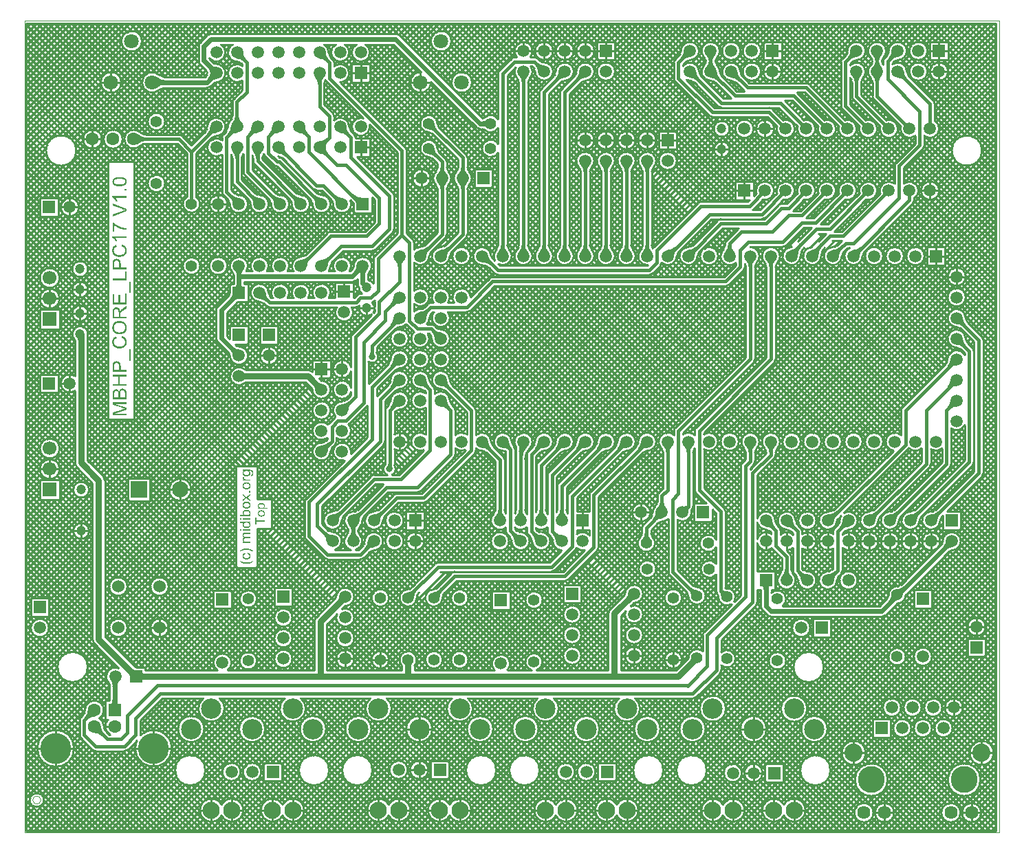
<source format=gtl>
%FSLAX43Y43*%
%MOMM*%
G71*
G01*
G75*
G04 Layer_Physical_Order=1*
G04 Layer_Color=255*
%ADD10C,0.600*%
%ADD11C,0.400*%
%ADD12C,0.800*%
%ADD13C,0.230*%
%ADD14C,0.254*%
%ADD15C,0.050*%
%ADD16C,1.500*%
%ADD17R,1.500X1.500*%
%ADD18R,1.500X1.500*%
%ADD19R,1.700X1.700*%
%ADD20C,1.700*%
%ADD21C,1.524*%
%ADD22C,1.800*%
%ADD23C,2.230*%
%ADD24C,3.300*%
%ADD25C,1.620*%
%ADD26C,3.800*%
%ADD27C,1.600*%
%ADD28R,1.600X1.600*%
%ADD29C,1.500*%
%ADD30R,1.500X1.500*%
%ADD31R,1.500X1.500*%
%ADD32C,1.200*%
%ADD33C,2.500*%
%ADD34C,2.100*%
%ADD35R,2.000X2.000*%
%ADD36C,2.000*%
%ADD37C,1.400*%
%ADD38C,0.800*%
G36*
X26289Y37509D02*
X26002Y37319D01*
X25933Y37275D01*
X26289Y37027D01*
Y36835D01*
X25809Y37173D01*
X25361Y36861D01*
Y37054D01*
X25580Y37200D01*
X25583Y37202D01*
X25590Y37207D01*
X25602Y37214D01*
X25615Y37222D01*
X25632Y37232D01*
X25649Y37243D01*
X25666Y37253D01*
X25683Y37263D01*
X25680Y37265D01*
X25673Y37270D01*
X25663Y37278D01*
X25649Y37287D01*
X25632Y37299D01*
X25615Y37310D01*
X25581Y37334D01*
X25361Y37490D01*
Y37680D01*
X25809Y37366D01*
X26289Y37702D01*
Y37509D01*
D02*
G37*
G36*
Y37880D02*
X26109D01*
Y38060D01*
X26289D01*
Y37880D01*
D02*
G37*
G36*
X25856Y36756D02*
X25875Y36754D01*
X25894Y36752D01*
X25916Y36750D01*
X25960Y36744D01*
X26007Y36735D01*
X26053Y36722D01*
X26075Y36713D01*
X26096Y36703D01*
X26097D01*
X26101Y36701D01*
X26106Y36698D01*
X26113Y36693D01*
X26131Y36681D01*
X26153Y36662D01*
X26179Y36640D01*
X26206Y36613D01*
X26230Y36583D01*
X26253Y36545D01*
Y36543D01*
X26255Y36540D01*
X26258Y36535D01*
X26262Y36528D01*
X26267Y36518D01*
X26270Y36506D01*
X26281Y36479D01*
X26292Y36447D01*
X26301Y36408D01*
X26308Y36367D01*
X26309Y36323D01*
Y36321D01*
Y36314D01*
X26308Y36304D01*
Y36291D01*
X26306Y36274D01*
X26303Y36255D01*
X26299Y36233D01*
X26294Y36211D01*
X26287Y36185D01*
X26279Y36160D01*
X26269Y36135D01*
X26257Y36107D01*
X26243Y36082D01*
X26226Y36055D01*
X26208Y36031D01*
X26185Y36007D01*
X26184Y36006D01*
X26180Y36002D01*
X26172Y35997D01*
X26162Y35989D01*
X26150Y35980D01*
X26133Y35970D01*
X26114Y35960D01*
X26094Y35948D01*
X26070Y35938D01*
X26043Y35926D01*
X26012Y35916D01*
X25980Y35907D01*
X25946Y35899D01*
X25909Y35894D01*
X25868Y35890D01*
X25826Y35889D01*
X25814D01*
X25800Y35890D01*
X25783D01*
X25761Y35894D01*
X25738Y35895D01*
X25710Y35900D01*
X25682Y35907D01*
X25651Y35914D01*
X25619Y35924D01*
X25588Y35934D01*
X25556Y35948D01*
X25525Y35965D01*
X25497Y35984D01*
X25469Y36006D01*
X25444Y36031D01*
X25442Y36033D01*
X25439Y36036D01*
X25434Y36043D01*
X25427Y36053D01*
X25420Y36063D01*
X25412Y36079D01*
X25402Y36094D01*
X25391Y36113D01*
X25383Y36133D01*
X25373Y36155D01*
X25364Y36179D01*
X25356Y36204D01*
X25351Y36231D01*
X25346Y36260D01*
X25342Y36291D01*
X25341Y36323D01*
Y36325D01*
Y36331D01*
Y36342D01*
X25342Y36355D01*
X25344Y36370D01*
X25347Y36389D01*
X25351Y36411D01*
X25356Y36433D01*
X25363Y36457D01*
X25371Y36482D01*
X25381Y36508D01*
X25393Y36535D01*
X25408Y36560D01*
X25425Y36586D01*
X25444Y36611D01*
X25466Y36635D01*
X25468Y36637D01*
X25471Y36640D01*
X25480Y36647D01*
X25490Y36654D01*
X25502Y36664D01*
X25517Y36674D01*
X25536Y36684D01*
X25556Y36696D01*
X25580Y36708D01*
X25605Y36718D01*
X25634Y36728D01*
X25665Y36739D01*
X25699Y36745D01*
X25734Y36752D01*
X25771Y36756D01*
X25812Y36757D01*
X25841D01*
X25856Y36756D01*
D02*
G37*
G36*
X26289Y34557D02*
X25361D01*
Y34714D01*
X26289D01*
Y34557D01*
D02*
G37*
G36*
X25851Y35753D02*
X25872Y35751D01*
X25894Y35748D01*
X25919Y35744D01*
X25948Y35739D01*
X25977Y35734D01*
X26006Y35726D01*
X26038Y35715D01*
X26068Y35705D01*
X26097Y35690D01*
X26128Y35675D01*
X26155Y35656D01*
X26180Y35636D01*
X26182Y35634D01*
X26185Y35631D01*
X26192Y35624D01*
X26201Y35615D01*
X26211Y35603D01*
X26221Y35590D01*
X26233Y35575D01*
X26245Y35556D01*
X26257Y35537D01*
X26269Y35515D01*
X26279Y35492D01*
X26289Y35466D01*
X26297Y35441D01*
X26304Y35412D01*
X26308Y35383D01*
X26309Y35352D01*
Y35351D01*
Y35346D01*
X26308Y35337D01*
Y35325D01*
X26306Y35312D01*
X26303Y35296D01*
X26297Y35278D01*
X26292Y35259D01*
X26286Y35239D01*
X26275Y35218D01*
X26265Y35196D01*
X26252Y35176D01*
X26236Y35154D01*
X26218Y35133D01*
X26197Y35115D01*
X26174Y35096D01*
X26289D01*
Y34950D01*
X25008D01*
Y35108D01*
X25466D01*
X25464Y35110D01*
X25461Y35113D01*
X25454Y35118D01*
X25446Y35127D01*
X25437Y35135D01*
X25427Y35147D01*
X25415Y35161D01*
X25403Y35176D01*
X25391Y35195D01*
X25380Y35213D01*
X25361Y35256D01*
X25352Y35279D01*
X25346Y35307D01*
X25342Y35332D01*
X25341Y35361D01*
Y35363D01*
Y35364D01*
Y35369D01*
Y35376D01*
X25342Y35391D01*
X25346Y35413D01*
X25349Y35439D01*
X25356Y35466D01*
X25364Y35493D01*
X25376Y35522D01*
Y35524D01*
X25378Y35525D01*
X25383Y35536D01*
X25390Y35549D01*
X25402Y35566D01*
X25415Y35587D01*
X25430Y35607D01*
X25451Y35629D01*
X25473Y35648D01*
X25476Y35649D01*
X25485Y35656D01*
X25497Y35665D01*
X25515Y35676D01*
X25537Y35688D01*
X25563Y35702D01*
X25592Y35714D01*
X25624Y35726D01*
X25626D01*
X25627Y35727D01*
X25632Y35729D01*
X25639Y35731D01*
X25658Y35734D01*
X25680Y35741D01*
X25709Y35746D01*
X25741Y35749D01*
X25775Y35753D01*
X25812Y35755D01*
X25834D01*
X25851Y35753D01*
D02*
G37*
G36*
X11049Y48801D02*
X9601D01*
X11049Y48297D01*
Y48090D01*
X9576Y47591D01*
X11049D01*
Y47371D01*
X9319D01*
Y47712D01*
X10545Y48122D01*
X10547D01*
X10552Y48125D01*
X10561Y48127D01*
X10572Y48132D01*
X10586Y48136D01*
X10602Y48143D01*
X10641Y48155D01*
X10682Y48168D01*
X10724Y48182D01*
X10765Y48194D01*
X10799Y48205D01*
X10795Y48207D01*
X10781Y48210D01*
X10760Y48219D01*
X10728Y48228D01*
X10689Y48242D01*
X10643Y48255D01*
X10586Y48276D01*
X10522Y48297D01*
X9319Y48714D01*
Y49021D01*
X11049D01*
Y48801D01*
D02*
G37*
G36*
X10591Y50682D02*
X10623Y50677D01*
X10657Y50670D01*
X10696Y50661D01*
X10735Y50650D01*
X10776Y50631D01*
X10781Y50629D01*
X10792Y50622D01*
X10813Y50611D01*
X10836Y50597D01*
X10861Y50579D01*
X10886Y50558D01*
X10914Y50533D01*
X10937Y50505D01*
X10939Y50503D01*
X10946Y50491D01*
X10955Y50475D01*
X10969Y50452D01*
X10983Y50425D01*
X10996Y50393D01*
X11010Y50356D01*
X11022Y50315D01*
Y50313D01*
Y50310D01*
X11024Y50304D01*
X11026Y50294D01*
X11028Y50283D01*
X11031Y50269D01*
X11035Y50237D01*
X11040Y50196D01*
X11044Y50148D01*
X11047Y50095D01*
X11049Y50036D01*
Y49378D01*
X9319D01*
Y50024D01*
Y50026D01*
Y50033D01*
Y50042D01*
Y50056D01*
X9322Y50074D01*
Y50093D01*
X9326Y50139D01*
X9333Y50189D01*
X9342Y50242D01*
X9354Y50294D01*
X9372Y50343D01*
Y50345D01*
X9374Y50347D01*
X9377Y50354D01*
X9381Y50363D01*
X9395Y50384D01*
X9411Y50411D01*
X9434Y50441D01*
X9464Y50473D01*
X9496Y50503D01*
X9535Y50530D01*
X9537D01*
X9539Y50533D01*
X9553Y50542D01*
X9576Y50553D01*
X9603Y50565D01*
X9638Y50579D01*
X9677Y50588D01*
X9718Y50597D01*
X9761Y50599D01*
X9780D01*
X9803Y50597D01*
X9830Y50592D01*
X9862Y50583D01*
X9897Y50574D01*
X9936Y50558D01*
X9972Y50537D01*
X9977Y50535D01*
X9988Y50526D01*
X10007Y50512D01*
X10027Y50491D01*
X10052Y50466D01*
X10078Y50436D01*
X10105Y50400D01*
X10128Y50356D01*
Y50359D01*
X10130Y50363D01*
X10133Y50372D01*
X10137Y50381D01*
X10142Y50395D01*
X10149Y50411D01*
X10165Y50446D01*
X10188Y50485D01*
X10215Y50526D01*
X10247Y50565D01*
X10286Y50599D01*
X10288D01*
X10291Y50604D01*
X10298Y50606D01*
X10304Y50613D01*
X10330Y50627D01*
X10359Y50643D01*
X10398Y50656D01*
X10442Y50670D01*
X10492Y50679D01*
X10547Y50684D01*
X10568D01*
X10591Y50682D01*
D02*
G37*
G36*
X26216Y40677D02*
X26236D01*
X26258Y40675D01*
X26282Y40673D01*
X26331Y40668D01*
X26382Y40660D01*
X26406Y40655D01*
X26428Y40650D01*
X26448Y40643D01*
X26467Y40634D01*
X26469D01*
X26471Y40633D01*
X26476Y40629D01*
X26482Y40626D01*
X26499Y40616D01*
X26520Y40600D01*
X26542Y40580D01*
X26567Y40556D01*
X26589Y40527D01*
X26611Y40493D01*
Y40492D01*
X26613Y40488D01*
X26616Y40483D01*
X26620Y40476D01*
X26623Y40468D01*
X26628Y40456D01*
X26633Y40443D01*
X26637Y40429D01*
X26647Y40395D01*
X26655Y40354D01*
X26662Y40310D01*
X26664Y40259D01*
Y40258D01*
Y40253D01*
Y40244D01*
X26662Y40232D01*
Y40217D01*
X26661Y40202D01*
X26657Y40183D01*
X26654Y40164D01*
X26645Y40120D01*
X26632Y40076D01*
X26613Y40032D01*
X26601Y40012D01*
X26588Y39991D01*
X26586Y39990D01*
X26584Y39986D01*
X26579Y39983D01*
X26574Y39976D01*
X26566Y39967D01*
X26555Y39959D01*
X26545Y39950D01*
X26532Y39940D01*
X26516Y39932D01*
X26499Y39923D01*
X26482Y39915D01*
X26462Y39906D01*
X26440Y39901D01*
X26416Y39896D01*
X26391Y39893D01*
X26364D01*
X26384Y40046D01*
X26387D01*
X26396Y40047D01*
X26408Y40051D01*
X26423Y40056D01*
X26440Y40062D01*
X26457Y40073D01*
X26474Y40085D01*
X26488Y40098D01*
X26489Y40102D01*
X26494Y40108D01*
X26503Y40122D01*
X26510Y40141D01*
X26518Y40164D01*
X26527Y40191D01*
X26532Y40224D01*
X26533Y40259D01*
Y40261D01*
Y40264D01*
Y40269D01*
Y40278D01*
X26532Y40297D01*
X26528Y40320D01*
X26523Y40348D01*
X26515Y40376D01*
X26504Y40404D01*
X26489Y40427D01*
X26488Y40431D01*
X26481Y40437D01*
X26471Y40448D01*
X26457Y40460D01*
X26440Y40473D01*
X26420Y40487D01*
X26394Y40499D01*
X26367Y40507D01*
X26365D01*
X26357Y40509D01*
X26343Y40512D01*
X26335D01*
X26325Y40514D01*
X26311Y40515D01*
X26297D01*
X26281Y40517D01*
X26262D01*
X26241Y40519D01*
X26167D01*
X26169Y40517D01*
X26172Y40514D01*
X26179Y40509D01*
X26185Y40500D01*
X26196Y40490D01*
X26206Y40478D01*
X26216Y40465D01*
X26228Y40448D01*
X26240Y40431D01*
X26250Y40410D01*
X26270Y40368D01*
X26277Y40342D01*
X26284Y40317D01*
X26287Y40292D01*
X26289Y40263D01*
Y40261D01*
Y40254D01*
X26287Y40244D01*
Y40230D01*
X26284Y40215D01*
X26282Y40197D01*
X26277Y40176D01*
X26272Y40154D01*
X26265Y40130D01*
X26255Y40107D01*
X26245Y40081D01*
X26231Y40057D01*
X26216Y40032D01*
X26197Y40008D01*
X26175Y39986D01*
X26152Y39966D01*
X26150Y39964D01*
X26145Y39961D01*
X26138Y39956D01*
X26128Y39949D01*
X26114Y39942D01*
X26097Y39932D01*
X26079Y39923D01*
X26058Y39913D01*
X26036Y39903D01*
X26011Y39895D01*
X25984Y39884D01*
X25955Y39878D01*
X25923Y39871D01*
X25890Y39866D01*
X25856Y39862D01*
X25821Y39861D01*
X25799D01*
X25787Y39862D01*
X25773Y39864D01*
X25758D01*
X25741Y39867D01*
X25704Y39872D01*
X25661Y39881D01*
X25619Y39893D01*
X25576Y39908D01*
X25575D01*
X25571Y39910D01*
X25566Y39913D01*
X25558Y39917D01*
X25537Y39928D01*
X25512Y39944D01*
X25485Y39964D01*
X25456Y39988D01*
X25429Y40015D01*
X25403Y40047D01*
Y40049D01*
X25400Y40051D01*
X25398Y40056D01*
X25393Y40064D01*
X25388Y40073D01*
X25383Y40083D01*
X25371Y40108D01*
X25361Y40141D01*
X25351Y40176D01*
X25344Y40219D01*
X25341Y40263D01*
Y40264D01*
Y40269D01*
Y40278D01*
X25342Y40290D01*
X25344Y40303D01*
X25347Y40320D01*
X25352Y40339D01*
X25358Y40358D01*
X25364Y40380D01*
X25373Y40402D01*
X25385Y40424D01*
X25397Y40446D01*
X25412Y40470D01*
X25430Y40492D01*
X25451Y40514D01*
X25475Y40534D01*
X25361D01*
Y40678D01*
X26197D01*
X26216Y40677D01*
D02*
G37*
G36*
X25856Y39141D02*
X25875Y39139D01*
X25894Y39138D01*
X25916Y39136D01*
X25960Y39129D01*
X26007Y39121D01*
X26053Y39107D01*
X26075Y39099D01*
X26096Y39089D01*
X26097D01*
X26101Y39087D01*
X26106Y39083D01*
X26113Y39078D01*
X26131Y39067D01*
X26153Y39048D01*
X26179Y39026D01*
X26206Y38999D01*
X26230Y38968D01*
X26253Y38931D01*
Y38929D01*
X26255Y38926D01*
X26258Y38921D01*
X26262Y38914D01*
X26267Y38904D01*
X26270Y38892D01*
X26281Y38865D01*
X26292Y38832D01*
X26301Y38793D01*
X26308Y38753D01*
X26309Y38708D01*
Y38707D01*
Y38700D01*
X26308Y38690D01*
Y38676D01*
X26306Y38659D01*
X26303Y38641D01*
X26299Y38619D01*
X26294Y38597D01*
X26287Y38571D01*
X26279Y38546D01*
X26269Y38520D01*
X26257Y38493D01*
X26243Y38468D01*
X26226Y38440D01*
X26208Y38417D01*
X26185Y38393D01*
X26184Y38391D01*
X26180Y38388D01*
X26172Y38383D01*
X26162Y38374D01*
X26150Y38366D01*
X26133Y38356D01*
X26114Y38345D01*
X26094Y38334D01*
X26070Y38323D01*
X26043Y38311D01*
X26012Y38301D01*
X25980Y38293D01*
X25946Y38284D01*
X25909Y38279D01*
X25868Y38276D01*
X25826Y38274D01*
X25814D01*
X25800Y38276D01*
X25783D01*
X25761Y38279D01*
X25738Y38281D01*
X25710Y38286D01*
X25682Y38293D01*
X25651Y38300D01*
X25619Y38310D01*
X25588Y38320D01*
X25556Y38334D01*
X25525Y38350D01*
X25497Y38369D01*
X25469Y38391D01*
X25444Y38417D01*
X25442Y38418D01*
X25439Y38422D01*
X25434Y38429D01*
X25427Y38439D01*
X25420Y38449D01*
X25412Y38464D01*
X25402Y38479D01*
X25391Y38498D01*
X25383Y38518D01*
X25373Y38541D01*
X25364Y38564D01*
X25356Y38590D01*
X25351Y38617D01*
X25346Y38646D01*
X25342Y38676D01*
X25341Y38708D01*
Y38710D01*
Y38717D01*
Y38727D01*
X25342Y38741D01*
X25344Y38756D01*
X25347Y38775D01*
X25351Y38797D01*
X25356Y38819D01*
X25363Y38843D01*
X25371Y38868D01*
X25381Y38893D01*
X25393Y38921D01*
X25408Y38946D01*
X25425Y38971D01*
X25444Y38997D01*
X25466Y39021D01*
X25468Y39022D01*
X25471Y39026D01*
X25480Y39033D01*
X25490Y39039D01*
X25502Y39050D01*
X25517Y39060D01*
X25536Y39070D01*
X25556Y39082D01*
X25580Y39094D01*
X25605Y39104D01*
X25634Y39114D01*
X25665Y39124D01*
X25699Y39131D01*
X25734Y39138D01*
X25771Y39141D01*
X25812Y39143D01*
X25841D01*
X25856Y39141D01*
D02*
G37*
G36*
X25537Y39774D02*
X25536Y39772D01*
X25532Y39764D01*
X25527Y39752D01*
X25520Y39738D01*
X25514Y39720D01*
X25509Y39701D01*
X25505Y39681D01*
X25503Y39659D01*
Y39657D01*
Y39650D01*
X25505Y39640D01*
X25507Y39628D01*
X25512Y39613D01*
X25517Y39598D01*
X25525Y39581D01*
X25536Y39565D01*
X25537Y39564D01*
X25541Y39559D01*
X25548Y39552D01*
X25558Y39543D01*
X25570Y39533D01*
X25585Y39525D01*
X25602Y39514D01*
X25620Y39508D01*
X25622D01*
X25624Y39506D01*
X25629D01*
X25636Y39504D01*
X25653Y39499D01*
X25675Y39496D01*
X25702Y39491D01*
X25734Y39486D01*
X25768Y39484D01*
X25804Y39482D01*
X26289D01*
Y39324D01*
X25361D01*
Y39467D01*
X25502D01*
X25498Y39469D01*
X25493Y39472D01*
X25488Y39475D01*
X25471Y39486D01*
X25451Y39499D01*
X25429Y39514D01*
X25407Y39531D01*
X25388Y39548D01*
X25373Y39565D01*
X25371Y39567D01*
X25368Y39574D01*
X25363Y39582D01*
X25356Y39596D01*
X25351Y39611D01*
X25346Y39628D01*
X25342Y39647D01*
X25341Y39667D01*
Y39669D01*
Y39671D01*
Y39681D01*
X25344Y39696D01*
X25347Y39716D01*
X25352Y39740D01*
X25363Y39769D01*
X25374Y39798D01*
X25391Y39828D01*
X25537Y39774D01*
D02*
G37*
G36*
X25188Y34557D02*
X25008D01*
Y34714D01*
X25188D01*
Y34557D01*
D02*
G37*
G36*
X26666Y29392D02*
X26664Y29390D01*
X26659Y29387D01*
X26649Y29380D01*
X26637Y29370D01*
X26622Y29360D01*
X26601Y29346D01*
X26581Y29331D01*
X26555Y29315D01*
X26528Y29298D01*
X26499Y29280D01*
X26469Y29263D01*
X26435Y29244D01*
X26399Y29226D01*
X26362Y29207D01*
X26282Y29171D01*
X26279Y29170D01*
X26272Y29168D01*
X26260Y29163D01*
X26243Y29158D01*
X26225Y29151D01*
X26201Y29144D01*
X26172Y29136D01*
X26143Y29127D01*
X26109Y29119D01*
X26074Y29110D01*
X26036Y29103D01*
X25997Y29097D01*
X25912Y29086D01*
X25870Y29085D01*
X25826Y29083D01*
X25805D01*
X25790Y29085D01*
X25771D01*
X25749Y29086D01*
X25726Y29088D01*
X25699Y29091D01*
X25670Y29095D01*
X25637Y29100D01*
X25571Y29110D01*
X25500Y29127D01*
X25429Y29149D01*
X25425Y29151D01*
X25419Y29153D01*
X25407Y29158D01*
X25391Y29164D01*
X25371Y29173D01*
X25347Y29183D01*
X25320Y29195D01*
X25291Y29209D01*
X25259Y29226D01*
X25223Y29242D01*
X25188Y29263D01*
X25149Y29285D01*
X25110Y29309D01*
X25069Y29334D01*
X25028Y29361D01*
X24988Y29392D01*
Y29504D01*
X24989Y29502D01*
X24996Y29499D01*
X25005Y29494D01*
X25018Y29487D01*
X25032Y29478D01*
X25050Y29468D01*
X25069Y29458D01*
X25089Y29448D01*
X25132Y29424D01*
X25174Y29400D01*
X25213Y29380D01*
X25232Y29371D01*
X25247Y29365D01*
X25249D01*
X25252Y29363D01*
X25259Y29360D01*
X25268Y29356D01*
X25279Y29351D01*
X25293Y29346D01*
X25307Y29341D01*
X25324Y29334D01*
X25363Y29321D01*
X25405Y29307D01*
X25451Y29293D01*
X25500Y29282D01*
X25502D01*
X25507Y29280D01*
X25515Y29278D01*
X25527Y29276D01*
X25542Y29273D01*
X25559Y29270D01*
X25580Y29266D01*
X25602Y29263D01*
X25626Y29259D01*
X25651Y29256D01*
X25707Y29249D01*
X25766Y29246D01*
X25827Y29244D01*
X25846D01*
X25856Y29246D01*
X25868D01*
X25883Y29248D01*
X25899D01*
X25917Y29249D01*
X25938Y29253D01*
X25982Y29258D01*
X26033Y29266D01*
X26089Y29276D01*
X26150Y29290D01*
X26216Y29307D01*
X26286Y29329D01*
X26359Y29354D01*
X26433Y29383D01*
X26510Y29419D01*
X26588Y29458D01*
X26666Y29504D01*
Y29392D01*
D02*
G37*
G36*
X25977Y30445D02*
X25985Y30444D01*
X25995Y30442D01*
X26009Y30439D01*
X26026Y30434D01*
X26043Y30428D01*
X26062Y30422D01*
X26101Y30405D01*
X26143Y30381D01*
X26163Y30367D01*
X26182Y30352D01*
X26202Y30335D01*
X26219Y30317D01*
X26221Y30315D01*
X26223Y30311D01*
X26228Y30306D01*
X26233Y30298D01*
X26240Y30288D01*
X26248Y30276D01*
X26257Y30262D01*
X26264Y30245D01*
X26272Y30228D01*
X26281Y30210D01*
X26296Y30166D01*
X26306Y30116D01*
X26308Y30089D01*
X26309Y30062D01*
Y30060D01*
Y30054D01*
X26308Y30043D01*
Y30030D01*
X26306Y30014D01*
X26303Y29996D01*
X26299Y29975D01*
X26294Y29953D01*
X26287Y29928D01*
X26279Y29904D01*
X26269Y29879D01*
X26257Y29853D01*
X26243Y29828D01*
X26226Y29802D01*
X26208Y29779D01*
X26185Y29757D01*
X26184Y29755D01*
X26180Y29752D01*
X26172Y29746D01*
X26162Y29738D01*
X26150Y29729D01*
X26135Y29721D01*
X26116Y29709D01*
X26094Y29699D01*
X26070Y29689D01*
X26045Y29679D01*
X26014Y29668D01*
X25984Y29660D01*
X25948Y29651D01*
X25911Y29646D01*
X25872Y29643D01*
X25829Y29641D01*
X25804D01*
X25792Y29643D01*
X25777Y29645D01*
X25760D01*
X25741Y29648D01*
X25700Y29653D01*
X25656Y29662D01*
X25612Y29673D01*
X25568Y29690D01*
X25566D01*
X25563Y29692D01*
X25558Y29696D01*
X25549Y29701D01*
X25529Y29711D01*
X25503Y29728D01*
X25476Y29750D01*
X25449Y29775D01*
X25422Y29806D01*
X25398Y29841D01*
Y29843D01*
X25397Y29847D01*
X25393Y29852D01*
X25390Y29860D01*
X25385Y29869D01*
X25380Y29880D01*
X25369Y29908D01*
X25359Y29940D01*
X25349Y29977D01*
X25342Y30018D01*
X25341Y30062D01*
Y30064D01*
Y30069D01*
Y30077D01*
X25342Y30087D01*
Y30099D01*
X25344Y30115D01*
X25347Y30132D01*
X25351Y30150D01*
X25359Y30189D01*
X25373Y30230D01*
X25393Y30271D01*
X25405Y30289D01*
X25419Y30308D01*
Y30310D01*
X25422Y30313D01*
X25427Y30317D01*
X25432Y30323D01*
X25441Y30332D01*
X25451Y30340D01*
X25475Y30361D01*
X25505Y30381D01*
X25542Y30401D01*
X25585Y30418D01*
X25634Y30432D01*
X25658Y30279D01*
X25656D01*
X25654Y30277D01*
X25649D01*
X25643Y30274D01*
X25626Y30269D01*
X25605Y30261D01*
X25583Y30250D01*
X25559Y30237D01*
X25537Y30220D01*
X25517Y30201D01*
X25515Y30199D01*
X25510Y30191D01*
X25502Y30179D01*
X25493Y30164D01*
X25485Y30145D01*
X25476Y30121D01*
X25471Y30096D01*
X25469Y30067D01*
Y30065D01*
Y30062D01*
Y30055D01*
X25471Y30048D01*
X25473Y30038D01*
X25475Y30026D01*
X25480Y29999D01*
X25490Y29969D01*
X25505Y29936D01*
X25515Y29921D01*
X25527Y29906D01*
X25541Y29891D01*
X25556Y29875D01*
X25558D01*
X25559Y29872D01*
X25565Y29869D01*
X25571Y29863D01*
X25581Y29858D01*
X25592Y29852D01*
X25605Y29847D01*
X25620Y29840D01*
X25639Y29833D01*
X25660Y29826D01*
X25680Y29819D01*
X25705Y29814D01*
X25731Y29809D01*
X25760Y29806D01*
X25790Y29804D01*
X25824Y29802D01*
X25843D01*
X25855Y29804D01*
X25870D01*
X25889Y29806D01*
X25907Y29809D01*
X25929Y29811D01*
X25973Y29819D01*
X26019Y29833D01*
X26062Y29850D01*
X26080Y29862D01*
X26097Y29874D01*
X26099Y29875D01*
X26101Y29877D01*
X26111Y29887D01*
X26123Y29903D01*
X26138Y29923D01*
X26153Y29950D01*
X26167Y29982D01*
X26177Y30018D01*
X26179Y30038D01*
X26180Y30059D01*
Y30060D01*
Y30062D01*
Y30067D01*
X26179Y30074D01*
X26177Y30091D01*
X26174Y30113D01*
X26167Y30137D01*
X26157Y30164D01*
X26143Y30189D01*
X26124Y30213D01*
X26121Y30216D01*
X26114Y30223D01*
X26101Y30233D01*
X26082Y30247D01*
X26057Y30261D01*
X26028Y30272D01*
X25990Y30284D01*
X25950Y30293D01*
X25970Y30447D01*
X25972D01*
X25977Y30445D01*
D02*
G37*
G36*
X27676Y36579D02*
X27690Y36577D01*
X27705Y36576D01*
X27720Y36574D01*
X27757Y36568D01*
X27795Y36561D01*
X27835Y36548D01*
X27875Y36533D01*
X27876D01*
X27879Y36532D01*
X27884Y36529D01*
X27891Y36524D01*
X27910Y36513D01*
X27933Y36500D01*
X27959Y36480D01*
X27985Y36457D01*
X28009Y36429D01*
X28032Y36399D01*
Y36397D01*
X28033Y36394D01*
X28036Y36390D01*
X28040Y36384D01*
X28044Y36376D01*
X28049Y36367D01*
X28058Y36344D01*
X28069Y36316D01*
X28076Y36284D01*
X28082Y36251D01*
X28085Y36216D01*
Y36213D01*
Y36203D01*
X28084Y36191D01*
X28082Y36173D01*
X28078Y36155D01*
X28073Y36133D01*
X28065Y36110D01*
X28056Y36089D01*
X28055Y36086D01*
X28050Y36080D01*
X28044Y36069D01*
X28035Y36057D01*
X28024Y36042D01*
X28012Y36026D01*
X27997Y36011D01*
X27982Y35997D01*
X28386D01*
Y35855D01*
X27232D01*
Y35985D01*
X27342D01*
X27339Y35987D01*
X27331Y35993D01*
X27321Y36002D01*
X27305Y36014D01*
X27290Y36029D01*
X27275Y36046D01*
X27259Y36066D01*
X27246Y36086D01*
X27244Y36089D01*
X27241Y36097D01*
X27235Y36109D01*
X27229Y36126D01*
X27224Y36145D01*
X27218Y36170D01*
X27215Y36197D01*
X27214Y36226D01*
Y36228D01*
Y36231D01*
Y36237D01*
X27215Y36245D01*
Y36254D01*
X27217Y36264D01*
X27221Y36290D01*
X27227Y36319D01*
X27238Y36350D01*
X27252Y36384D01*
X27270Y36414D01*
Y36416D01*
X27273Y36417D01*
X27276Y36422D01*
X27281Y36428D01*
X27293Y36443D01*
X27310Y36460D01*
X27333Y36481D01*
X27359Y36501D01*
X27391Y36521D01*
X27426Y36538D01*
X27427D01*
X27430Y36539D01*
X27435Y36542D01*
X27443Y36544D01*
X27452Y36548D01*
X27464Y36551D01*
X27476Y36554D01*
X27490Y36559D01*
X27522Y36567D01*
X27560Y36574D01*
X27600Y36579D01*
X27644Y36580D01*
X27666D01*
X27676Y36579D01*
D02*
G37*
G36*
X27050Y34442D02*
X28067D01*
Y34289D01*
X27050D01*
Y33909D01*
X26914D01*
Y34822D01*
X27050D01*
Y34442D01*
D02*
G37*
G36*
X27678Y35689D02*
X27695Y35687D01*
X27711Y35686D01*
X27731Y35684D01*
X27771Y35678D01*
X27814Y35671D01*
X27855Y35658D01*
X27875Y35651D01*
X27893Y35642D01*
X27895D01*
X27898Y35640D01*
X27902Y35637D01*
X27908Y35632D01*
X27925Y35622D01*
X27945Y35605D01*
X27968Y35585D01*
X27992Y35561D01*
X28014Y35533D01*
X28035Y35500D01*
Y35498D01*
X28036Y35495D01*
X28040Y35491D01*
X28043Y35484D01*
X28047Y35475D01*
X28050Y35465D01*
X28059Y35440D01*
X28070Y35411D01*
X28078Y35376D01*
X28084Y35339D01*
X28085Y35300D01*
Y35298D01*
Y35292D01*
X28084Y35283D01*
Y35271D01*
X28082Y35255D01*
X28079Y35239D01*
X28076Y35219D01*
X28072Y35199D01*
X28065Y35176D01*
X28058Y35153D01*
X28049Y35130D01*
X28038Y35106D01*
X28026Y35083D01*
X28011Y35058D01*
X27994Y35037D01*
X27974Y35016D01*
X27972Y35014D01*
X27969Y35011D01*
X27962Y35007D01*
X27953Y34999D01*
X27942Y34991D01*
X27927Y34982D01*
X27910Y34973D01*
X27891Y34962D01*
X27870Y34953D01*
X27846Y34942D01*
X27818Y34933D01*
X27789Y34926D01*
X27759Y34918D01*
X27725Y34913D01*
X27688Y34910D01*
X27650Y34909D01*
X27640D01*
X27627Y34910D01*
X27612D01*
X27592Y34913D01*
X27571Y34915D01*
X27546Y34920D01*
X27521Y34926D01*
X27493Y34932D01*
X27464Y34941D01*
X27437Y34950D01*
X27408Y34962D01*
X27380Y34978D01*
X27354Y34994D01*
X27330Y35014D01*
X27307Y35037D01*
X27305Y35039D01*
X27302Y35042D01*
X27298Y35048D01*
X27292Y35057D01*
X27285Y35066D01*
X27278Y35080D01*
X27269Y35094D01*
X27259Y35110D01*
X27252Y35129D01*
X27243Y35149D01*
X27235Y35170D01*
X27227Y35193D01*
X27223Y35217D01*
X27218Y35243D01*
X27215Y35271D01*
X27214Y35300D01*
Y35301D01*
Y35307D01*
Y35316D01*
X27215Y35329D01*
X27217Y35342D01*
X27220Y35359D01*
X27223Y35379D01*
X27227Y35399D01*
X27234Y35420D01*
X27241Y35443D01*
X27250Y35466D01*
X27261Y35491D01*
X27275Y35513D01*
X27290Y35536D01*
X27307Y35559D01*
X27327Y35581D01*
X27328Y35582D01*
X27331Y35585D01*
X27339Y35591D01*
X27348Y35597D01*
X27359Y35607D01*
X27372Y35616D01*
X27389Y35625D01*
X27408Y35636D01*
X27429Y35646D01*
X27452Y35655D01*
X27478Y35665D01*
X27505Y35674D01*
X27536Y35680D01*
X27568Y35686D01*
X27601Y35689D01*
X27638Y35690D01*
X27664D01*
X27678Y35689D01*
D02*
G37*
G36*
X26289Y33165D02*
X25361D01*
Y33323D01*
X26289D01*
Y33165D01*
D02*
G37*
G36*
Y34161D02*
X26172D01*
X26174Y34160D01*
X26177Y34158D01*
X26184Y34153D01*
X26194Y34144D01*
X26204Y34136D01*
X26216Y34124D01*
X26228Y34110D01*
X26240Y34095D01*
X26253Y34078D01*
X26265Y34059D01*
X26277Y34037D01*
X26287Y34015D01*
X26296Y33990D01*
X26303Y33963D01*
X26308Y33932D01*
X26309Y33902D01*
Y33900D01*
Y33897D01*
Y33891D01*
X26308Y33883D01*
Y33873D01*
X26306Y33861D01*
X26301Y33834D01*
X26294Y33802D01*
X26284Y33768D01*
X26269Y33732D01*
X26248Y33696D01*
Y33695D01*
X26245Y33693D01*
X26241Y33688D01*
X26236Y33681D01*
X26223Y33664D01*
X26204Y33644D01*
X26180Y33622D01*
X26152Y33598D01*
X26118Y33574D01*
X26079Y33554D01*
X26077D01*
X26074Y33552D01*
X26067Y33549D01*
X26060Y33545D01*
X26048Y33542D01*
X26036Y33539D01*
X26023Y33534D01*
X26006Y33528D01*
X25968Y33520D01*
X25926Y33511D01*
X25878Y33505D01*
X25827Y33503D01*
X25804D01*
X25792Y33505D01*
X25777D01*
X25761Y33506D01*
X25744Y33508D01*
X25705Y33515D01*
X25663Y33522D01*
X25619Y33534D01*
X25575Y33549D01*
X25573D01*
X25570Y33550D01*
X25565Y33554D01*
X25556Y33557D01*
X25536Y33567D01*
X25510Y33583D01*
X25483Y33603D01*
X25454Y33627D01*
X25425Y33654D01*
X25402Y33686D01*
Y33688D01*
X25398Y33691D01*
X25397Y33696D01*
X25391Y33703D01*
X25388Y33712D01*
X25383Y33722D01*
X25371Y33747D01*
X25359Y33778D01*
X25351Y33813D01*
X25344Y33852D01*
X25341Y33893D01*
Y33895D01*
Y33897D01*
Y33907D01*
X25342Y33924D01*
X25346Y33942D01*
X25349Y33966D01*
X25356Y33990D01*
X25364Y34015D01*
X25376Y34041D01*
X25378Y34044D01*
X25383Y34053D01*
X25390Y34065D01*
X25402Y34080D01*
X25415Y34097D01*
X25430Y34114D01*
X25449Y34132D01*
X25469Y34149D01*
X25008D01*
Y34307D01*
X26289D01*
Y34161D01*
D02*
G37*
G36*
X25188Y33165D02*
X25008D01*
Y33323D01*
X25188D01*
Y33165D01*
D02*
G37*
G36*
X25867Y30994D02*
X25887Y30992D01*
X25912Y30990D01*
X25939Y30988D01*
X25972Y30983D01*
X26006Y30978D01*
X26041Y30973D01*
X26079Y30965D01*
X26118Y30956D01*
X26158Y30946D01*
X26199Y30934D01*
X26241Y30921D01*
X26282Y30904D01*
X26284Y30902D01*
X26292Y30900D01*
X26304Y30895D01*
X26320Y30888D01*
X26338Y30878D01*
X26360Y30868D01*
X26386Y30856D01*
X26413Y30843D01*
X26442Y30827D01*
X26472Y30810D01*
X26537Y30773D01*
X26601Y30731D01*
X26666Y30685D01*
Y30573D01*
X26664D01*
X26661Y30576D01*
X26655Y30580D01*
X26647Y30585D01*
X26637Y30590D01*
X26625Y30596D01*
X26610Y30605D01*
X26594Y30613D01*
X26576Y30624D01*
X26555Y30634D01*
X26511Y30656D01*
X26460Y30680D01*
X26404Y30703D01*
X26342Y30727D01*
X26277Y30751D01*
X26208Y30773D01*
X26135Y30793D01*
X26060Y30810D01*
X25984Y30822D01*
X25906Y30831D01*
X25827Y30834D01*
X25799D01*
X25785Y30832D01*
X25766D01*
X25748Y30831D01*
X25726Y30829D01*
X25702Y30827D01*
X25675Y30824D01*
X25620Y30817D01*
X25561Y30809D01*
X25502Y30795D01*
X25500D01*
X25497Y30793D01*
X25488Y30792D01*
X25480Y30790D01*
X25468Y30787D01*
X25454Y30783D01*
X25439Y30778D01*
X25422Y30775D01*
X25383Y30763D01*
X25341Y30747D01*
X25296Y30731D01*
X25251Y30712D01*
X25249D01*
X25247Y30710D01*
X25242Y30708D01*
X25235Y30705D01*
X25227Y30702D01*
X25217Y30695D01*
X25203Y30690D01*
X25188Y30681D01*
X25171Y30673D01*
X25152Y30663D01*
X25130Y30652D01*
X25106Y30639D01*
X25081Y30625D01*
X25052Y30608D01*
X25022Y30591D01*
X24988Y30573D01*
Y30685D01*
X24989Y30686D01*
X24998Y30691D01*
X25010Y30700D01*
X25025Y30712D01*
X25045Y30725D01*
X25069Y30741D01*
X25096Y30758D01*
X25125Y30776D01*
X25157Y30795D01*
X25193Y30815D01*
X25229Y30836D01*
X25266Y30856D01*
X25346Y30893D01*
X25388Y30912D01*
X25429Y30927D01*
X25430D01*
X25437Y30931D01*
X25447Y30934D01*
X25461Y30938D01*
X25480Y30943D01*
X25500Y30949D01*
X25524Y30954D01*
X25549Y30961D01*
X25578Y30968D01*
X25609Y30973D01*
X25643Y30980D01*
X25676Y30985D01*
X25749Y30992D01*
X25826Y30995D01*
X25850D01*
X25867Y30994D01*
D02*
G37*
G36*
X26289Y32777D02*
X25673D01*
X25653Y32775D01*
X25631Y32773D01*
X25609Y32770D01*
X25587Y32767D01*
X25570Y32761D01*
X25568D01*
X25563Y32758D01*
X25554Y32755D01*
X25546Y32750D01*
X25534Y32741D01*
X25524Y32731D01*
X25512Y32719D01*
X25502Y32706D01*
X25500Y32704D01*
X25498Y32699D01*
X25493Y32690D01*
X25488Y32678D01*
X25485Y32665D01*
X25480Y32648D01*
X25478Y32631D01*
X25476Y32610D01*
Y32609D01*
Y32605D01*
Y32600D01*
X25478Y32594D01*
X25480Y32577D01*
X25485Y32553D01*
X25492Y32527D01*
X25503Y32500D01*
X25520Y32473D01*
X25542Y32448D01*
X25546Y32444D01*
X25554Y32437D01*
X25570Y32427D01*
X25593Y32415D01*
X25607Y32409D01*
X25622Y32403D01*
X25639Y32398D01*
X25658Y32393D01*
X25678Y32390D01*
X25700Y32387D01*
X25726Y32383D01*
X26289D01*
Y32225D01*
X25670D01*
X25651Y32224D01*
X25627Y32220D01*
X25602Y32215D01*
X25576Y32208D01*
X25551Y32200D01*
X25529Y32186D01*
X25527Y32185D01*
X25520Y32180D01*
X25512Y32169D01*
X25502Y32157D01*
X25493Y32139D01*
X25485Y32118D01*
X25478Y32091D01*
X25476Y32061D01*
Y32057D01*
Y32049D01*
X25478Y32037D01*
X25481Y32020D01*
X25485Y32001D01*
X25492Y31981D01*
X25500Y31961D01*
X25512Y31939D01*
X25514Y31937D01*
X25519Y31930D01*
X25527Y31920D01*
X25537Y31908D01*
X25553Y31894D01*
X25571Y31881D01*
X25592Y31867D01*
X25615Y31857D01*
X25619Y31855D01*
X25627Y31854D01*
X25643Y31849D01*
X25665Y31845D01*
X25692Y31840D01*
X25726Y31835D01*
X25765Y31833D01*
X25809Y31832D01*
X26289D01*
Y31674D01*
X25361D01*
Y31815D01*
X25492D01*
X25488Y31816D01*
X25480Y31823D01*
X25468Y31832D01*
X25453Y31845D01*
X25436Y31862D01*
X25417Y31883D01*
X25400Y31905D01*
X25383Y31930D01*
Y31932D01*
X25381Y31933D01*
X25376Y31944D01*
X25369Y31959D01*
X25361Y31978D01*
X25354Y32003D01*
X25347Y32032D01*
X25342Y32062D01*
X25341Y32096D01*
Y32098D01*
Y32101D01*
Y32107D01*
Y32113D01*
X25342Y32132D01*
X25346Y32156D01*
X25351Y32183D01*
X25359Y32212D01*
X25369Y32241D01*
X25385Y32266D01*
X25386Y32269D01*
X25393Y32276D01*
X25402Y32288D01*
X25415Y32303D01*
X25432Y32319D01*
X25453Y32334D01*
X25476Y32347D01*
X25503Y32359D01*
X25502Y32361D01*
X25497Y32364D01*
X25488Y32371D01*
X25478Y32380D01*
X25466Y32390D01*
X25453Y32403D01*
X25437Y32419D01*
X25422Y32437D01*
X25407Y32456D01*
X25391Y32478D01*
X25378Y32502D01*
X25366Y32527D01*
X25356Y32554D01*
X25347Y32583D01*
X25342Y32614D01*
X25341Y32646D01*
Y32648D01*
Y32653D01*
Y32660D01*
X25342Y32670D01*
Y32680D01*
X25344Y32694D01*
X25351Y32726D01*
X25359Y32760D01*
X25373Y32795D01*
X25393Y32829D01*
X25405Y32845D01*
X25419Y32860D01*
Y32862D01*
X25422Y32863D01*
X25427Y32867D01*
X25432Y32872D01*
X25441Y32877D01*
X25451Y32884D01*
X25463Y32890D01*
X25476Y32897D01*
X25492Y32904D01*
X25509Y32911D01*
X25529Y32918D01*
X25549Y32923D01*
X25573Y32928D01*
X25597Y32931D01*
X25624Y32935D01*
X26289D01*
Y32777D01*
D02*
G37*
G36*
X11049Y52132D02*
X10233D01*
Y51236D01*
X11049D01*
Y51007D01*
X9319D01*
Y51236D01*
X10029D01*
Y52132D01*
X9319D01*
Y52361D01*
X11049D01*
Y52132D01*
D02*
G37*
G36*
Y64004D02*
X9319D01*
Y64233D01*
X10845D01*
Y65083D01*
X11049D01*
Y64004D01*
D02*
G37*
G36*
X9858Y66673D02*
X9876Y66671D01*
X9899Y66669D01*
X9924Y66664D01*
X9949Y66657D01*
X10009Y66641D01*
X10039Y66630D01*
X10071Y66616D01*
X10103Y66600D01*
X10135Y66579D01*
X10165Y66559D01*
X10194Y66534D01*
X10197Y66531D01*
X10201Y66527D01*
X10208Y66518D01*
X10217Y66506D01*
X10229Y66490D01*
X10243Y66469D01*
X10256Y66447D01*
X10270Y66419D01*
X10284Y66385D01*
X10298Y66348D01*
X10311Y66307D01*
X10323Y66261D01*
X10332Y66211D01*
X10339Y66153D01*
X10343Y66094D01*
X10346Y66027D01*
Y65585D01*
X11049D01*
Y65356D01*
X9319D01*
Y66007D01*
Y66009D01*
Y66014D01*
Y66023D01*
Y66034D01*
Y66050D01*
Y66066D01*
X9322Y66105D01*
X9324Y66146D01*
X9326Y66190D01*
X9331Y66233D01*
X9338Y66270D01*
Y66272D01*
Y66277D01*
X9340Y66282D01*
X9342Y66291D01*
X9347Y66316D01*
X9356Y66346D01*
X9365Y66378D01*
X9381Y66414D01*
X9397Y66449D01*
X9418Y66483D01*
X9420Y66488D01*
X9429Y66497D01*
X9443Y66513D01*
X9461Y66534D01*
X9484Y66557D01*
X9514Y66579D01*
X9546Y66602D01*
X9585Y66623D01*
X9587D01*
X9590Y66625D01*
X9603Y66632D01*
X9626Y66639D01*
X9654Y66650D01*
X9690Y66660D01*
X9729Y66666D01*
X9773Y66673D01*
X9821Y66676D01*
X9842D01*
X9858Y66673D01*
D02*
G37*
G36*
X10513Y68424D02*
X10529Y68421D01*
X10547Y68415D01*
X10570Y68405D01*
X10598Y68396D01*
X10627Y68382D01*
X10662Y68369D01*
X10696Y68350D01*
X10731Y68332D01*
X10767Y68311D01*
X10802Y68286D01*
X10836Y68261D01*
X10870Y68231D01*
X10902Y68201D01*
X10932Y68167D01*
X10934Y68165D01*
X10939Y68158D01*
X10946Y68149D01*
X10955Y68135D01*
X10967Y68117D01*
X10978Y68094D01*
X10992Y68069D01*
X11005Y68041D01*
X11019Y68009D01*
X11033Y67975D01*
X11044Y67938D01*
X11056Y67897D01*
X11065Y67856D01*
X11072Y67810D01*
X11076Y67764D01*
X11079Y67714D01*
Y67711D01*
Y67702D01*
Y67686D01*
X11076Y67668D01*
X11074Y67642D01*
X11072Y67615D01*
X11070Y67585D01*
X11065Y67551D01*
X11051Y67480D01*
X11031Y67404D01*
X11019Y67365D01*
X11003Y67329D01*
X10987Y67292D01*
X10967Y67258D01*
X10964Y67255D01*
X10962Y67251D01*
X10955Y67242D01*
X10946Y67230D01*
X10934Y67214D01*
X10918Y67198D01*
X10902Y67180D01*
X10882Y67159D01*
X10861Y67138D01*
X10836Y67116D01*
X10808Y67095D01*
X10779Y67072D01*
X10747Y67051D01*
X10712Y67031D01*
X10676Y67010D01*
X10637Y66992D01*
X10634D01*
X10627Y66987D01*
X10616Y66983D01*
X10600Y66978D01*
X10579Y66971D01*
X10554Y66964D01*
X10529Y66955D01*
X10497Y66948D01*
X10465Y66939D01*
X10428Y66930D01*
X10389Y66923D01*
X10350Y66916D01*
X10263Y66907D01*
X10172Y66902D01*
X10146D01*
X10126Y66905D01*
X10103D01*
X10075Y66907D01*
X10046Y66912D01*
X10011Y66916D01*
X9974Y66921D01*
X9938Y66928D01*
X9860Y66946D01*
X9780Y66971D01*
X9741Y66985D01*
X9702Y67003D01*
X9700Y67006D01*
X9693Y67008D01*
X9684Y67015D01*
X9667Y67022D01*
X9651Y67033D01*
X9633Y67047D01*
X9587Y67079D01*
X9539Y67120D01*
X9486Y67171D01*
X9438Y67230D01*
X9395Y67297D01*
X9393Y67299D01*
X9390Y67306D01*
X9386Y67315D01*
X9379Y67331D01*
X9370Y67347D01*
X9360Y67370D01*
X9351Y67393D01*
X9342Y67420D01*
X9333Y67450D01*
X9324Y67482D01*
X9305Y67553D01*
X9294Y67631D01*
X9289Y67672D01*
Y67716D01*
Y67718D01*
Y67727D01*
Y67741D01*
X9292Y67759D01*
X9294Y67782D01*
X9296Y67807D01*
X9301Y67835D01*
X9305Y67867D01*
X9322Y67936D01*
X9333Y67972D01*
X9344Y68009D01*
X9360Y68046D01*
X9379Y68082D01*
X9399Y68117D01*
X9422Y68151D01*
X9425Y68153D01*
X9429Y68158D01*
X9436Y68167D01*
X9448Y68181D01*
X9461Y68195D01*
X9477Y68211D01*
X9496Y68229D01*
X9519Y68247D01*
X9544Y68268D01*
X9571Y68289D01*
X9601Y68309D01*
X9635Y68330D01*
X9670Y68350D01*
X9709Y68366D01*
X9750Y68385D01*
X9793Y68399D01*
X9846Y68174D01*
X9844D01*
X9837Y68172D01*
X9828Y68167D01*
X9816Y68163D01*
X9800Y68156D01*
X9782Y68149D01*
X9741Y68128D01*
X9697Y68103D01*
X9651Y68073D01*
X9608Y68039D01*
X9590Y68018D01*
X9571Y67998D01*
Y67995D01*
X9567Y67993D01*
X9562Y67986D01*
X9558Y67977D01*
X9551Y67966D01*
X9544Y67954D01*
X9528Y67920D01*
X9512Y67878D01*
X9498Y67830D01*
X9489Y67773D01*
X9484Y67711D01*
Y67709D01*
Y67702D01*
Y67693D01*
X9486Y67679D01*
Y67661D01*
X9489Y67640D01*
X9491Y67620D01*
X9496Y67594D01*
X9507Y67542D01*
X9525Y67487D01*
X9548Y67432D01*
X9580Y67379D01*
Y67377D01*
X9585Y67372D01*
X9590Y67368D01*
X9599Y67358D01*
X9619Y67333D01*
X9649Y67306D01*
X9686Y67276D01*
X9729Y67244D01*
X9782Y67214D01*
X9839Y67191D01*
X9842D01*
X9846Y67189D01*
X9855Y67187D01*
X9867Y67182D01*
X9881Y67180D01*
X9899Y67175D01*
X9920Y67171D01*
X9940Y67166D01*
X9991Y67154D01*
X10048Y67148D01*
X10107Y67141D01*
X10172Y67138D01*
X10208D01*
X10226Y67141D01*
X10249D01*
X10275Y67143D01*
X10302Y67145D01*
X10362Y67154D01*
X10426Y67164D01*
X10492Y67180D01*
X10556Y67200D01*
X10559D01*
X10563Y67203D01*
X10572Y67207D01*
X10584Y67212D01*
X10598Y67219D01*
X10614Y67228D01*
X10648Y67248D01*
X10689Y67278D01*
X10731Y67313D01*
X10769Y67352D01*
X10804Y67400D01*
Y67402D01*
X10806Y67406D01*
X10811Y67413D01*
X10815Y67423D01*
X10822Y67436D01*
X10829Y67452D01*
X10843Y67489D01*
X10859Y67533D01*
X10870Y67581D01*
X10879Y67636D01*
X10884Y67693D01*
Y67695D01*
Y67702D01*
Y67711D01*
X10882Y67725D01*
Y67741D01*
X10877Y67762D01*
X10875Y67782D01*
X10870Y67805D01*
X10857Y67858D01*
X10838Y67911D01*
X10811Y67966D01*
X10792Y67993D01*
X10774Y68018D01*
X10772Y68021D01*
X10769Y68025D01*
X10763Y68032D01*
X10753Y68039D01*
X10742Y68050D01*
X10726Y68062D01*
X10710Y68075D01*
X10692Y68092D01*
X10669Y68105D01*
X10643Y68121D01*
X10616Y68135D01*
X10588Y68151D01*
X10556Y68165D01*
X10520Y68179D01*
X10483Y68190D01*
X10444Y68199D01*
X10501Y68428D01*
X10504D01*
X10513Y68424D01*
D02*
G37*
G36*
X11049Y60556D02*
X10692Y60327D01*
X10689D01*
X10685Y60322D01*
X10676Y60318D01*
X10666Y60311D01*
X10653Y60302D01*
X10639Y60293D01*
X10602Y60270D01*
X10566Y60242D01*
X10524Y60215D01*
X10488Y60187D01*
X10453Y60162D01*
X10449Y60160D01*
X10440Y60151D01*
X10426Y60139D01*
X10408Y60123D01*
X10389Y60105D01*
X10371Y60086D01*
X10353Y60066D01*
X10339Y60045D01*
X10336Y60043D01*
X10334Y60036D01*
X10327Y60027D01*
X10320Y60013D01*
X10311Y59997D01*
X10304Y59981D01*
X10291Y59942D01*
Y59940D01*
X10288Y59935D01*
Y59926D01*
X10286Y59912D01*
X10284Y59894D01*
Y59871D01*
X10281Y59846D01*
Y59814D01*
Y59550D01*
X11049D01*
Y59321D01*
X9319D01*
Y60086D01*
Y60089D01*
Y60096D01*
Y60109D01*
Y60125D01*
X9322Y60144D01*
Y60167D01*
X9324Y60190D01*
X9326Y60217D01*
X9331Y60274D01*
X9340Y60332D01*
X9351Y60389D01*
X9358Y60414D01*
X9367Y60437D01*
Y60439D01*
X9370Y60442D01*
X9372Y60448D01*
X9377Y60458D01*
X9388Y60478D01*
X9404Y60506D01*
X9427Y60538D01*
X9457Y60570D01*
X9491Y60602D01*
X9532Y60629D01*
X9535D01*
X9537Y60632D01*
X9544Y60636D01*
X9553Y60641D01*
X9576Y60652D01*
X9608Y60666D01*
X9647Y60680D01*
X9693Y60691D01*
X9741Y60701D01*
X9793Y60703D01*
X9812D01*
X9823Y60701D01*
X9839Y60698D01*
X9858Y60696D01*
X9901Y60689D01*
X9949Y60673D01*
X10002Y60652D01*
X10029Y60639D01*
X10055Y60623D01*
X10080Y60604D01*
X10105Y60584D01*
X10107Y60581D01*
X10110Y60579D01*
X10117Y60572D01*
X10126Y60561D01*
X10135Y60549D01*
X10146Y60533D01*
X10160Y60515D01*
X10172Y60492D01*
X10185Y60469D01*
X10199Y60442D01*
X10213Y60412D01*
X10224Y60377D01*
X10236Y60341D01*
X10247Y60302D01*
X10256Y60261D01*
X10263Y60215D01*
X10265Y60219D01*
X10270Y60231D01*
X10279Y60247D01*
X10291Y60267D01*
X10318Y60311D01*
X10334Y60334D01*
X10350Y60352D01*
Y60355D01*
X10355Y60357D01*
X10366Y60371D01*
X10387Y60389D01*
X10412Y60414D01*
X10446Y60444D01*
X10485Y60476D01*
X10529Y60508D01*
X10579Y60542D01*
X11049Y60840D01*
Y60556D01*
D02*
G37*
G36*
Y61065D02*
X9319D01*
Y62313D01*
X9523D01*
Y61294D01*
X10052D01*
Y62249D01*
X10256D01*
Y61294D01*
X10845D01*
Y62355D01*
X11049D01*
Y61065D01*
D02*
G37*
G36*
X11528Y62449D02*
X11374D01*
Y63853D01*
X11528D01*
Y62449D01*
D02*
G37*
G36*
X11049Y74177D02*
X9697D01*
X9700Y74172D01*
X9709Y74163D01*
X9725Y74145D01*
X9743Y74122D01*
X9766Y74094D01*
X9789Y74060D01*
X9816Y74019D01*
X9844Y73975D01*
Y73973D01*
X9846Y73970D01*
X9851Y73964D01*
X9855Y73954D01*
X9869Y73931D01*
X9885Y73902D01*
X9903Y73867D01*
X9922Y73828D01*
X9938Y73792D01*
X9954Y73753D01*
X9748D01*
Y73755D01*
X9743Y73760D01*
X9738Y73771D01*
X9732Y73783D01*
X9725Y73799D01*
X9716Y73815D01*
X9690Y73858D01*
X9661Y73906D01*
X9626Y73957D01*
X9587Y74012D01*
X9544Y74062D01*
X9541Y74064D01*
X9539Y74069D01*
X9532Y74076D01*
X9523Y74083D01*
X9500Y74108D01*
X9470Y74135D01*
X9434Y74167D01*
X9395Y74200D01*
X9354Y74227D01*
X9312Y74252D01*
Y74390D01*
X11049D01*
Y74177D01*
D02*
G37*
G36*
Y75054D02*
X10806D01*
Y75297D01*
X11049D01*
Y75054D01*
D02*
G37*
G36*
X10272Y76731D02*
X10302D01*
X10336Y76729D01*
X10373Y76727D01*
X10451Y76717D01*
X10534Y76706D01*
X10614Y76690D01*
X10653Y76681D01*
X10689Y76669D01*
X10692D01*
X10698Y76667D01*
X10708Y76662D01*
X10719Y76658D01*
X10735Y76651D01*
X10753Y76644D01*
X10795Y76624D01*
X10843Y76596D01*
X10891Y76564D01*
X10937Y76525D01*
X10978Y76481D01*
Y76479D01*
X10983Y76477D01*
X10987Y76470D01*
X10994Y76459D01*
X11001Y76447D01*
X11010Y76433D01*
X11019Y76415D01*
X11028Y76397D01*
X11047Y76351D01*
X11063Y76298D01*
X11074Y76236D01*
X11076Y76204D01*
X11079Y76170D01*
Y76168D01*
Y76158D01*
X11076Y76145D01*
Y76129D01*
X11074Y76108D01*
X11070Y76083D01*
X11065Y76055D01*
X11056Y76026D01*
X11047Y75996D01*
X11035Y75964D01*
X11022Y75929D01*
X11003Y75897D01*
X10985Y75865D01*
X10960Y75833D01*
X10934Y75803D01*
X10902Y75776D01*
X10900Y75774D01*
X10891Y75769D01*
X10879Y75760D01*
X10861Y75748D01*
X10836Y75737D01*
X10808Y75723D01*
X10772Y75707D01*
X10733Y75691D01*
X10687Y75675D01*
X10634Y75659D01*
X10577Y75645D01*
X10513Y75634D01*
X10442Y75622D01*
X10366Y75613D01*
X10286Y75609D01*
X10197Y75606D01*
X10146D01*
X10119Y75609D01*
X10089D01*
X10057Y75611D01*
X10020Y75613D01*
X9942Y75622D01*
X9860Y75631D01*
X9777Y75648D01*
X9741Y75657D01*
X9704Y75668D01*
X9702D01*
X9695Y75670D01*
X9686Y75675D01*
X9672Y75680D01*
X9658Y75686D01*
X9640Y75696D01*
X9596Y75716D01*
X9551Y75741D01*
X9503Y75774D01*
X9457Y75812D01*
X9415Y75856D01*
X9413Y75858D01*
X9411Y75863D01*
X9406Y75870D01*
X9399Y75879D01*
X9393Y75890D01*
X9383Y75904D01*
X9374Y75922D01*
X9363Y75941D01*
X9344Y75987D01*
X9328Y76042D01*
X9317Y76101D01*
X9312Y76136D01*
Y76170D01*
Y76172D01*
Y76177D01*
Y76184D01*
Y76193D01*
X9315Y76218D01*
X9319Y76252D01*
X9326Y76289D01*
X9338Y76330D01*
X9351Y76371D01*
X9370Y76413D01*
Y76415D01*
X9372Y76417D01*
X9379Y76431D01*
X9393Y76449D01*
X9411Y76475D01*
X9434Y76502D01*
X9461Y76532D01*
X9493Y76559D01*
X9532Y76587D01*
X9535D01*
X9537Y76589D01*
X9544Y76594D01*
X9551Y76598D01*
X9574Y76610D01*
X9603Y76626D01*
X9642Y76644D01*
X9686Y76662D01*
X9734Y76678D01*
X9789Y76695D01*
X9791D01*
X9796Y76697D01*
X9805Y76699D01*
X9816Y76701D01*
X9832Y76704D01*
X9851Y76706D01*
X9871Y76711D01*
X9897Y76715D01*
X9924Y76717D01*
X9954Y76722D01*
X9988Y76724D01*
X10025Y76727D01*
X10064Y76729D01*
X10105Y76731D01*
X10151Y76733D01*
X10247D01*
X10272Y76731D01*
D02*
G37*
G36*
X11049Y69210D02*
X9697D01*
X9700Y69205D01*
X9709Y69196D01*
X9725Y69177D01*
X9743Y69155D01*
X9766Y69127D01*
X9789Y69093D01*
X9816Y69051D01*
X9844Y69008D01*
Y69006D01*
X9846Y69003D01*
X9851Y68996D01*
X9855Y68987D01*
X9869Y68964D01*
X9885Y68935D01*
X9903Y68900D01*
X9922Y68861D01*
X9938Y68825D01*
X9954Y68786D01*
X9748D01*
Y68788D01*
X9743Y68793D01*
X9738Y68804D01*
X9732Y68816D01*
X9725Y68832D01*
X9716Y68848D01*
X9690Y68891D01*
X9661Y68939D01*
X9626Y68990D01*
X9587Y69045D01*
X9544Y69095D01*
X9541Y69097D01*
X9539Y69102D01*
X9532Y69109D01*
X9523Y69116D01*
X9500Y69141D01*
X9470Y69168D01*
X9434Y69200D01*
X9395Y69232D01*
X9354Y69260D01*
X9312Y69285D01*
Y69423D01*
X11049D01*
Y69210D01*
D02*
G37*
G36*
X9512Y71097D02*
X9516Y71093D01*
X9528Y71084D01*
X9541Y71072D01*
X9560Y71056D01*
X9580Y71040D01*
X9606Y71020D01*
X9633Y70997D01*
X9665Y70974D01*
X9700Y70946D01*
X9738Y70921D01*
X9780Y70891D01*
X9826Y70864D01*
X9871Y70834D01*
X9924Y70802D01*
X9977Y70772D01*
X9979Y70770D01*
X9991Y70765D01*
X10007Y70756D01*
X10027Y70745D01*
X10055Y70731D01*
X10084Y70717D01*
X10121Y70699D01*
X10160Y70680D01*
X10204Y70660D01*
X10249Y70639D01*
X10300Y70619D01*
X10353Y70598D01*
X10460Y70559D01*
X10575Y70522D01*
X10577D01*
X10584Y70520D01*
X10595Y70515D01*
X10614Y70513D01*
X10632Y70506D01*
X10657Y70502D01*
X10685Y70495D01*
X10715Y70488D01*
X10749Y70481D01*
X10786Y70474D01*
X10824Y70467D01*
X10866Y70461D01*
X10955Y70451D01*
X11049Y70442D01*
Y70225D01*
X11028D01*
X11012Y70227D01*
X10992D01*
X10969Y70229D01*
X10941Y70231D01*
X10912Y70236D01*
X10877Y70238D01*
X10838Y70245D01*
X10799Y70252D01*
X10756Y70259D01*
X10710Y70268D01*
X10660Y70277D01*
X10609Y70289D01*
X10556Y70302D01*
X10554D01*
X10543Y70307D01*
X10529Y70312D01*
X10506Y70316D01*
X10481Y70325D01*
X10451Y70334D01*
X10417Y70346D01*
X10378Y70360D01*
X10336Y70373D01*
X10293Y70389D01*
X10199Y70428D01*
X10100Y70472D01*
X10000Y70522D01*
X9997Y70525D01*
X9988Y70529D01*
X9974Y70536D01*
X9954Y70548D01*
X9931Y70561D01*
X9906Y70575D01*
X9876Y70593D01*
X9842Y70614D01*
X9771Y70660D01*
X9695Y70710D01*
X9619Y70768D01*
X9546Y70827D01*
Y69982D01*
X9342D01*
Y71100D01*
X9509D01*
X9512Y71097D01*
D02*
G37*
G36*
X11049Y72797D02*
Y72557D01*
X9319Y71890D01*
Y72140D01*
X10577Y72587D01*
X10579D01*
X10584Y72589D01*
X10591Y72591D01*
X10602Y72596D01*
X10616Y72600D01*
X10632Y72605D01*
X10669Y72619D01*
X10712Y72632D01*
X10760Y72648D01*
X10861Y72678D01*
X10859D01*
X10854Y72681D01*
X10847Y72683D01*
X10836Y72685D01*
X10824Y72690D01*
X10808Y72694D01*
X10772Y72706D01*
X10728Y72720D01*
X10680Y72736D01*
X10630Y72754D01*
X10577Y72772D01*
X9319Y73240D01*
Y73473D01*
X11049Y72797D01*
D02*
G37*
G36*
X10513Y57152D02*
X10529Y57149D01*
X10547Y57142D01*
X10570Y57133D01*
X10598Y57124D01*
X10627Y57110D01*
X10662Y57097D01*
X10696Y57078D01*
X10731Y57060D01*
X10767Y57039D01*
X10802Y57014D01*
X10836Y56989D01*
X10870Y56959D01*
X10902Y56929D01*
X10932Y56895D01*
X10934Y56893D01*
X10939Y56886D01*
X10946Y56877D01*
X10955Y56863D01*
X10967Y56845D01*
X10978Y56822D01*
X10992Y56797D01*
X11005Y56769D01*
X11019Y56737D01*
X11033Y56703D01*
X11044Y56666D01*
X11056Y56625D01*
X11065Y56583D01*
X11072Y56538D01*
X11076Y56492D01*
X11079Y56441D01*
Y56439D01*
Y56430D01*
Y56414D01*
X11076Y56396D01*
X11074Y56370D01*
X11072Y56343D01*
X11070Y56313D01*
X11065Y56279D01*
X11051Y56208D01*
X11031Y56132D01*
X11019Y56093D01*
X11003Y56056D01*
X10987Y56020D01*
X10967Y55985D01*
X10964Y55983D01*
X10962Y55979D01*
X10955Y55969D01*
X10946Y55958D01*
X10934Y55942D01*
X10918Y55926D01*
X10902Y55908D01*
X10882Y55887D01*
X10861Y55866D01*
X10836Y55843D01*
X10808Y55823D01*
X10779Y55800D01*
X10747Y55779D01*
X10712Y55759D01*
X10676Y55738D01*
X10637Y55720D01*
X10634D01*
X10627Y55715D01*
X10616Y55711D01*
X10600Y55706D01*
X10579Y55699D01*
X10554Y55692D01*
X10529Y55683D01*
X10497Y55676D01*
X10465Y55667D01*
X10428Y55658D01*
X10389Y55651D01*
X10350Y55644D01*
X10263Y55635D01*
X10172Y55630D01*
X10146D01*
X10126Y55633D01*
X10103D01*
X10075Y55635D01*
X10046Y55640D01*
X10011Y55644D01*
X9974Y55649D01*
X9938Y55656D01*
X9860Y55674D01*
X9780Y55699D01*
X9741Y55713D01*
X9702Y55731D01*
X9700Y55733D01*
X9693Y55736D01*
X9684Y55743D01*
X9667Y55749D01*
X9651Y55761D01*
X9633Y55775D01*
X9587Y55807D01*
X9539Y55848D01*
X9486Y55898D01*
X9438Y55958D01*
X9395Y56024D01*
X9393Y56027D01*
X9390Y56034D01*
X9386Y56043D01*
X9379Y56059D01*
X9370Y56075D01*
X9360Y56098D01*
X9351Y56121D01*
X9342Y56148D01*
X9333Y56178D01*
X9324Y56210D01*
X9305Y56281D01*
X9294Y56359D01*
X9289Y56400D01*
Y56444D01*
Y56446D01*
Y56455D01*
Y56469D01*
X9292Y56487D01*
X9294Y56510D01*
X9296Y56535D01*
X9301Y56563D01*
X9305Y56595D01*
X9322Y56664D01*
X9333Y56700D01*
X9344Y56737D01*
X9360Y56774D01*
X9379Y56810D01*
X9399Y56845D01*
X9422Y56879D01*
X9425Y56881D01*
X9429Y56886D01*
X9436Y56895D01*
X9448Y56909D01*
X9461Y56923D01*
X9477Y56939D01*
X9496Y56957D01*
X9519Y56975D01*
X9544Y56996D01*
X9571Y57016D01*
X9601Y57037D01*
X9635Y57058D01*
X9670Y57078D01*
X9709Y57094D01*
X9750Y57113D01*
X9793Y57126D01*
X9846Y56902D01*
X9844D01*
X9837Y56900D01*
X9828Y56895D01*
X9816Y56890D01*
X9800Y56884D01*
X9782Y56877D01*
X9741Y56856D01*
X9697Y56831D01*
X9651Y56801D01*
X9608Y56767D01*
X9590Y56746D01*
X9571Y56725D01*
Y56723D01*
X9567Y56721D01*
X9562Y56714D01*
X9558Y56705D01*
X9551Y56693D01*
X9544Y56682D01*
X9528Y56648D01*
X9512Y56606D01*
X9498Y56558D01*
X9489Y56501D01*
X9484Y56439D01*
Y56437D01*
Y56430D01*
Y56421D01*
X9486Y56407D01*
Y56389D01*
X9489Y56368D01*
X9491Y56347D01*
X9496Y56322D01*
X9507Y56270D01*
X9525Y56215D01*
X9548Y56160D01*
X9580Y56107D01*
Y56105D01*
X9585Y56100D01*
X9590Y56095D01*
X9599Y56086D01*
X9619Y56061D01*
X9649Y56034D01*
X9686Y56004D01*
X9729Y55972D01*
X9782Y55942D01*
X9839Y55919D01*
X9842D01*
X9846Y55917D01*
X9855Y55914D01*
X9867Y55910D01*
X9881Y55908D01*
X9899Y55903D01*
X9920Y55898D01*
X9940Y55894D01*
X9991Y55882D01*
X10048Y55875D01*
X10107Y55869D01*
X10172Y55866D01*
X10208D01*
X10226Y55869D01*
X10249D01*
X10275Y55871D01*
X10302Y55873D01*
X10362Y55882D01*
X10426Y55892D01*
X10492Y55908D01*
X10556Y55928D01*
X10559D01*
X10563Y55930D01*
X10572Y55935D01*
X10584Y55940D01*
X10598Y55947D01*
X10614Y55956D01*
X10648Y55976D01*
X10689Y56006D01*
X10731Y56040D01*
X10769Y56079D01*
X10804Y56128D01*
Y56130D01*
X10806Y56134D01*
X10811Y56141D01*
X10815Y56150D01*
X10822Y56164D01*
X10829Y56180D01*
X10843Y56217D01*
X10859Y56260D01*
X10870Y56308D01*
X10879Y56363D01*
X10884Y56421D01*
Y56423D01*
Y56430D01*
Y56439D01*
X10882Y56453D01*
Y56469D01*
X10877Y56489D01*
X10875Y56510D01*
X10870Y56533D01*
X10857Y56586D01*
X10838Y56638D01*
X10811Y56693D01*
X10792Y56721D01*
X10774Y56746D01*
X10772Y56748D01*
X10769Y56753D01*
X10763Y56760D01*
X10753Y56767D01*
X10742Y56778D01*
X10726Y56790D01*
X10710Y56803D01*
X10692Y56819D01*
X10669Y56833D01*
X10643Y56849D01*
X10616Y56863D01*
X10588Y56879D01*
X10556Y56893D01*
X10520Y56906D01*
X10483Y56918D01*
X10444Y56927D01*
X10501Y57156D01*
X10504D01*
X10513Y57152D01*
D02*
G37*
G36*
X10231Y59021D02*
X10254D01*
X10281Y59019D01*
X10311Y59014D01*
X10346Y59010D01*
X10380Y59005D01*
X10419Y58998D01*
X10497Y58978D01*
X10579Y58952D01*
X10621Y58934D01*
X10660Y58916D01*
X10662Y58913D01*
X10669Y58911D01*
X10680Y58904D01*
X10694Y58897D01*
X10710Y58886D01*
X10731Y58872D01*
X10753Y58856D01*
X10776Y58838D01*
X10827Y58797D01*
X10879Y58744D01*
X10930Y58684D01*
X10953Y58652D01*
X10973Y58616D01*
Y58613D01*
X10978Y58606D01*
X10983Y58597D01*
X10989Y58581D01*
X10999Y58563D01*
X11008Y58542D01*
X11017Y58517D01*
X11026Y58490D01*
X11035Y58460D01*
X11044Y58428D01*
X11063Y58357D01*
X11074Y58279D01*
X11076Y58238D01*
X11079Y58196D01*
Y58194D01*
Y58185D01*
Y58173D01*
X11076Y58155D01*
X11074Y58134D01*
X11072Y58109D01*
X11070Y58080D01*
X11065Y58050D01*
X11051Y57981D01*
X11028Y57908D01*
X11017Y57871D01*
X11001Y57832D01*
X10983Y57795D01*
X10962Y57759D01*
X10960Y57756D01*
X10957Y57750D01*
X10950Y57740D01*
X10941Y57727D01*
X10928Y57711D01*
X10914Y57692D01*
X10898Y57672D01*
X10877Y57651D01*
X10857Y57628D01*
X10831Y57603D01*
X10806Y57580D01*
X10776Y57555D01*
X10715Y57509D01*
X10641Y57468D01*
X10639D01*
X10632Y57463D01*
X10621Y57459D01*
X10605Y57452D01*
X10586Y57445D01*
X10563Y57436D01*
X10538Y57429D01*
X10511Y57420D01*
X10479Y57411D01*
X10444Y57401D01*
X10371Y57385D01*
X10293Y57374D01*
X10249Y57372D01*
X10208Y57369D01*
X10190D01*
X10167Y57372D01*
X10137Y57374D01*
X10100Y57376D01*
X10059Y57381D01*
X10013Y57388D01*
X9963Y57399D01*
X9910Y57411D01*
X9855Y57424D01*
X9798Y57445D01*
X9743Y57465D01*
X9686Y57493D01*
X9633Y57523D01*
X9583Y57557D01*
X9535Y57598D01*
X9532Y57601D01*
X9523Y57610D01*
X9512Y57621D01*
X9496Y57640D01*
X9477Y57663D01*
X9457Y57690D01*
X9434Y57724D01*
X9411Y57761D01*
X9388Y57800D01*
X9367Y57846D01*
X9347Y57896D01*
X9328Y57949D01*
X9312Y58006D01*
X9301Y58066D01*
X9292Y58130D01*
X9289Y58196D01*
Y58199D01*
Y58208D01*
Y58219D01*
X9292Y58238D01*
Y58258D01*
X9296Y58283D01*
X9299Y58311D01*
X9303Y58341D01*
X9317Y58407D01*
X9338Y58480D01*
X9351Y58517D01*
X9365Y58554D01*
X9383Y58590D01*
X9404Y58627D01*
X9406Y58629D01*
X9409Y58636D01*
X9415Y58645D01*
X9425Y58659D01*
X9436Y58675D01*
X9452Y58694D01*
X9468Y58714D01*
X9486Y58737D01*
X9509Y58760D01*
X9532Y58783D01*
X9560Y58808D01*
X9587Y58831D01*
X9651Y58879D01*
X9725Y58920D01*
X9727Y58923D01*
X9734Y58925D01*
X9745Y58930D01*
X9761Y58936D01*
X9780Y58943D01*
X9803Y58952D01*
X9830Y58962D01*
X9860Y58973D01*
X9892Y58982D01*
X9926Y58991D01*
X9965Y59001D01*
X10007Y59007D01*
X10094Y59019D01*
X10139Y59023D01*
X10213D01*
X10231Y59021D01*
D02*
G37*
G36*
X9858Y54059D02*
X9876Y54056D01*
X9899Y54054D01*
X9924Y54049D01*
X9949Y54043D01*
X10009Y54027D01*
X10039Y54015D01*
X10071Y54001D01*
X10103Y53985D01*
X10135Y53965D01*
X10165Y53944D01*
X10194Y53919D01*
X10197Y53917D01*
X10201Y53912D01*
X10208Y53903D01*
X10217Y53891D01*
X10229Y53875D01*
X10243Y53855D01*
X10256Y53832D01*
X10270Y53804D01*
X10284Y53770D01*
X10298Y53733D01*
X10311Y53692D01*
X10323Y53646D01*
X10332Y53596D01*
X10339Y53539D01*
X10343Y53479D01*
X10346Y53413D01*
Y52970D01*
X11049D01*
Y52741D01*
X9319D01*
Y53392D01*
Y53394D01*
Y53399D01*
Y53408D01*
Y53419D01*
Y53435D01*
Y53452D01*
X9322Y53490D01*
X9324Y53532D01*
X9326Y53575D01*
X9331Y53619D01*
X9338Y53655D01*
Y53658D01*
Y53662D01*
X9340Y53667D01*
X9342Y53676D01*
X9347Y53701D01*
X9356Y53731D01*
X9365Y53763D01*
X9381Y53800D01*
X9397Y53834D01*
X9418Y53868D01*
X9420Y53873D01*
X9429Y53882D01*
X9443Y53898D01*
X9461Y53919D01*
X9484Y53942D01*
X9514Y53965D01*
X9546Y53988D01*
X9585Y54008D01*
X9587D01*
X9590Y54011D01*
X9603Y54017D01*
X9626Y54024D01*
X9654Y54036D01*
X9690Y54045D01*
X9729Y54052D01*
X9773Y54059D01*
X9821Y54061D01*
X9842D01*
X9858Y54059D01*
D02*
G37*
G36*
X11528Y54130D02*
X11374D01*
Y55534D01*
X11528D01*
Y54130D01*
D02*
G37*
%LPC*%
G36*
X27675Y36435D02*
X27629D01*
X27618Y36434D01*
X27604D01*
X27589Y36432D01*
X27572Y36429D01*
X27554Y36428D01*
X27514Y36420D01*
X27475Y36408D01*
X27438Y36391D01*
X27420Y36382D01*
X27404Y36370D01*
X27403D01*
X27401Y36367D01*
X27392Y36358D01*
X27380Y36344D01*
X27365Y36326D01*
X27350Y36303D01*
X27337Y36275D01*
X27328Y36246D01*
X27327Y36229D01*
X27325Y36213D01*
Y36211D01*
Y36208D01*
Y36203D01*
X27327Y36197D01*
X27330Y36180D01*
X27336Y36159D01*
X27346Y36133D01*
X27362Y36107D01*
X27371Y36093D01*
X27382Y36080D01*
X27395Y36066D01*
X27411Y36052D01*
X27412D01*
X27415Y36049D01*
X27420Y36046D01*
X27426Y36042D01*
X27435Y36037D01*
X27446Y36031D01*
X27458Y36025D01*
X27473Y36019D01*
X27488Y36011D01*
X27507Y36005D01*
X27527Y35999D01*
X27549Y35994D01*
X27572Y35990D01*
X27598Y35987D01*
X27626Y35985D01*
X27655Y35984D01*
X27670D01*
X27681Y35985D01*
X27695D01*
X27710Y35987D01*
X27727Y35990D01*
X27745Y35991D01*
X27785Y35999D01*
X27823Y36011D01*
X27861Y36026D01*
X27878Y36037D01*
X27893Y36048D01*
X27895Y36049D01*
X27896Y36051D01*
X27905Y36060D01*
X27917Y36074D01*
X27931Y36092D01*
X27945Y36115D01*
X27957Y36142D01*
X27966Y36173D01*
X27968Y36190D01*
X27969Y36206D01*
Y36208D01*
Y36211D01*
Y36216D01*
X27968Y36222D01*
X27965Y36240D01*
X27959Y36261D01*
X27949Y36286D01*
X27936Y36313D01*
X27927Y36327D01*
X27916Y36341D01*
X27904Y36355D01*
X27890Y36367D01*
X27888Y36368D01*
X27887Y36370D01*
X27881Y36373D01*
X27875Y36377D01*
X27867Y36382D01*
X27856Y36388D01*
X27844Y36394D01*
X27829Y36402D01*
X27814Y36408D01*
X27795Y36414D01*
X27775Y36420D01*
X27753Y36425D01*
X27728Y36429D01*
X27702Y36432D01*
X27675Y36435D01*
D02*
G37*
G36*
X9789Y50375D02*
X9775D01*
X9759Y50372D01*
X9738Y50370D01*
X9716Y50363D01*
X9690Y50356D01*
X9665Y50345D01*
X9640Y50331D01*
X9638Y50329D01*
X9629Y50324D01*
X9617Y50315D01*
X9603Y50301D01*
X9587Y50285D01*
X9574Y50265D01*
X9560Y50242D01*
X9548Y50214D01*
X9546Y50210D01*
X9544Y50200D01*
X9539Y50180D01*
X9535Y50152D01*
X9532Y50136D01*
X9530Y50116D01*
Y50095D01*
X9528Y50072D01*
X9525Y50045D01*
X9523Y50017D01*
Y49985D01*
Y49951D01*
Y49607D01*
X10046D01*
Y49981D01*
Y49983D01*
Y49987D01*
Y49994D01*
Y50006D01*
Y50031D01*
X10043Y50065D01*
X10041Y50100D01*
X10039Y50136D01*
X10034Y50171D01*
X10027Y50198D01*
X10025Y50203D01*
X10023Y50212D01*
X10016Y50228D01*
X10007Y50246D01*
X9993Y50269D01*
X9979Y50290D01*
X9961Y50310D01*
X9940Y50329D01*
X9938Y50331D01*
X9929Y50336D01*
X9917Y50343D01*
X9899Y50352D01*
X9876Y50361D01*
X9851Y50368D01*
X9821Y50372D01*
X9789Y50375D01*
D02*
G37*
G36*
X9828Y53825D02*
X9810D01*
X9789Y53823D01*
X9764Y53818D01*
X9736Y53811D01*
X9704Y53802D01*
X9672Y53788D01*
X9642Y53770D01*
X9638Y53768D01*
X9629Y53761D01*
X9617Y53747D01*
X9601Y53731D01*
X9583Y53710D01*
X9567Y53685D01*
X9551Y53658D01*
X9539Y53626D01*
Y53623D01*
X9537Y53614D01*
X9535Y53598D01*
X9530Y53578D01*
X9528Y53548D01*
X9525Y53509D01*
X9523Y53465D01*
Y53410D01*
Y52970D01*
X10142D01*
Y53415D01*
Y53417D01*
Y53424D01*
Y53435D01*
X10139Y53452D01*
Y53470D01*
X10137Y53490D01*
X10130Y53539D01*
X10121Y53589D01*
X10107Y53642D01*
X10087Y53690D01*
X10073Y53713D01*
X10059Y53731D01*
X10055Y53736D01*
X10043Y53745D01*
X10025Y53761D01*
X10000Y53779D01*
X9965Y53795D01*
X9926Y53811D01*
X9881Y53820D01*
X9828Y53825D01*
D02*
G37*
G36*
X10547Y50448D02*
X10531D01*
X10513Y50446D01*
X10490Y50441D01*
X10465Y50436D01*
X10435Y50427D01*
X10408Y50414D01*
X10380Y50398D01*
X10378Y50395D01*
X10369Y50388D01*
X10355Y50377D01*
X10341Y50361D01*
X10325Y50340D01*
X10307Y50317D01*
X10293Y50290D01*
X10279Y50258D01*
X10277Y50253D01*
X10275Y50242D01*
X10270Y50221D01*
X10263Y50194D01*
X10259Y50157D01*
X10254Y50116D01*
X10252Y50063D01*
X10249Y50006D01*
Y49607D01*
X10845D01*
Y50038D01*
Y50040D01*
Y50042D01*
Y50056D01*
Y50074D01*
Y50100D01*
X10843Y50150D01*
X10841Y50173D01*
X10838Y50194D01*
Y50198D01*
X10836Y50207D01*
X10831Y50221D01*
X10827Y50239D01*
X10820Y50260D01*
X10813Y50281D01*
X10804Y50304D01*
X10792Y50324D01*
X10790Y50326D01*
X10786Y50333D01*
X10779Y50343D01*
X10767Y50356D01*
X10753Y50370D01*
X10737Y50386D01*
X10719Y50400D01*
X10696Y50414D01*
X10694Y50416D01*
X10685Y50418D01*
X10671Y50425D01*
X10653Y50432D01*
X10632Y50436D01*
X10607Y50443D01*
X10577Y50446D01*
X10547Y50448D01*
D02*
G37*
G36*
X10272Y76516D02*
X10155D01*
X10128Y76514D01*
X10094D01*
X10055Y76511D01*
X10011Y76507D01*
X9965Y76504D01*
X9871Y76491D01*
X9823Y76484D01*
X9777Y76472D01*
X9734Y76461D01*
X9695Y76449D01*
X9661Y76433D01*
X9631Y76415D01*
X9629D01*
X9624Y76410D01*
X9617Y76406D01*
X9608Y76397D01*
X9585Y76376D01*
X9560Y76346D01*
X9535Y76312D01*
X9512Y76268D01*
X9503Y76245D01*
X9496Y76220D01*
X9491Y76193D01*
X9489Y76165D01*
Y76163D01*
Y76158D01*
Y76152D01*
X9491Y76142D01*
X9496Y76115D01*
X9505Y76083D01*
X9519Y76044D01*
X9541Y76005D01*
X9555Y75987D01*
X9574Y75968D01*
X9592Y75950D01*
X9615Y75932D01*
X9617D01*
X9622Y75927D01*
X9633Y75922D01*
X9647Y75916D01*
X9665Y75906D01*
X9688Y75897D01*
X9716Y75888D01*
X9748Y75879D01*
X9784Y75867D01*
X9826Y75858D01*
X9874Y75849D01*
X9926Y75840D01*
X9986Y75833D01*
X10050Y75828D01*
X10121Y75826D01*
X10197Y75824D01*
X10238D01*
X10265Y75826D01*
X10300D01*
X10339Y75828D01*
X10382Y75833D01*
X10428Y75835D01*
X10524Y75849D01*
X10570Y75856D01*
X10616Y75865D01*
X10660Y75877D01*
X10701Y75890D01*
X10735Y75904D01*
X10765Y75922D01*
X10767Y75925D01*
X10772Y75927D01*
X10779Y75934D01*
X10786Y75941D01*
X10808Y75961D01*
X10834Y75991D01*
X10861Y76028D01*
X10882Y76069D01*
X10891Y76092D01*
X10898Y76117D01*
X10902Y76142D01*
X10905Y76170D01*
Y76172D01*
Y76177D01*
Y76184D01*
X10902Y76195D01*
X10898Y76220D01*
X10886Y76255D01*
X10870Y76294D01*
X10859Y76314D01*
X10845Y76335D01*
X10829Y76355D01*
X10811Y76376D01*
X10790Y76397D01*
X10765Y76415D01*
X10763Y76417D01*
X10758Y76420D01*
X10749Y76424D01*
X10735Y76431D01*
X10719Y76438D01*
X10698Y76447D01*
X10671Y76456D01*
X10641Y76465D01*
X10605Y76475D01*
X10563Y76484D01*
X10517Y76493D01*
X10465Y76500D01*
X10408Y76507D01*
X10343Y76511D01*
X10272Y76516D01*
D02*
G37*
G36*
X25855Y36596D02*
X25804D01*
X25792Y36594D01*
X25778D01*
X25761Y36593D01*
X25744Y36589D01*
X25724Y36586D01*
X25682Y36577D01*
X25639Y36562D01*
X25597Y36543D01*
X25578Y36530D01*
X25561Y36516D01*
X25559Y36515D01*
X25558Y36513D01*
X25553Y36508D01*
X25548Y36503D01*
X25532Y36486D01*
X25515Y36464D01*
X25500Y36435D01*
X25485Y36403D01*
X25475Y36364D01*
X25473Y36345D01*
X25471Y36323D01*
Y36321D01*
Y36318D01*
Y36311D01*
X25473Y36303D01*
X25475Y36292D01*
X25476Y36280D01*
X25481Y36253D01*
X25493Y36223D01*
X25509Y36191D01*
X25519Y36174D01*
X25531Y36157D01*
X25544Y36141D01*
X25559Y36126D01*
X25561D01*
X25563Y36123D01*
X25568Y36119D01*
X25576Y36114D01*
X25585Y36109D01*
X25597Y36102D01*
X25610Y36096D01*
X25626Y36089D01*
X25644Y36080D01*
X25663Y36073D01*
X25685Y36067D01*
X25709Y36062D01*
X25734Y36057D01*
X25763Y36053D01*
X25794Y36051D01*
X25826Y36050D01*
X25843D01*
X25855Y36051D01*
X25870D01*
X25887Y36053D01*
X25906Y36057D01*
X25926Y36060D01*
X25968Y36068D01*
X26012Y36082D01*
X26055Y36101D01*
X26075Y36113D01*
X26092Y36126D01*
X26094Y36128D01*
X26096Y36129D01*
X26101Y36135D01*
X26106Y36140D01*
X26119Y36157D01*
X26136Y36180D01*
X26153Y36209D01*
X26167Y36241D01*
X26177Y36280D01*
X26179Y36301D01*
X26180Y36323D01*
Y36325D01*
Y36328D01*
Y36335D01*
X26179Y36343D01*
X26177Y36352D01*
X26175Y36364D01*
X26169Y36391D01*
X26158Y36421D01*
X26143Y36455D01*
X26133Y36471D01*
X26121Y36487D01*
X26107Y36503D01*
X26092Y36518D01*
X26090Y36520D01*
X26089Y36521D01*
X26082Y36525D01*
X26075Y36530D01*
X26067Y36537D01*
X26055Y36543D01*
X26041Y36550D01*
X26024Y36557D01*
X26007Y36564D01*
X25987Y36571D01*
X25965Y36577D01*
X25941Y36584D01*
X25914Y36589D01*
X25885Y36593D01*
X25855Y36596D01*
D02*
G37*
G36*
X27676Y35545D02*
X27630D01*
X27620Y35544D01*
X27608D01*
X27592Y35542D01*
X27577Y35539D01*
X27559Y35536D01*
X27521Y35529D01*
X27482Y35515D01*
X27444Y35498D01*
X27427Y35486D01*
X27412Y35474D01*
X27411Y35472D01*
X27409Y35471D01*
X27404Y35466D01*
X27400Y35461D01*
X27386Y35446D01*
X27371Y35426D01*
X27357Y35400D01*
X27343Y35371D01*
X27334Y35336D01*
X27333Y35320D01*
X27331Y35300D01*
Y35298D01*
Y35295D01*
Y35289D01*
X27333Y35281D01*
X27334Y35272D01*
X27336Y35262D01*
X27340Y35237D01*
X27351Y35210D01*
X27365Y35181D01*
X27374Y35165D01*
X27385Y35150D01*
X27397Y35136D01*
X27411Y35123D01*
X27412D01*
X27414Y35120D01*
X27418Y35116D01*
X27426Y35112D01*
X27433Y35107D01*
X27444Y35101D01*
X27456Y35095D01*
X27470Y35089D01*
X27487Y35081D01*
X27504Y35075D01*
X27524Y35069D01*
X27545Y35065D01*
X27568Y35060D01*
X27594Y35057D01*
X27621Y35055D01*
X27650Y35054D01*
X27666D01*
X27676Y35055D01*
X27690D01*
X27705Y35057D01*
X27722Y35060D01*
X27740Y35063D01*
X27778Y35071D01*
X27818Y35083D01*
X27856Y35100D01*
X27875Y35110D01*
X27890Y35123D01*
X27891Y35124D01*
X27893Y35126D01*
X27898Y35130D01*
X27902Y35135D01*
X27914Y35150D01*
X27930Y35171D01*
X27945Y35197D01*
X27957Y35226D01*
X27966Y35262D01*
X27968Y35280D01*
X27969Y35300D01*
Y35301D01*
Y35304D01*
Y35310D01*
X27968Y35318D01*
X27966Y35326D01*
X27965Y35336D01*
X27959Y35361D01*
X27949Y35388D01*
X27936Y35419D01*
X27927Y35432D01*
X27916Y35448D01*
X27904Y35461D01*
X27890Y35475D01*
X27888Y35477D01*
X27887Y35478D01*
X27881Y35481D01*
X27875Y35486D01*
X27867Y35492D01*
X27856Y35498D01*
X27844Y35504D01*
X27829Y35510D01*
X27814Y35516D01*
X27795Y35523D01*
X27775Y35529D01*
X27754Y35535D01*
X27730Y35539D01*
X27704Y35542D01*
X27676Y35545D01*
D02*
G37*
G36*
X25855Y38982D02*
X25804D01*
X25792Y38980D01*
X25778D01*
X25761Y38978D01*
X25744Y38975D01*
X25724Y38971D01*
X25682Y38963D01*
X25639Y38948D01*
X25597Y38929D01*
X25578Y38915D01*
X25561Y38902D01*
X25559Y38900D01*
X25558Y38899D01*
X25553Y38893D01*
X25548Y38888D01*
X25532Y38871D01*
X25515Y38849D01*
X25500Y38820D01*
X25485Y38788D01*
X25475Y38749D01*
X25473Y38731D01*
X25471Y38708D01*
Y38707D01*
Y38703D01*
Y38697D01*
X25473Y38688D01*
X25475Y38678D01*
X25476Y38666D01*
X25481Y38639D01*
X25493Y38608D01*
X25509Y38576D01*
X25519Y38559D01*
X25531Y38542D01*
X25544Y38527D01*
X25559Y38512D01*
X25561D01*
X25563Y38508D01*
X25568Y38505D01*
X25576Y38500D01*
X25585Y38495D01*
X25597Y38488D01*
X25610Y38481D01*
X25626Y38474D01*
X25644Y38466D01*
X25663Y38459D01*
X25685Y38452D01*
X25709Y38447D01*
X25734Y38442D01*
X25763Y38439D01*
X25794Y38437D01*
X25826Y38435D01*
X25843D01*
X25855Y38437D01*
X25870D01*
X25887Y38439D01*
X25906Y38442D01*
X25926Y38445D01*
X25968Y38454D01*
X26012Y38468D01*
X26055Y38486D01*
X26075Y38498D01*
X26092Y38512D01*
X26094Y38513D01*
X26096Y38515D01*
X26101Y38520D01*
X26106Y38525D01*
X26119Y38542D01*
X26136Y38566D01*
X26153Y38595D01*
X26167Y38627D01*
X26177Y38666D01*
X26179Y38686D01*
X26180Y38708D01*
Y38710D01*
Y38714D01*
Y38720D01*
X26179Y38729D01*
X26177Y38737D01*
X26175Y38749D01*
X26169Y38776D01*
X26158Y38807D01*
X26143Y38841D01*
X26133Y38856D01*
X26121Y38873D01*
X26107Y38888D01*
X26092Y38904D01*
X26090Y38905D01*
X26089Y38907D01*
X26082Y38910D01*
X26075Y38915D01*
X26067Y38922D01*
X26055Y38929D01*
X26041Y38936D01*
X26024Y38943D01*
X26007Y38949D01*
X25987Y38956D01*
X25965Y38963D01*
X25941Y38970D01*
X25914Y38975D01*
X25885Y38978D01*
X25855Y38982D01*
D02*
G37*
G36*
X25870Y34166D02*
X25821D01*
X25809Y34165D01*
X25792D01*
X25775Y34163D01*
X25755Y34160D01*
X25732Y34158D01*
X25688Y34148D01*
X25643Y34134D01*
X25598Y34117D01*
X25578Y34105D01*
X25561Y34092D01*
X25559D01*
X25558Y34088D01*
X25548Y34078D01*
X25532Y34063D01*
X25515Y34043D01*
X25500Y34015D01*
X25485Y33985D01*
X25475Y33949D01*
X25473Y33931D01*
X25471Y33910D01*
Y33908D01*
Y33905D01*
Y33900D01*
X25473Y33893D01*
X25476Y33873D01*
X25481Y33849D01*
X25492Y33820D01*
X25507Y33791D01*
X25517Y33776D01*
X25529Y33763D01*
X25542Y33747D01*
X25558Y33734D01*
X25559D01*
X25561Y33730D01*
X25566Y33727D01*
X25573Y33724D01*
X25583Y33718D01*
X25595Y33712D01*
X25607Y33705D01*
X25624Y33700D01*
X25641Y33693D01*
X25661Y33686D01*
X25683Y33681D01*
X25707Y33674D01*
X25734Y33671D01*
X25763Y33668D01*
X25794Y33664D01*
X25844D01*
X25856Y33666D01*
X25872D01*
X25889Y33668D01*
X25907Y33671D01*
X25928Y33674D01*
X25970Y33683D01*
X26014Y33696D01*
X26057Y33715D01*
X26077Y33725D01*
X26094Y33739D01*
X26096Y33741D01*
X26097Y33742D01*
X26107Y33752D01*
X26121Y33768D01*
X26136Y33790D01*
X26153Y33815D01*
X26167Y33846D01*
X26177Y33880D01*
X26179Y33898D01*
X26180Y33917D01*
Y33919D01*
Y33922D01*
Y33927D01*
X26179Y33934D01*
X26175Y33954D01*
X26170Y33978D01*
X26160Y34005D01*
X26145Y34036D01*
X26136Y34049D01*
X26124Y34065D01*
X26113Y34080D01*
X26097Y34093D01*
X26096Y34095D01*
X26094Y34097D01*
X26089Y34100D01*
X26082Y34105D01*
X26072Y34110D01*
X26062Y34117D01*
X26048Y34124D01*
X26033Y34131D01*
X26016Y34138D01*
X25997Y34143D01*
X25975Y34149D01*
X25953Y34154D01*
X25928Y34160D01*
X25900Y34163D01*
X25870Y34166D01*
D02*
G37*
G36*
X10188Y58787D02*
X10153D01*
X10135Y58785D01*
X10112Y58783D01*
X10089Y58781D01*
X10062Y58778D01*
X10004Y58769D01*
X9942Y58758D01*
X9881Y58739D01*
X9819Y58714D01*
X9816D01*
X9812Y58712D01*
X9803Y58707D01*
X9793Y58700D01*
X9780Y58694D01*
X9764Y58684D01*
X9729Y58661D01*
X9690Y58632D01*
X9649Y58597D01*
X9608Y58554D01*
X9574Y58506D01*
Y58503D01*
X9569Y58499D01*
X9564Y58492D01*
X9560Y58483D01*
X9553Y58469D01*
X9546Y58453D01*
X9539Y58435D01*
X9530Y58416D01*
X9514Y58370D01*
X9500Y58318D01*
X9491Y58261D01*
X9486Y58199D01*
Y58196D01*
Y58187D01*
Y58176D01*
X9489Y58157D01*
X9491Y58137D01*
X9496Y58112D01*
X9500Y58084D01*
X9507Y58054D01*
X9516Y58022D01*
X9528Y57988D01*
X9541Y57953D01*
X9558Y57919D01*
X9576Y57882D01*
X9599Y57848D01*
X9624Y57814D01*
X9654Y57779D01*
X9656Y57777D01*
X9661Y57772D01*
X9672Y57763D01*
X9686Y57752D01*
X9704Y57738D01*
X9727Y57724D01*
X9755Y57708D01*
X9787Y57692D01*
X9823Y57676D01*
X9865Y57660D01*
X9910Y57646D01*
X9961Y57633D01*
X10016Y57621D01*
X10075Y57612D01*
X10142Y57608D01*
X10213Y57605D01*
X10226D01*
X10243Y57608D01*
X10263D01*
X10291Y57610D01*
X10320Y57614D01*
X10355Y57619D01*
X10391Y57626D01*
X10430Y57635D01*
X10469Y57646D01*
X10511Y57660D01*
X10552Y57676D01*
X10593Y57695D01*
X10632Y57718D01*
X10671Y57743D01*
X10705Y57772D01*
X10708Y57775D01*
X10712Y57779D01*
X10721Y57789D01*
X10733Y57802D01*
X10747Y57818D01*
X10763Y57839D01*
X10779Y57862D01*
X10795Y57887D01*
X10811Y57917D01*
X10827Y57949D01*
X10843Y57983D01*
X10857Y58020D01*
X10868Y58061D01*
X10877Y58102D01*
X10882Y58148D01*
X10884Y58194D01*
Y58196D01*
Y58206D01*
X10882Y58219D01*
Y58238D01*
X10879Y58258D01*
X10875Y58286D01*
X10868Y58313D01*
X10861Y58345D01*
X10852Y58377D01*
X10841Y58412D01*
X10824Y58448D01*
X10808Y58483D01*
X10788Y58519D01*
X10763Y58554D01*
X10735Y58588D01*
X10703Y58620D01*
X10701Y58622D01*
X10694Y58627D01*
X10685Y58636D01*
X10669Y58645D01*
X10650Y58659D01*
X10627Y58673D01*
X10602Y58689D01*
X10570Y58705D01*
X10536Y58719D01*
X10497Y58735D01*
X10456Y58749D01*
X10410Y58762D01*
X10359Y58771D01*
X10307Y58781D01*
X10249Y58785D01*
X10188Y58787D01*
D02*
G37*
G36*
X9828Y66440D02*
X9810D01*
X9789Y66437D01*
X9764Y66433D01*
X9736Y66426D01*
X9704Y66417D01*
X9672Y66403D01*
X9642Y66385D01*
X9638Y66382D01*
X9629Y66376D01*
X9617Y66362D01*
X9601Y66346D01*
X9583Y66325D01*
X9567Y66300D01*
X9551Y66272D01*
X9539Y66240D01*
Y66238D01*
X9537Y66229D01*
X9535Y66213D01*
X9530Y66192D01*
X9528Y66162D01*
X9525Y66123D01*
X9523Y66080D01*
Y66025D01*
Y65585D01*
X10142D01*
Y66030D01*
Y66032D01*
Y66039D01*
Y66050D01*
X10139Y66066D01*
Y66085D01*
X10137Y66105D01*
X10130Y66153D01*
X10121Y66204D01*
X10107Y66256D01*
X10087Y66304D01*
X10073Y66327D01*
X10059Y66346D01*
X10055Y66350D01*
X10043Y66359D01*
X10025Y66376D01*
X10000Y66394D01*
X9965Y66410D01*
X9926Y66426D01*
X9881Y66435D01*
X9828Y66440D01*
D02*
G37*
G36*
X25846Y40532D02*
X25797D01*
X25787Y40531D01*
X25771D01*
X25756Y40529D01*
X25738Y40526D01*
X25719Y40522D01*
X25676Y40514D01*
X25634Y40500D01*
X25593Y40482D01*
X25575Y40470D01*
X25558Y40456D01*
X25556D01*
X25554Y40453D01*
X25544Y40443D01*
X25531Y40427D01*
X25514Y40405D01*
X25498Y40380D01*
X25485Y40348D01*
X25475Y40314D01*
X25473Y40295D01*
X25471Y40275D01*
Y40273D01*
Y40269D01*
Y40264D01*
X25473Y40258D01*
X25476Y40237D01*
X25481Y40213D01*
X25492Y40185D01*
X25507Y40154D01*
X25517Y40139D01*
X25529Y40124D01*
X25542Y40108D01*
X25558Y40095D01*
X25559D01*
X25561Y40091D01*
X25566Y40088D01*
X25573Y40083D01*
X25583Y40078D01*
X25593Y40071D01*
X25607Y40066D01*
X25620Y40059D01*
X25637Y40052D01*
X25656Y40046D01*
X25676Y40039D01*
X25699Y40034D01*
X25724Y40029D01*
X25749Y40025D01*
X25778Y40023D01*
X25809Y40022D01*
X25826D01*
X25839Y40023D01*
X25855D01*
X25872Y40025D01*
X25890Y40029D01*
X25911Y40030D01*
X25955Y40040D01*
X25999Y40052D01*
X26040Y40071D01*
X26058Y40081D01*
X26075Y40095D01*
X26077Y40096D01*
X26079Y40098D01*
X26089Y40108D01*
X26101Y40124D01*
X26116Y40146D01*
X26131Y40171D01*
X26145Y40202D01*
X26155Y40237D01*
X26157Y40256D01*
X26158Y40276D01*
Y40278D01*
Y40281D01*
Y40286D01*
X26157Y40295D01*
X26155Y40303D01*
X26153Y40315D01*
X26148Y40339D01*
X26138Y40368D01*
X26123Y40398D01*
X26114Y40414D01*
X26102Y40429D01*
X26090Y40444D01*
X26075Y40458D01*
X26074Y40460D01*
X26072Y40461D01*
X26067Y40465D01*
X26060Y40470D01*
X26050Y40475D01*
X26040Y40482D01*
X26026Y40488D01*
X26011Y40495D01*
X25994Y40502D01*
X25975Y40509D01*
X25953Y40515D01*
X25929Y40521D01*
X25904Y40526D01*
X25877Y40529D01*
X25846Y40532D01*
D02*
G37*
G36*
X25856Y35593D02*
X25807D01*
X25794Y35592D01*
X25780D01*
X25761Y35590D01*
X25743Y35587D01*
X25722Y35585D01*
X25678Y35576D01*
X25634Y35563D01*
X25592Y35544D01*
X25573Y35534D01*
X25556Y35520D01*
X25554D01*
X25553Y35517D01*
X25542Y35508D01*
X25529Y35493D01*
X25512Y35473D01*
X25497Y35447D01*
X25483Y35417D01*
X25473Y35385D01*
X25471Y35366D01*
X25469Y35347D01*
Y35346D01*
Y35342D01*
Y35337D01*
X25471Y35330D01*
X25475Y35310D01*
X25481Y35286D01*
X25492Y35259D01*
X25507Y35229D01*
X25517Y35213D01*
X25529Y35198D01*
X25544Y35183D01*
X25559Y35169D01*
X25561D01*
X25563Y35166D01*
X25570Y35162D01*
X25576Y35157D01*
X25585Y35152D01*
X25597Y35145D01*
X25610Y35139D01*
X25626Y35132D01*
X25643Y35125D01*
X25663Y35118D01*
X25683Y35111D01*
X25707Y35106D01*
X25732Y35101D01*
X25760Y35098D01*
X25788Y35096D01*
X25819Y35094D01*
X25846D01*
X25860Y35096D01*
X25875D01*
X25911Y35100D01*
X25951Y35105D01*
X25990Y35113D01*
X26028Y35123D01*
X26045Y35130D01*
X26060Y35139D01*
X26062Y35140D01*
X26065Y35142D01*
X26072Y35147D01*
X26079Y35152D01*
X26097Y35169D01*
X26119Y35191D01*
X26143Y35220D01*
X26162Y35254D01*
X26169Y35274D01*
X26175Y35295D01*
X26179Y35317D01*
X26180Y35339D01*
Y35340D01*
Y35344D01*
Y35349D01*
X26179Y35356D01*
X26175Y35376D01*
X26169Y35400D01*
X26158Y35427D01*
X26143Y35458D01*
X26133Y35473D01*
X26121Y35488D01*
X26107Y35503D01*
X26092Y35517D01*
X26090Y35519D01*
X26087Y35520D01*
X26082Y35524D01*
X26075Y35529D01*
X26065Y35534D01*
X26055Y35541D01*
X26041Y35548D01*
X26024Y35556D01*
X26007Y35563D01*
X25987Y35570D01*
X25965Y35576D01*
X25941Y35581D01*
X25916Y35587D01*
X25887Y35590D01*
X25856Y35593D01*
D02*
G37*
G36*
X9793Y60467D02*
X9782D01*
X9773Y60465D01*
X9750Y60462D01*
X9722Y60455D01*
X9690Y60446D01*
X9656Y60430D01*
X9622Y60407D01*
X9590Y60377D01*
X9585Y60373D01*
X9576Y60361D01*
X9564Y60339D01*
X9548Y60309D01*
X9541Y60290D01*
X9535Y60270D01*
X9528Y60247D01*
X9521Y60222D01*
X9516Y60194D01*
X9512Y60162D01*
X9509Y60130D01*
Y60096D01*
Y59550D01*
X10084D01*
Y60041D01*
Y60043D01*
Y60048D01*
Y60057D01*
Y60066D01*
Y60080D01*
X10082Y60096D01*
X10080Y60130D01*
X10078Y60169D01*
X10071Y60208D01*
X10064Y60249D01*
X10052Y60284D01*
X10050Y60288D01*
X10046Y60297D01*
X10039Y60313D01*
X10027Y60334D01*
X10013Y60357D01*
X9995Y60377D01*
X9974Y60400D01*
X9949Y60419D01*
X9947Y60421D01*
X9936Y60426D01*
X9922Y60435D01*
X9901Y60444D01*
X9878Y60451D01*
X9853Y60460D01*
X9823Y60465D01*
X9793Y60467D01*
D02*
G37*
%LPD*%
D10*
X24892Y62034D02*
G03*
X24124Y61716I0J-1086D01*
G01*
X24124Y61716D02*
G03*
X24442Y62484I-768J768D01*
G01*
X24574Y62802D02*
G03*
X24892Y63570I-768J768D01*
G01*
D02*
G03*
X25210Y62802I1086J0D01*
G01*
Y65468D02*
G03*
X24892Y64700I768J-768D01*
G01*
D02*
G03*
X24574Y65468I-1086J0D01*
G01*
X55597Y83029D02*
G03*
X54914Y83312I-683J-683D01*
G01*
D02*
G03*
X55597Y83595I0J966D01*
G01*
X111881Y31109D02*
G03*
X112199Y31877I-768J768D01*
G01*
X112649Y31427D02*
G03*
X111881Y31109I0J-1086D01*
G01*
X89770Y25965D02*
G03*
X89452Y26733I-1086J0D01*
G01*
X90088D02*
G03*
X89770Y25965I768J-768D01*
G01*
X9595Y12280D02*
G03*
X9949Y11427I1207J0D01*
G01*
X9241D02*
G03*
X9595Y12280I-854J854D01*
G01*
Y14307D02*
G03*
X9343Y14914I-859J0D01*
G01*
X9980Y14914D02*
G03*
X9595Y13985I929J-929D01*
G01*
X106511Y25739D02*
G03*
X106318Y25273I466J-466D01*
G01*
X105918Y25673D02*
G03*
X106818Y26046I0J1272D01*
G01*
X105145Y24373D02*
G03*
X105518Y25273I-900J900D01*
G01*
X105918Y24873D02*
G03*
X105452Y24680I0J-659D01*
G01*
X21342Y88767D02*
G03*
X21660Y89535I-768J768D01*
G01*
X22110Y89085D02*
G03*
X21342Y88767I0J-1086D01*
G01*
Y90303D02*
G03*
X22110Y89985I768J768D01*
G01*
X21660Y89535D02*
G03*
X21342Y90303I-1086J0D01*
G01*
X15673Y88392D02*
G03*
X14648Y87968I0J-1449D01*
G01*
Y88816D02*
G03*
X15673Y88392I1024J1024D01*
G01*
X24124Y55505D02*
G03*
X24892Y55187I768J768D01*
G01*
X24442Y54737D02*
G03*
X24124Y55505I-1086J0D01*
G01*
X39364Y65018D02*
G03*
X39682Y65786I-768J768D01*
G01*
X40132Y65336D02*
G03*
X39364Y65018I0J-1086D01*
G01*
X40132Y64700D02*
G03*
X39814Y65468I-1086J0D01*
G01*
X40450D02*
G03*
X40132Y64700I768J-768D01*
G01*
X24892Y64482D02*
Y65786D01*
Y62484D02*
Y64482D01*
X22733Y60325D02*
X24892Y62484D01*
X22733Y56896D02*
Y60325D01*
X104013Y23241D02*
X112649Y31877D01*
X44196Y93726D02*
X54610Y83312D01*
X21463Y93726D02*
X44196D01*
X20574Y92837D02*
X21463Y93726D01*
X54610Y83312D02*
X55880D01*
X20574Y91071D02*
Y92837D01*
X90424Y23241D02*
X104013D01*
X89770Y23895D02*
X90424Y23241D01*
X89770Y23895D02*
Y27051D01*
X9595Y11073D02*
Y15166D01*
X9662Y15233D01*
X20574Y91071D02*
X22110Y89535D01*
X14224Y88392D02*
X20967D01*
X22110Y89535D01*
X38828Y64482D02*
X40132Y65786D01*
X22733Y56896D02*
X24892Y54737D01*
Y64482D02*
X38828D01*
X40132Y63627D02*
X40640Y63119D01*
X40132Y63627D02*
Y65786D01*
D11*
X12362Y81831D02*
G03*
X13387Y81407I1024J1024D01*
G01*
D02*
G03*
X12362Y80983I0J-1449D01*
G01*
X49114Y82458D02*
G03*
X48260Y82812I-854J-854D01*
G01*
X48760Y83312D02*
G03*
X49114Y82458I1207J0D01*
G01*
Y79410D02*
G03*
X48260Y79764I-854J-854D01*
G01*
X48760Y80264D02*
G03*
X49114Y79410I1207J0D01*
G01*
X38759Y74525D02*
G03*
X40132Y73956I1373J1373D01*
G01*
X39442Y73842D02*
G03*
X40132Y73556I690J690D01*
G01*
X39582Y73406D02*
G03*
X39373Y73911I-715J0D01*
G01*
X36653Y74345D02*
G03*
X37592Y73956I939J939D01*
G01*
X37042Y73406D02*
G03*
X36653Y74345I-1328J0D01*
G01*
X31573Y74345D02*
G03*
X32512Y73956I939J939D01*
G01*
X31962Y73406D02*
G03*
X31573Y74345I-1328J0D01*
G01*
X29033Y74345D02*
G03*
X29972Y73956I939J939D01*
G01*
X29422Y73406D02*
G03*
X29033Y74345I-1328J0D01*
G01*
X26493Y74345D02*
G03*
X27432Y73956I939J939D01*
G01*
X26882Y73406D02*
G03*
X26493Y74345I-1328J0D01*
G01*
X23953Y74345D02*
G03*
X24892Y73956I939J939D01*
G01*
X24342Y73406D02*
G03*
X23953Y74345I-1328J0D01*
G01*
X35991Y66725D02*
G03*
X35602Y65786I939J-939D01*
G01*
X35052Y66336D02*
G03*
X35991Y66725I0J1328D01*
G01*
X33451Y66725D02*
G03*
X33062Y65786I939J-939D01*
G01*
X32512Y66336D02*
G03*
X33451Y66725I0J1328D01*
G01*
X111048Y35356D02*
G03*
X110659Y34417I939J-939D01*
G01*
X110109Y34967D02*
G03*
X111048Y35356I0J1328D01*
G01*
X108508Y35356D02*
G03*
X108119Y34417I939J-939D01*
G01*
X107569Y34967D02*
G03*
X108508Y35356I0J1328D01*
G01*
X105968Y35356D02*
G03*
X105579Y34417I939J-939D01*
G01*
X105029Y34967D02*
G03*
X105968Y35356I0J1328D01*
G01*
X103428Y35356D02*
G03*
X103039Y34417I939J-939D01*
G01*
X102489Y34967D02*
G03*
X103428Y35356I0J1328D01*
G01*
X99010Y33478D02*
G03*
X99399Y34417I-939J939D01*
G01*
X99949Y33867D02*
G03*
X99010Y33478I0J-1328D01*
G01*
X98208Y35018D02*
G03*
X97959Y34417I601J-601D01*
G01*
X97409Y34967D02*
G03*
X98685Y35496I0J1805D01*
G01*
X93268Y33478D02*
G03*
X92329Y33867I-939J-939D01*
G01*
X92879Y34417D02*
G03*
X93268Y33478I1328J0D01*
G01*
X90728Y33478D02*
G03*
X89789Y33867I-939J-939D01*
G01*
X90339Y34417D02*
G03*
X90728Y33478I1328J0D01*
G01*
X52451Y77909D02*
G03*
X52840Y76970I1328J0D01*
G01*
X52062D02*
G03*
X52451Y77909I-939J939D01*
G01*
Y75253D02*
G03*
X52062Y76192I-1328J0D01*
G01*
X52840D02*
G03*
X52451Y75253I939J-939D01*
G01*
X49911Y77909D02*
G03*
X50300Y76970I1328J0D01*
G01*
X49522D02*
G03*
X49911Y77909I-939J939D01*
G01*
Y75253D02*
G03*
X49522Y76192I-1328J0D01*
G01*
X50300D02*
G03*
X49911Y75253I939J-939D01*
G01*
X35481Y32816D02*
G03*
X36420Y32427I939J939D01*
G01*
X35870Y31877D02*
G03*
X35481Y32816I-1328J0D01*
G01*
X37359Y35356D02*
G03*
X36970Y34417I939J-939D01*
G01*
X36420Y34967D02*
G03*
X37359Y35356I0J1328D01*
G01*
X38960Y33205D02*
G03*
X39349Y32266I1328J0D01*
G01*
X38571D02*
G03*
X38960Y33205I-939J939D01*
G01*
Y33089D02*
G03*
X38571Y34028I-1328J0D01*
G01*
X39349D02*
G03*
X38960Y33089I939J-939D01*
G01*
X39899Y35356D02*
G03*
X39510Y34417I939J-939D01*
G01*
X38960Y34967D02*
G03*
X39899Y35356I0J1328D01*
G01*
X40561Y30938D02*
G03*
X40950Y31877I-939J939D01*
G01*
X41500Y31327D02*
G03*
X40561Y30938I0J-1328D01*
G01*
X42439Y35356D02*
G03*
X42050Y34417I939J-939D01*
G01*
X41500Y34967D02*
G03*
X42439Y35356I0J1328D01*
G01*
X35991Y43859D02*
G03*
X35602Y42920I939J-939D01*
G01*
X35052Y43470D02*
G03*
X35991Y43859I0J1328D01*
G01*
X38531Y48939D02*
G03*
X38142Y48000I939J-939D01*
G01*
X37592Y48550D02*
G03*
X38531Y48939I0J1328D01*
G01*
X57023Y35745D02*
G03*
X57412Y34806I1328J0D01*
G01*
X56634D02*
G03*
X57023Y35745I-939J939D01*
G01*
X58624Y32816D02*
G03*
X59563Y32427I939J939D01*
G01*
X59013Y31877D02*
G03*
X58624Y32816I-1328J0D01*
G01*
X59563Y35745D02*
G03*
X59952Y34806I1328J0D01*
G01*
X59174D02*
G03*
X59563Y35745I-939J939D01*
G01*
X61164Y32816D02*
G03*
X62103Y32427I939J939D01*
G01*
X61553Y31877D02*
G03*
X61164Y32816I-1328J0D01*
G01*
X62103Y35745D02*
G03*
X62492Y34806I1328J0D01*
G01*
X61714D02*
G03*
X62103Y35745I-939J939D01*
G01*
X63704Y32816D02*
G03*
X64643Y32427I939J939D01*
G01*
X64093Y31877D02*
G03*
X63704Y32816I-1328J0D01*
G01*
X64643Y35745D02*
G03*
X65032Y34806I1328J0D01*
G01*
X64254D02*
G03*
X64643Y35745I-939J939D01*
G01*
X25589Y91136D02*
G03*
X24650Y91525I-939J-939D01*
G01*
X25200Y92075D02*
G03*
X25589Y91136I1328J0D01*
G01*
X34810Y88207D02*
G03*
X34421Y89146I-1328J0D01*
G01*
X35199D02*
G03*
X34810Y88207I939J-939D01*
G01*
X35749Y91136D02*
G03*
X34810Y91525I-939J-939D01*
G01*
X35360Y92075D02*
G03*
X35749Y91136I1328J0D01*
G01*
X21171Y81992D02*
G03*
X21560Y82931I-939J939D01*
G01*
X22110Y82381D02*
G03*
X21171Y81992I0J-1328D01*
G01*
X24650Y79063D02*
G03*
X24261Y80002I-1328J0D01*
G01*
X25039D02*
G03*
X24650Y79063I939J-939D01*
G01*
X24638Y84288D02*
G03*
X25039Y83320I1369J0D01*
G01*
X24261D02*
G03*
X24638Y84230I-910J910D01*
G01*
X23711Y81992D02*
G03*
X24100Y82931I-939J939D01*
G01*
X24650Y82381D02*
G03*
X23711Y81992I0J-1328D01*
G01*
X27190Y79063D02*
G03*
X26801Y80002I-1328J0D01*
G01*
X27579D02*
G03*
X27190Y79063I939J-939D01*
G01*
X26251Y81992D02*
G03*
X26640Y82931I-939J939D01*
G01*
X27190Y82381D02*
G03*
X26251Y81992I0J-1328D01*
G01*
X30669Y79452D02*
G03*
X29730Y79841I-939J-939D01*
G01*
X30280Y80391D02*
G03*
X30669Y79452I1328J0D01*
G01*
X28791Y81992D02*
G03*
X29180Y82931I-939J939D01*
G01*
X29730Y82381D02*
G03*
X28791Y81992I0J-1328D01*
G01*
X33209D02*
G03*
X32270Y82381I-939J-939D01*
G01*
X32820Y82931D02*
G03*
X33209Y81992I1328J0D01*
G01*
X35749Y81330D02*
G03*
X35360Y80391I939J-939D01*
G01*
X34810Y80941D02*
G03*
X35749Y81330I0J1328D01*
G01*
X35728Y79461D02*
G03*
X34810Y79841I-918J-918D01*
G01*
X35360Y80391D02*
G03*
X35757Y79432I1357J0D01*
G01*
X38289Y81992D02*
G03*
X37350Y82381I-939J-939D01*
G01*
X37900Y82931D02*
G03*
X38289Y81992I1328J0D01*
G01*
X59907Y88434D02*
G03*
X59531Y89341I-1283J0D01*
G01*
X60309D02*
G03*
X59907Y88371I970J-970D01*
G01*
X61521Y90669D02*
G03*
X62460Y90280I939J939D01*
G01*
X61910Y89730D02*
G03*
X61521Y90669I-1328J0D01*
G01*
X64061Y88791D02*
G03*
X64450Y89730I-939J939D01*
G01*
X65000Y89180D02*
G03*
X64061Y88791I0J-1328D01*
G01*
X66601Y88791D02*
G03*
X66990Y89730I-939J939D01*
G01*
X67540Y89180D02*
G03*
X66601Y88791I0J-1328D01*
G01*
X67527Y77385D02*
G03*
X67131Y78341I-1352J0D01*
G01*
X67909D02*
G03*
X67527Y77419I922J-922D01*
G01*
X70067Y77385D02*
G03*
X69671Y78341I-1352J0D01*
G01*
X70449D02*
G03*
X70067Y77419I922J-922D01*
G01*
X72607Y77385D02*
G03*
X72211Y78341I-1352J0D01*
G01*
X72989D02*
G03*
X72607Y77419I922J-922D01*
G01*
X75147Y77385D02*
G03*
X74751Y78341I-1352J0D01*
G01*
X75529D02*
G03*
X75147Y77419I922J-922D01*
G01*
X81359Y88791D02*
G03*
X80420Y89180I-939J-939D01*
G01*
X80970Y89730D02*
G03*
X81359Y88791I1328J0D01*
G01*
X79481Y91331D02*
G03*
X79870Y92270I-939J939D01*
G01*
X80420Y91720D02*
G03*
X79481Y91331I0J-1328D01*
G01*
X82960Y91058D02*
G03*
X83349Y90119I1328J0D01*
G01*
X82571D02*
G03*
X82960Y91058I-939J939D01*
G01*
X83899Y88791D02*
G03*
X82960Y89180I-939J-939D01*
G01*
X83510Y89730D02*
G03*
X83899Y88791I1328J0D01*
G01*
X82960Y90942D02*
G03*
X82571Y91881I-1328J0D01*
G01*
X83349D02*
G03*
X82960Y90942I939J-939D01*
G01*
X86439Y88791D02*
G03*
X85500Y89180I-939J-939D01*
G01*
X86050Y89730D02*
G03*
X86439Y88791I1328J0D01*
G01*
X100920Y88402D02*
G03*
X100531Y89341I-1328J0D01*
G01*
X101309D02*
G03*
X100920Y88402I939J-939D01*
G01*
X99981Y91331D02*
G03*
X100370Y92270I-939J939D01*
G01*
X100920Y91720D02*
G03*
X99981Y91331I0J-1328D01*
G01*
X103460Y88402D02*
G03*
X103071Y89341I-1328J0D01*
G01*
X103849D02*
G03*
X103460Y88402I939J-939D01*
G01*
Y91058D02*
G03*
X103849Y90119I1328J0D01*
G01*
X103071D02*
G03*
X103460Y91058I-939J939D01*
G01*
Y90942D02*
G03*
X103071Y91881I-1328J0D01*
G01*
X103849D02*
G03*
X103460Y90942I939J-939D01*
G01*
X106939Y88791D02*
G03*
X106000Y89180I-939J-939D01*
G01*
X106550Y89730D02*
G03*
X106939Y88791I1328J0D01*
G01*
X105061Y91331D02*
G03*
X105450Y92270I-939J939D01*
G01*
X106000Y91720D02*
G03*
X105061Y91331I0J-1328D01*
G01*
X80227Y36158D02*
G03*
X80041Y35542I481J-481D01*
G01*
X79611Y35972D02*
G03*
X80227Y36158I135J667D01*
G01*
X76962Y36761D02*
G03*
X77351Y35822I1328J0D01*
G01*
X76573D02*
G03*
X76962Y36761I-939J939D01*
G01*
X76023Y34494D02*
G03*
X76412Y35433I-939J939D01*
G01*
X76962Y34883D02*
G03*
X76023Y34494I0J-1328D01*
G01*
X75057Y32830D02*
G03*
X75411Y31977I1207J0D01*
G01*
X74703D02*
G03*
X75057Y32830I-854J854D01*
G01*
X28371Y61545D02*
G03*
X27432Y61934I-939J-939D01*
G01*
X27982Y62484D02*
G03*
X28371Y61545I1328J0D01*
G01*
X98329Y27990D02*
G03*
X97940Y27051I939J-939D01*
G01*
X97390Y27601D02*
G03*
X98329Y27990I0J1328D01*
G01*
X93911D02*
G03*
X94850Y27601I939J939D01*
G01*
X94300Y27051D02*
G03*
X93911Y27990I-1328J0D01*
G01*
X92310Y28379D02*
G03*
X92699Y27440I1328J0D01*
G01*
X91921D02*
G03*
X92310Y28379I-939J939D01*
G01*
X6071Y10049D02*
G03*
X6495Y11073I-1024J1024D01*
G01*
X7095Y10473D02*
G03*
X6071Y10049I0J-1449D01*
G01*
X8119Y8049D02*
G03*
X7095Y8473I-1024J-1024D01*
G01*
X7695Y9073D02*
G03*
X8119Y8049I1449J0D01*
G01*
X49838Y25962D02*
G03*
X49395Y24892I1070J-1070D01*
G01*
X48895Y25392D02*
G03*
X49532Y25656I0J901D01*
G01*
X80426Y26000D02*
G03*
X81280Y25646I854J854D01*
G01*
X80780Y25146D02*
G03*
X80426Y26000I-1207J0D01*
G01*
X84201Y25781D02*
G03*
X84921Y25517I644J644D01*
G01*
X84465Y25061D02*
G03*
X84201Y25781I-908J76D01*
G01*
X46663Y25962D02*
G03*
X46220Y24892I1070J-1070D01*
G01*
X45720Y25392D02*
G03*
X46357Y25656I0J900D01*
G01*
X114186Y58441D02*
G03*
X113247Y58830I-939J-939D01*
G01*
X113797Y59380D02*
G03*
X114186Y58441I1328J0D01*
G01*
X114186Y55901D02*
G03*
X113247Y56290I-939J-939D01*
G01*
X113797Y56840D02*
G03*
X114186Y55901I1328J0D01*
G01*
X112308Y53361D02*
G03*
X112697Y54300I-939J939D01*
G01*
X113247Y53750D02*
G03*
X112308Y53361I0J-1328D01*
G01*
X112308Y50821D02*
G03*
X112697Y51760I-939J939D01*
G01*
X113247Y51210D02*
G03*
X112308Y50821I0J-1328D01*
G01*
X112308Y48281D02*
G03*
X112697Y49220I-939J939D01*
G01*
X113247Y48670D02*
G03*
X112308Y48281I0J-1328D01*
G01*
X101486Y67939D02*
G03*
X101097Y67000I939J-939D01*
G01*
X100547Y67550D02*
G03*
X101486Y67939I0J1328D01*
G01*
X98946Y67939D02*
G03*
X98557Y67000I939J-939D01*
G01*
X98007Y67550D02*
G03*
X98946Y67939I0J1328D01*
G01*
X96603Y68415D02*
G03*
X96017Y67000I1415J-1415D01*
G01*
X95920Y67732D02*
G03*
X95617Y67000I732J-732D01*
G01*
X95467Y67550D02*
G03*
X95930Y67742I0J654D01*
G01*
X94063Y68415D02*
G03*
X93477Y67000I1415J-1415D01*
G01*
X93380Y67732D02*
G03*
X93077Y67000I732J-732D01*
G01*
X92927Y67550D02*
G03*
X93390Y67742I0J654D01*
G01*
X90387Y65672D02*
G03*
X89998Y66611I-1328J0D01*
G01*
X90776D02*
G03*
X90387Y65672I939J-939D01*
G01*
X87847D02*
G03*
X87458Y66611I-1328J0D01*
G01*
X88236D02*
G03*
X87847Y65672I939J-939D01*
G01*
X85307Y68328D02*
G03*
X85696Y67389I1328J0D01*
G01*
X84918D02*
G03*
X85307Y68328I-939J939D01*
G01*
X81166Y67939D02*
G03*
X80777Y67000I939J-939D01*
G01*
X80227Y67550D02*
G03*
X81166Y67939I0J1328D01*
G01*
X78626Y67939D02*
G03*
X78237Y67000I939J-939D01*
G01*
X77687Y67550D02*
G03*
X78626Y67939I0J1328D01*
G01*
X75147Y68328D02*
G03*
X75536Y67389I1328J0D01*
G01*
X74758D02*
G03*
X75147Y68328I-939J939D01*
G01*
X72607D02*
G03*
X72996Y67389I1328J0D01*
G01*
X72218D02*
G03*
X72607Y68328I-939J939D01*
G01*
X70067D02*
G03*
X70456Y67389I1328J0D01*
G01*
X69678D02*
G03*
X70067Y68328I-939J939D01*
G01*
X67527D02*
G03*
X67916Y67389I1328J0D01*
G01*
X67138D02*
G03*
X67527Y68328I-939J939D01*
G01*
X64987D02*
G03*
X65376Y67389I1328J0D01*
G01*
X64598D02*
G03*
X64987Y68328I-939J939D01*
G01*
X62447D02*
G03*
X62836Y67389I1328J0D01*
G01*
X62058D02*
G03*
X62447Y68328I-939J939D01*
G01*
X59907D02*
G03*
X60296Y67389I1328J0D01*
G01*
X59518D02*
G03*
X59907Y68328I-939J939D01*
G01*
X57367D02*
G03*
X57756Y67389I1328J0D01*
G01*
X56978D02*
G03*
X57367Y68328I-939J939D01*
G01*
X56141Y65906D02*
G03*
X54827Y66450I-1314J-1314D01*
G01*
X55459Y66588D02*
G03*
X54827Y66850I-632J-632D01*
G01*
X55377Y67000D02*
G03*
X55610Y66437I797J0D01*
G01*
X50686Y67939D02*
G03*
X50297Y67000I939J-939D01*
G01*
X49747Y67550D02*
G03*
X50686Y67939I0J1328D01*
G01*
X48146Y67939D02*
G03*
X47757Y67000I939J-939D01*
G01*
X47207Y67550D02*
G03*
X48146Y67939I0J1328D01*
G01*
X44667Y65672D02*
G03*
X44278Y66611I-1328J0D01*
G01*
X45056D02*
G03*
X44667Y65672I939J-939D01*
G01*
X90387Y42812D02*
G03*
X89998Y43751I-1328J0D01*
G01*
X90776D02*
G03*
X90387Y42812I939J-939D01*
G01*
X87847D02*
G03*
X87458Y43751I-1328J0D01*
G01*
X88236D02*
G03*
X87847Y42812I939J-939D01*
G01*
X80227D02*
G03*
X79838Y43751I-1328J0D01*
G01*
X80616D02*
G03*
X80227Y42812I939J-939D01*
G01*
X77687D02*
G03*
X77298Y43751I-1328J0D01*
G01*
X78076D02*
G03*
X77687Y42812I939J-939D01*
G01*
X74208Y43201D02*
G03*
X74597Y44140I-939J939D01*
G01*
X75147Y43590D02*
G03*
X74208Y43201I0J-1328D01*
G01*
X71668Y43201D02*
G03*
X72057Y44140I-939J939D01*
G01*
X72607Y43590D02*
G03*
X71668Y43201I0J-1328D01*
G01*
X69128Y43201D02*
G03*
X69517Y44140I-939J939D01*
G01*
X70067Y43590D02*
G03*
X69128Y43201I0J-1328D01*
G01*
X66588Y43201D02*
G03*
X66977Y44140I-939J939D01*
G01*
X67527Y43590D02*
G03*
X66588Y43201I0J-1328D01*
G01*
X64048Y43201D02*
G03*
X64437Y44140I-939J939D01*
G01*
X64987Y43590D02*
G03*
X64048Y43201I0J-1328D01*
G01*
X61508Y43201D02*
G03*
X61897Y44140I-939J939D01*
G01*
X62447Y43590D02*
G03*
X61508Y43201I0J-1328D01*
G01*
X60296Y43751D02*
G03*
X59563Y41982I1769J-1769D01*
G01*
X60013Y44034D02*
G03*
X59563Y42947I1087J-1087D01*
G01*
X58293Y43214D02*
G03*
X57372Y43590I-908J-908D01*
G01*
X57917Y44135D02*
G03*
X58293Y43214I1284J-13D01*
G01*
X55766Y43201D02*
G03*
X54827Y43590I-939J-939D01*
G01*
X55377Y44140D02*
G03*
X55766Y43201I1328J0D01*
G01*
X43728Y60981D02*
G03*
X44117Y61920I-939J939D01*
G01*
X44667Y61370D02*
G03*
X43728Y60981I0J-1328D01*
G01*
X48146Y60319D02*
G03*
X47757Y59380I939J-939D01*
G01*
X47207Y59930D02*
G03*
X48146Y60319I0J1328D01*
G01*
X48808Y57779D02*
G03*
X49747Y57390I939J939D01*
G01*
X49197Y56840D02*
G03*
X48808Y57779I-1328J0D01*
G01*
X43728Y53361D02*
G03*
X44117Y54300I-939J939D01*
G01*
X44667Y53750D02*
G03*
X43728Y53361I0J-1328D01*
G01*
X50628Y50845D02*
G03*
X49747Y51210I-881J-881D01*
G01*
X50297Y51760D02*
G03*
X50710Y50763I1410J0D01*
G01*
X48146Y50821D02*
G03*
X47207Y51210I-939J-939D01*
G01*
X47757Y51760D02*
G03*
X48146Y50821I1328J0D01*
G01*
X43728D02*
G03*
X44117Y51760I-939J939D01*
G01*
X44667Y51210D02*
G03*
X43728Y50821I0J-1328D01*
G01*
X50686Y48281D02*
G03*
X49747Y48670I-939J-939D01*
G01*
X50297Y49220D02*
G03*
X50686Y48281I1328J0D01*
G01*
X43728D02*
G03*
X44117Y49220I-939J939D01*
G01*
X44667Y48670D02*
G03*
X43728Y48281I0J-1328D01*
G01*
X43463Y41180D02*
G03*
X43575Y40908I384J0D01*
G01*
X43293D02*
G03*
X43463Y41320I-411J411D01*
G01*
X34113Y74345D02*
G03*
X35052Y73956I939J939D01*
G01*
X34502Y73406D02*
G03*
X34113Y74345I-1328J0D01*
G01*
X41275Y55093D02*
G03*
X41416Y54751I483J0D01*
G01*
X41134D02*
G03*
X41275Y55093I-341J341D01*
G01*
X43728Y58441D02*
G03*
X44117Y59380I-939J939D01*
G01*
X44667Y58830D02*
G03*
X43728Y58441I0J-1328D01*
G01*
X11938Y81407D02*
X17514D01*
X19050Y79871D01*
X113247Y59380D02*
X115951Y56676D01*
Y40259D02*
Y56676D01*
X110109Y34417D02*
X115951Y40259D01*
X113247Y56840D02*
X114808Y55279D01*
Y41656D02*
Y55279D01*
X107569Y34417D02*
X114808Y41656D01*
X83693Y19939D02*
X88138Y24384D01*
X83693Y16002D02*
Y19939D01*
X87249Y25019D02*
Y41148D01*
X82550Y20320D02*
X87249Y25019D01*
X82550Y16493D02*
Y20320D01*
X11176Y8255D02*
Y10414D01*
X10414Y7493D02*
X11176Y8255D01*
X8675Y7493D02*
X10414D01*
X12192Y8001D02*
Y10033D01*
X10795Y6604D02*
X12192Y8001D01*
X7239Y6604D02*
X10795D01*
X12192Y10033D02*
X15240Y13081D01*
X80772D01*
X14859Y14097D02*
X80137D01*
X11176Y10414D02*
X14859Y14097D01*
X5841Y9819D02*
X7095Y11073D01*
X5841Y8002D02*
X7239Y6604D01*
X5841Y8002D02*
Y9819D01*
X7095Y9073D02*
X8675Y7493D01*
X80772Y13081D02*
X83693Y16002D01*
X80145Y14089D02*
X82550Y16493D01*
X78298Y28128D02*
X81280Y25146D01*
X87249Y41148D02*
X87847Y41746D01*
X90387Y54319D02*
Y67000D01*
X81563Y45495D02*
X90387Y54319D01*
X81563Y38198D02*
Y45495D01*
X87847Y54319D02*
Y67000D01*
X78994Y45466D02*
X87847Y54319D01*
X78994Y37719D02*
Y45466D01*
X78298Y37023D02*
X78994Y37719D01*
X77687Y38190D02*
Y44140D01*
X76962Y37465D02*
X77687Y38190D01*
X76962Y35433D02*
Y37465D01*
X78298Y28128D02*
Y37023D01*
X81563Y38198D02*
X84201Y35560D01*
Y25781D02*
Y35560D01*
Y25781D02*
X84963Y25019D01*
X68580Y37573D02*
X75147Y44140D01*
X68580Y31115D02*
Y37573D01*
X65024Y27559D02*
X68580Y31115D01*
X51435Y27559D02*
X65024D01*
X65913Y37446D02*
X69215Y40748D01*
X65913Y31274D02*
Y37446D01*
X63341Y28702D02*
X65913Y31274D01*
X69215Y40748D02*
X72607Y44140D01*
X49403Y28702D02*
X63341D01*
X92310Y27051D02*
Y29991D01*
X90993Y31308D02*
X92310Y29991D01*
X90993Y31308D02*
Y33213D01*
X87847Y41746D02*
Y44140D01*
X33528Y32512D02*
X35814Y30226D01*
X39849D01*
X41500Y31877D01*
X34544Y33753D02*
X36420Y31877D01*
X49730Y51743D02*
X53491Y47982D01*
Y43053D02*
Y47982D01*
X50927Y42545D02*
X50951D01*
Y48016D01*
X38960Y31877D02*
Y34417D01*
X35052Y42920D02*
X36328Y44196D01*
X48411Y43077D02*
Y50556D01*
X82960Y89730D02*
X85949Y86741D01*
X64987Y87177D02*
X67540Y89730D01*
X64987Y67000D02*
Y87177D01*
X62447D02*
X65000Y89730D01*
X62447Y66929D02*
Y87177D01*
X49747Y49220D02*
X50951Y48016D01*
X47207Y51760D02*
X48411Y50556D01*
X60899Y33081D02*
Y42592D01*
Y33081D02*
X62103Y31877D01*
X60899Y42592D02*
X62447Y44140D01*
X57023Y34417D02*
Y41944D01*
X54827Y44140D02*
X57023Y41944D01*
X58293Y33147D02*
Y43214D01*
X57367Y44140D02*
X58293Y43214D01*
Y33147D02*
X59563Y31877D01*
X63439Y33081D02*
X64643Y31877D01*
X63439Y33081D02*
Y40052D01*
X67527Y44140D01*
X59563Y43796D02*
X59907Y44140D01*
X59563Y34417D02*
Y43796D01*
X62103Y41256D02*
X64987Y44140D01*
X62103Y34417D02*
Y41256D01*
X64643Y38716D02*
X70067Y44140D01*
X64643Y34417D02*
Y38716D01*
X84836Y63881D02*
X86614Y65659D01*
Y67691D01*
X87630Y68707D01*
X86741Y69977D02*
X90545D01*
X85307Y68543D02*
X86741Y69977D01*
X85307Y67000D02*
Y68543D01*
X76351Y66191D02*
Y67715D01*
X75438Y65278D02*
X76351Y66191D01*
X56769Y65278D02*
X75438D01*
X55047Y67000D02*
X56769Y65278D01*
X54827Y67000D02*
X55047D01*
X61224Y90966D02*
X62460Y89730D01*
X58835Y90966D02*
X61224D01*
X57367Y89498D02*
X58835Y90966D01*
X59907Y67000D02*
Y89730D01*
X92927Y67000D02*
Y67279D01*
X95467Y67000D02*
Y67279D01*
X100547Y67000D02*
X107442Y73895D01*
X72607Y66929D02*
Y78730D01*
X78994Y88900D02*
X83185Y84709D01*
X78994Y88900D02*
Y90844D01*
X80420Y89730D02*
X84298Y85852D01*
X87473Y87757D02*
X93351D01*
X85500Y89730D02*
X87473Y87757D01*
X78994Y90844D02*
X80420Y92270D01*
X82960Y89730D02*
Y92270D01*
X103460Y89730D02*
Y92270D01*
X99568Y90918D02*
X100920Y92270D01*
X104775Y91045D02*
X106000Y92270D01*
X57367Y67000D02*
Y89498D01*
X70067Y67000D02*
Y78730D01*
X67527Y67000D02*
Y78730D01*
X75147Y67000D02*
Y78730D01*
X106963Y48016D02*
X113247Y54300D01*
X112014Y47987D02*
X113247Y49220D01*
X112014Y41402D02*
Y47987D01*
X105029Y34417D02*
X112014Y41402D01*
X109503Y48016D02*
X113247Y51760D01*
X102489Y34417D02*
X109503Y41431D01*
Y48016D01*
X106963Y43773D02*
Y48016D01*
X97409Y34417D02*
X97607D01*
X106963Y43773D01*
X89789Y34417D02*
X90993Y33213D01*
X92329Y34417D02*
X93665Y33081D01*
Y28236D02*
X94850Y27051D01*
X93665Y28236D02*
Y33081D01*
X98613D02*
X99949Y34417D01*
X98613Y28274D02*
Y33081D01*
X97390Y27051D02*
X98613Y28274D01*
X48895Y25019D02*
X51435Y27559D01*
X45720Y25019D02*
X49403Y28702D01*
X7095Y9073D02*
X7183D01*
X47207Y59380D02*
X48516Y60689D01*
X52942D01*
X56134Y63881D01*
X84836D01*
X75057Y33528D02*
X76962Y35433D01*
X75057Y31623D02*
Y33528D01*
X80227Y36158D02*
Y44140D01*
X79502Y35433D02*
X80227Y36158D01*
X24638Y82943D02*
Y85979D01*
X25854Y87195D01*
Y90871D01*
X24650Y92075D02*
X25854Y90871D01*
X34810Y80391D02*
X36014Y81595D01*
X34810Y80379D02*
Y80391D01*
X32512Y65786D02*
X36195Y69469D01*
X40640D01*
X42164Y70993D01*
Y74168D01*
X38686Y79187D02*
X43434Y74439D01*
X37350Y82931D02*
X38686Y81595D01*
Y79187D02*
Y81595D01*
X43434Y70358D02*
Y74439D01*
X41275Y68199D02*
X43434Y70358D01*
X37465Y68199D02*
X41275D01*
X35052Y65786D02*
X37465Y68199D01*
X47207Y67000D02*
X49911Y69704D01*
Y76581D01*
X49747Y67000D02*
X52451Y69704D01*
Y76581D01*
X48260Y83312D02*
X52451Y79121D01*
Y76581D02*
Y79121D01*
X48260Y80264D02*
X49911Y78613D01*
Y76581D02*
Y78613D01*
X19050Y79871D02*
X22110Y82931D01*
X19050Y73406D02*
Y79871D01*
X39878Y73406D02*
X40132D01*
X42037Y66675D02*
X44958Y69596D01*
X34810Y92075D02*
X36068Y90817D01*
X34810Y85459D02*
Y89535D01*
Y85459D02*
X36014Y84255D01*
Y81595D02*
Y84255D01*
X36068Y88900D02*
Y90817D01*
Y88900D02*
X44958Y80010D01*
Y69596D02*
Y80010D01*
X76351Y67715D02*
X81788Y73152D01*
X77687Y67000D02*
X82823Y72136D01*
X80227Y67000D02*
X84220Y70993D01*
X88138Y40259D02*
X90387Y42508D01*
X88138Y24384D02*
Y40259D01*
X90387Y42508D02*
Y44140D01*
X48543Y58044D02*
X49747Y56840D01*
X46840Y58044D02*
X48543D01*
X45871Y59013D02*
X46840Y58044D01*
X44958Y69596D02*
X45871Y68683D01*
Y59013D02*
Y68683D01*
X41500Y34417D02*
X44294Y37211D01*
X47649D01*
X53491Y43053D01*
X38960Y34417D02*
X43024Y38481D01*
X46863D01*
X50927Y42545D01*
X36420Y34417D02*
X41500Y39497D01*
X44831D01*
X48411Y43077D01*
X37592Y48000D02*
X39243Y49651D01*
X36328Y44196D02*
Y45980D01*
X37084Y46736D01*
X38031D01*
X33528Y32512D02*
Y36703D01*
X34544Y33753D02*
Y36449D01*
X38031Y46736D02*
X40259Y48964D01*
X33528Y36703D02*
X41275Y44450D01*
Y50908D01*
X44667Y54300D01*
X34544Y36449D02*
X42291Y44196D01*
Y49384D01*
X44667Y51760D01*
X43463Y48016D02*
X44667Y49220D01*
X43434Y40767D02*
X43463Y40796D01*
Y48016D01*
X23368Y74930D02*
X24892Y73406D01*
X23368Y74930D02*
Y81649D01*
X24650Y82931D01*
Y76188D02*
Y80391D01*
Y76188D02*
X27432Y73406D01*
X25986Y77392D02*
Y81727D01*
Y77392D02*
X29972Y73406D01*
X25986Y81727D02*
X27190Y82931D01*
Y78728D02*
Y80391D01*
Y78728D02*
X32512Y73406D01*
X28526Y81727D02*
X29730Y82931D01*
X35306Y75692D02*
X37592Y73406D01*
X34429Y75692D02*
X35306D01*
X29730Y80391D02*
X34429Y75692D01*
X32270Y82931D02*
X33474Y81727D01*
Y79810D02*
X39878Y73406D01*
X33474Y79810D02*
Y81727D01*
X34810Y80379D02*
X36957Y78232D01*
X38100D01*
X42164Y74168D01*
X27432Y62484D02*
X28636Y61280D01*
X28526Y79678D02*
Y81727D01*
Y79678D02*
X29591Y78613D01*
X29845D01*
X35052Y73406D01*
X107442Y73895D02*
Y75057D01*
X106172Y74168D02*
Y78105D01*
X98946Y67939D02*
X99587Y68580D01*
X100584D01*
X106172Y74168D01*
X95467Y67279D02*
X97657Y69469D01*
X99314D01*
X104902Y75057D01*
X92927Y67279D02*
X96006Y70358D01*
X97663D01*
X102362Y75057D01*
X95885Y71120D02*
X99822Y75057D01*
X87630Y68707D02*
X91815D01*
X94228Y71120D01*
X95885D01*
X90545Y69977D02*
X92577Y72009D01*
X94234D01*
X97282Y75057D01*
X92583Y72898D02*
X94742Y75057D01*
X84220Y70993D02*
X89789D01*
X91694Y72898D01*
X92583D01*
X89281Y72136D02*
X92202Y75057D01*
X82823Y72136D02*
X89281D01*
X81788Y73152D02*
X87757D01*
X89662Y75057D01*
X109982Y82810D02*
Y85748D01*
X106000Y89730D02*
X109982Y85748D01*
X104775Y88773D02*
Y91045D01*
X106172Y78105D02*
X108712Y80645D01*
Y84836D01*
X104775Y88773D02*
X108712Y84836D01*
X103460Y86786D02*
Y89730D01*
Y86659D02*
X107442Y82677D01*
X100920Y86659D02*
Y89730D01*
Y86659D02*
X104902Y82677D01*
X99568Y85471D02*
Y90918D01*
Y85471D02*
X102362Y82677D01*
X93351Y87757D02*
X94742D01*
X99822Y82677D01*
X93218Y86741D02*
X97282Y82677D01*
X85949Y86741D02*
X93218D01*
X91567Y85852D02*
X94742Y82677D01*
X84298Y85852D02*
X91567D01*
X90170Y84709D02*
X92202Y82677D01*
X83185Y84709D02*
X90170D01*
X41275Y55988D02*
X44667Y59380D01*
X41275Y54610D02*
Y55988D01*
X44667Y63844D02*
Y67000D01*
X39243Y49651D02*
Y57023D01*
X40259Y48964D02*
Y56393D01*
X39243Y57023D02*
X42164Y59944D01*
Y61341D01*
X44667Y63844D01*
X40259Y56393D02*
X42926Y59060D01*
Y60179D01*
X44667Y61920D01*
X28636Y61280D02*
X39309D01*
X39878Y61849D01*
X41148D01*
X42037Y62738D01*
Y66675D01*
D12*
X37376Y24422D02*
G03*
X37623Y25019I-597J597D01*
G01*
X37973Y24669D02*
G03*
X37376Y24422I0J-845D01*
G01*
X72936Y24803D02*
G03*
X73183Y25400I-597J597D01*
G01*
X73533Y25050D02*
G03*
X72936Y24803I0J-845D01*
G01*
X5468Y56598D02*
G03*
X5193Y57263I-940J0D01*
G01*
X80768Y17014D02*
G03*
X80980Y17526I-512J512D01*
G01*
X81280Y17226D02*
G03*
X80768Y17014I0J-724D01*
G01*
X45720Y16548D02*
G03*
X45508Y17060I-724J0D01*
G01*
X45932D02*
G03*
X45720Y16548I512J-512D01*
G01*
X11588Y15837D02*
G03*
X12202Y15583I614J614D01*
G01*
X11852Y15233D02*
G03*
X11611Y15814I-822J0D01*
G01*
X13047Y15233D02*
G03*
X12449Y14985I0J-845D01*
G01*
Y15480D02*
G03*
X13047Y15233I597J597D01*
G01*
X25737Y52197D02*
G03*
X25139Y51950I0J-845D01*
G01*
Y52444D02*
G03*
X25737Y52197I597J597D01*
G01*
X34455Y51137D02*
G03*
X35052Y50890I597J597D01*
G01*
X34702Y50540D02*
G03*
X34455Y51137I-845J0D01*
G01*
X78987Y15233D02*
X81280Y17526D01*
X34798Y15233D02*
X34925Y15360D01*
X12192Y15233D02*
X12202D01*
X34798D01*
X45720Y15360D02*
Y17272D01*
X34798Y15233D02*
X45593D01*
X45720Y15360D01*
X34925D02*
Y21971D01*
X37973Y25019D01*
X71120Y22987D02*
X73533Y25400D01*
X45593Y15233D02*
X71120D01*
Y22987D01*
Y15233D02*
X78987D01*
X5334Y57404D02*
X5468Y57270D01*
Y41522D02*
Y57270D01*
X7620Y19805D02*
X12192Y15233D01*
X7620Y19805D02*
Y39370D01*
X5468Y41522D02*
X7620Y39370D01*
X33395Y52197D02*
X35052Y50540D01*
X24892Y52197D02*
X33395D01*
D13*
X869Y0D02*
G03*
X869Y0I-869J0D01*
G01*
X6837Y6202D02*
G03*
X7239Y6035I402J402D01*
G01*
X4594Y6363D02*
G03*
X4594Y6363I-2269J0D01*
G01*
X6836Y6202D02*
G03*
X7239Y6035I403J402D01*
G01*
X5272Y8002D02*
G03*
X5439Y7599I569J0D01*
G01*
X5272Y8002D02*
G03*
X5439Y7600I569J0D01*
G01*
X8773Y9904D02*
G03*
X9008Y8062I822J-831D01*
G01*
X8264Y9071D02*
G03*
X8520Y8452I880J2D01*
G01*
X10795Y6035D02*
G03*
X11198Y6202I0J569D01*
G01*
X10795Y6035D02*
G03*
X11197Y6202I0J569D01*
G01*
X12301Y7305D02*
G03*
X16634Y6363I2064J-942D01*
G01*
D02*
G03*
X12760Y7967I-2269J0D01*
G01*
X6277Y16383D02*
G03*
X6277Y16383I-1869J0D01*
G01*
X5439Y10222D02*
G03*
X5272Y9819I402J-403D01*
G01*
X5439Y10221D02*
G03*
X5272Y9819I402J-402D01*
G01*
X7700Y10073D02*
G03*
X8264Y11073I-605J1000D01*
G01*
Y9073D02*
G03*
X7700Y10073I-1169J0D01*
G01*
X5670Y10452D02*
G03*
X5926Y11071I-623J621D01*
G01*
X8264Y11073D02*
G03*
X5926Y11071I-1169J0D01*
G01*
X1500Y21209D02*
G03*
X1500Y21209I-1119J0D01*
G01*
X6851Y19805D02*
G03*
X7076Y19261I769J0D01*
G01*
X6851Y19805D02*
G03*
X7076Y19261I769J0D01*
G01*
X8926Y14307D02*
G03*
X8871Y14440I-190J0D01*
G01*
X10058Y16279D02*
G03*
X8871Y14440I-396J-1046D01*
G01*
X11164Y21209D02*
G03*
X11164Y21209I-1131J0D01*
G01*
X12132Y16380D02*
G03*
X12201Y16352I70J70D01*
G01*
X16244Y21209D02*
G03*
X16244Y21209I-1131J0D01*
G01*
X22756Y-578D02*
G03*
X22756Y-1922I-1250J-672D01*
G01*
D02*
G03*
X25425Y-1250I1250J672D01*
G01*
D02*
G03*
X22756Y-578I-1419J0D01*
G01*
X20755Y3670D02*
G03*
X20755Y3670I-1869J0D01*
G01*
X25085Y3463D02*
G03*
X25085Y3463I-1119J0D01*
G01*
X27625D02*
G03*
X27625Y3463I-1119J0D01*
G01*
X30256Y-578D02*
G03*
X30256Y-1922I-1250J-672D01*
G01*
D02*
G03*
X32925Y-1250I1250J672D01*
G01*
D02*
G03*
X30256Y-578I-1419J0D01*
G01*
X35995Y3670D02*
G03*
X35995Y3670I-1869J0D01*
G01*
X20625Y8750D02*
G03*
X20625Y8750I-1619J0D01*
G01*
X28125D02*
G03*
X28125Y8750I-1619J0D01*
G01*
X20492Y12512D02*
G03*
X23125Y11250I1014J-1262D01*
G01*
D02*
G03*
X22520Y12512I-1619J0D01*
G01*
X23488Y16002D02*
G03*
X23979Y16928I-628J926D01*
G01*
D02*
G03*
X22232Y16002I-1119J0D01*
G01*
X27104Y17145D02*
G03*
X27104Y17145I-1069J0D01*
G01*
X35625Y8750D02*
G03*
X35625Y8750I-1619J0D01*
G01*
X30492Y12512D02*
G03*
X33125Y11250I1014J-1262D01*
G01*
D02*
G03*
X32520Y12512I-1619J0D01*
G01*
X31472Y17399D02*
G03*
X31472Y17399I-1119J0D01*
G01*
Y19939D02*
G03*
X31472Y19939I-1119J0D01*
G01*
X34381Y22515D02*
G03*
X34156Y21971I544J-544D01*
G01*
X34381Y22515D02*
G03*
X34156Y21971I544J-544D01*
G01*
X6430Y33147D02*
G03*
X6430Y33147I-969J0D01*
G01*
X11164Y26289D02*
G03*
X11164Y26289I-1131J0D01*
G01*
X2819Y40767D02*
G03*
X2819Y40767I-1219J0D01*
G01*
Y43307D02*
G03*
X2819Y43307I-1219J0D01*
G01*
X6430Y38227D02*
G03*
X6430Y38227I-969J0D01*
G01*
X4699Y41522D02*
G03*
X4924Y40978I769J0D01*
G01*
X4699Y41522D02*
G03*
X4924Y40978I769J0D01*
G01*
X8389Y39370D02*
G03*
X8164Y39914I-769J0D01*
G01*
X8389Y39370D02*
G03*
X8164Y39914I-769J0D01*
G01*
X16244Y26289D02*
G03*
X16244Y26289I-1131J0D01*
G01*
X27104Y24765D02*
G03*
X27104Y24765I-1069J0D01*
G01*
X31472Y22479D02*
G03*
X31472Y22479I-1119J0D01*
G01*
X35411Y29824D02*
G03*
X35814Y29657I403J402D01*
G01*
X35412Y29824D02*
G03*
X35814Y29657I402J402D01*
G01*
X32959Y32512D02*
G03*
X33126Y32109I569J0D01*
G01*
X32959Y32512D02*
G03*
X33126Y32110I569J0D01*
G01*
X37539Y31877D02*
G03*
X36418Y32996I-1119J0D01*
G01*
X36705Y30795D02*
G03*
X37539Y31877I-285J1082D01*
G01*
X35885Y33217D02*
G03*
X36418Y32996I535J538D01*
G01*
X36422Y35536D02*
G03*
X37539Y34417I-2J-1119D01*
G01*
X19022Y38227D02*
G03*
X19022Y38227I-1369J0D01*
G01*
X33126Y37106D02*
G03*
X32959Y36703I402J-403D01*
G01*
X33126Y37105D02*
G03*
X32959Y36703I402J-402D01*
G01*
X35054Y44039D02*
G03*
X36171Y42920I-2J-1119D01*
G01*
X35054Y44039D02*
G03*
X35587Y44260I-2J759D01*
G01*
X36422Y35536D02*
G03*
X36955Y35757I-2J759D01*
G01*
X36392Y43455D02*
G03*
X36171Y42922I538J-535D01*
G01*
X36730Y43794D02*
G03*
X36897Y44196I-402J402D01*
G01*
X36730Y43793D02*
G03*
X36897Y44196I-402J403D01*
G01*
X35833Y46261D02*
G03*
X35759Y44593I-781J-801D01*
G01*
X36171Y48000D02*
G03*
X36171Y48000I-1119J0D01*
G01*
X35926Y46382D02*
G03*
X35833Y46261I402J-402D01*
G01*
X35926Y46383D02*
G03*
X35833Y46261I402J-403D01*
G01*
X36788Y47222D02*
G03*
X36681Y47138I296J-486D01*
G01*
X37594Y49119D02*
G03*
X36788Y47222I-2J-1119D01*
G01*
D02*
G03*
X36682Y47138I296J-486D01*
G01*
X43330Y-578D02*
G03*
X43330Y-1922I-1250J-672D01*
G01*
X41199Y8750D02*
G03*
X41199Y8750I-1619J0D01*
G01*
X41329Y3670D02*
G03*
X41329Y3670I-1869J0D01*
G01*
X41066Y12512D02*
G03*
X43699Y11250I1014J-1262D01*
G01*
X43330Y-1922D02*
G03*
X45999Y-1250I1250J672D01*
G01*
D02*
G03*
X43330Y-578I-1419J0D01*
G01*
X45659Y3717D02*
G03*
X45659Y3717I-1119J0D01*
G01*
X48199D02*
G03*
X48199Y3717I-1119J0D01*
G01*
X48699Y8750D02*
G03*
X48699Y8750I-1619J0D01*
G01*
X39092Y17399D02*
G03*
X39092Y17399I-1119J0D01*
G01*
X43360Y17272D02*
G03*
X43360Y17272I-1069J0D01*
G01*
X36933Y22891D02*
G03*
X39092Y22479I1040J-412D01*
G01*
Y19939D02*
G03*
X39092Y19939I-1119J0D01*
G01*
Y25019D02*
G03*
X36854Y25019I-1119J0D01*
G01*
X39092Y22479D02*
G03*
X37561Y23519I-1119J0D01*
G01*
X37973Y23900D02*
G03*
X39092Y25019I0J1119D01*
G01*
X43360Y24892D02*
G03*
X43360Y24892I-1069J0D01*
G01*
X39849Y29657D02*
G03*
X40252Y29824I0J569D01*
G01*
X39849Y29657D02*
G03*
X40251Y29824I0J569D01*
G01*
X41498Y30758D02*
G03*
X40965Y30537I2J-759D01*
G01*
X43699Y11250D02*
G03*
X43094Y12512I-1619J0D01*
G01*
X46789Y17272D02*
G03*
X44951Y16529I-1069J0D01*
G01*
X46489D02*
G03*
X46789Y17272I-769J743D01*
G01*
X45721Y25961D02*
G03*
X46789Y24892I-1J-1069D01*
G01*
X45721Y25961D02*
G03*
X45954Y26058I-1J331D01*
G01*
X47066Y25560D02*
G03*
X46789Y24894I668J-668D01*
G01*
X50830Y-578D02*
G03*
X50830Y-1922I-1250J-672D01*
G01*
D02*
G03*
X53499Y-1250I1250J672D01*
G01*
D02*
G03*
X50830Y-578I-1419J0D01*
G01*
X51066Y12512D02*
G03*
X53699Y11250I1014J-1262D01*
G01*
X56569Y3670D02*
G03*
X56569Y3670I-1869J0D01*
G01*
X61903D02*
G03*
X61903Y3670I-1869J0D01*
G01*
X56199Y8750D02*
G03*
X56199Y8750I-1619J0D01*
G01*
X61773D02*
G03*
X61773Y8750I-1619J0D01*
G01*
X49964Y17272D02*
G03*
X49964Y17272I-1069J0D01*
G01*
X53699Y11250D02*
G03*
X53094Y12512I-1619J0D01*
G01*
X53139Y17272D02*
G03*
X53139Y17272I-1069J0D01*
G01*
X50241Y25560D02*
G03*
X49964Y24894I668J-668D01*
G01*
X48896Y25961D02*
G03*
X49964Y24892I-1J-1069D01*
G01*
X48896Y25961D02*
G03*
X49129Y26058I-1J331D01*
G01*
X49403Y29271D02*
G03*
X49000Y29104I0J-569D01*
G01*
X49403Y29271D02*
G03*
X49001Y29104I0J-569D01*
G01*
X53139Y24892D02*
G03*
X53139Y24892I-1069J0D01*
G01*
X51435Y28128D02*
G03*
X51033Y27961I0J-569D01*
G01*
X51435Y28128D02*
G03*
X51032Y27961I0J-569D01*
G01*
X58269Y16801D02*
G03*
X56367Y16002I-1119J0D01*
G01*
X57933D02*
G03*
X58269Y16801I-783J799D01*
G01*
X62283Y17018D02*
G03*
X60883Y16002I-1069J0D01*
G01*
X62283Y24638D02*
G03*
X62283Y24638I-1069J0D01*
G01*
X38170Y32669D02*
G03*
X38675Y30795I790J-792D01*
G01*
X39245D02*
G03*
X40079Y31877I-285J1082D01*
G01*
X38170Y32669D02*
G03*
X38389Y33147I-538J535D01*
G01*
X39531D02*
G03*
X39750Y32669I757J58D01*
G01*
Y33625D02*
G03*
X39531Y33147I538J-535D01*
G01*
X38389D02*
G03*
X38170Y33625I-757J-58D01*
G01*
X40079Y31877D02*
G03*
X39750Y32669I-1119J0D01*
G01*
X40160Y31342D02*
G03*
X40381Y31875I-538J535D01*
G01*
X41498Y30758D02*
G03*
X42619Y31877I2J1119D01*
G01*
D02*
G03*
X40381Y31875I-1119J0D01*
G01*
X39750Y33625D02*
G03*
X40079Y34417I-790J792D01*
G01*
X37760Y34952D02*
G03*
X37539Y34419I538J-535D01*
G01*
X38962Y35536D02*
G03*
X38170Y33625I-2J-1119D01*
G01*
X38962Y35536D02*
G03*
X39495Y35757I-2J759D01*
G01*
X40300Y34952D02*
G03*
X40079Y34419I538J-535D01*
G01*
X42840Y34952D02*
G03*
X42619Y34419I538J-535D01*
G01*
X41502Y35536D02*
G03*
X42619Y34417I-2J-1119D01*
G01*
X41502Y35536D02*
G03*
X42035Y35757I-2J759D01*
G01*
X45159Y31877D02*
G03*
X45159Y31877I-1119J0D01*
G01*
X47699D02*
G03*
X47699Y31877I-1119J0D01*
G01*
X45159Y34417D02*
G03*
X45159Y34417I-1119J0D01*
G01*
X38680Y42660D02*
G03*
X38711Y42920I-1088J260D01*
G01*
D02*
G03*
X37852Y41832I-1119J0D01*
G01*
X41500Y40066D02*
G03*
X41097Y39899I0J-569D01*
G01*
X41500Y40066D02*
G03*
X41098Y39899I0J-569D01*
G01*
X42890Y41311D02*
G03*
X43118Y40066I544J-544D01*
G01*
X42693Y43793D02*
G03*
X42860Y44196I-402J403D01*
G01*
X42693Y43794D02*
G03*
X42860Y44196I-402J402D01*
G01*
X36897Y44583D02*
G03*
X38711Y45460I695J877D01*
G01*
X37594Y49119D02*
G03*
X38127Y49340I-2J759D01*
G01*
X38361Y46273D02*
G03*
X38433Y46334I-330J463D01*
G01*
X38361Y46273D02*
G03*
X38434Y46334I-330J463D01*
G01*
X38711Y45460D02*
G03*
X38361Y46273I-1119J0D01*
G01*
X43061Y48418D02*
G03*
X42894Y48016I402J-402D01*
G01*
X43061Y48419D02*
G03*
X42894Y48016I402J-403D01*
G01*
X43327Y48685D02*
G03*
X43548Y49218I-538J535D01*
G01*
X43750Y40066D02*
G03*
X44203Y40767I-316J701D01*
G01*
X44294Y37780D02*
G03*
X43891Y37613I0J-569D01*
G01*
X44294Y37780D02*
G03*
X43892Y37613I0J-569D01*
G01*
X44203Y40767D02*
G03*
X44032Y41250I-769J0D01*
G01*
X46863Y37912D02*
G03*
X47265Y38079I0J569D01*
G01*
X46863Y37912D02*
G03*
X47266Y38079I0J569D01*
G01*
X45786Y44140D02*
G03*
X44032Y45061I-1119J0D01*
G01*
Y43219D02*
G03*
X45786Y44140I635J921D01*
G01*
X44665Y48101D02*
G03*
X44132Y47880I2J-759D01*
G01*
X47842Y45061D02*
G03*
X47636Y43106I-635J-921D01*
G01*
X44665Y48101D02*
G03*
X45786Y49220I2J1119D01*
G01*
X47842Y50141D02*
G03*
X47842Y48299I-635J-921D01*
G01*
X47649Y36642D02*
G03*
X48051Y36809I0J569D01*
G01*
X47649Y36642D02*
G03*
X48052Y36809I0J569D01*
G01*
X56233Y35209D02*
G03*
X57724Y33545I790J-792D01*
G01*
X56233Y35209D02*
G03*
X56454Y35745I-538J535D01*
G01*
X57592D02*
G03*
X57724Y35317I759J0D01*
G01*
X58142Y31877D02*
G03*
X58142Y31877I-1119J0D01*
G01*
X58444Y31879D02*
G03*
X58223Y32412I-759J-2D01*
G01*
X58444Y31879D02*
G03*
X60682Y31877I1119J-2D01*
G01*
X57724Y33147D02*
G03*
X57891Y32745I569J0D01*
G01*
X57724Y33147D02*
G03*
X57891Y32744I569J0D01*
G01*
X58862Y33545D02*
G03*
X60330Y33602I701J872D01*
G01*
X59028Y33217D02*
G03*
X59561Y32996I535J538D01*
G01*
X60682Y31877D02*
G03*
X59561Y32996I-1119J0D01*
G01*
X60330Y33081D02*
G03*
X60497Y32678I569J0D01*
G01*
X60330Y33081D02*
G03*
X60497Y32679I569J0D01*
G01*
X58862Y35317D02*
G03*
X58994Y35745I-627J428D01*
G01*
X60132D02*
G03*
X60330Y35234I759J0D01*
G01*
X51244Y42057D02*
G03*
X51520Y42545I-293J488D01*
G01*
X51244Y42057D02*
G03*
X51520Y42545I-293J488D01*
G01*
Y43325D02*
G03*
X52758Y43125I767J815D01*
G01*
X53893Y42650D02*
G03*
X54060Y43053I-402J403D01*
G01*
X53893Y42651D02*
G03*
X54060Y43053I-402J402D01*
G01*
Y43325D02*
G03*
X54829Y43021I767J815D01*
G01*
X57592Y41944D02*
G03*
X57425Y42346I-569J0D01*
G01*
X57592Y41944D02*
G03*
X57425Y42347I-569J0D01*
G01*
X55362Y42800D02*
G03*
X54829Y43021I-535J-538D01*
G01*
X55946Y44138D02*
G03*
X56167Y43605I759J2D01*
G01*
X57724Y42936D02*
G03*
X57380Y43021I-339J-629D01*
G01*
X52922Y45061D02*
G03*
X51520Y44955I-635J-921D01*
G01*
Y48016D02*
G03*
X51353Y48418I-569J0D01*
G01*
X50866Y49218D02*
G03*
X51087Y48685I759J2D01*
G01*
X51520Y48016D02*
G03*
X51353Y48419I-569J0D01*
G01*
X55946Y44140D02*
G03*
X54060Y44955I-1119J0D01*
G01*
Y47982D02*
G03*
X53893Y48384I-569J0D01*
G01*
X54060Y47982D02*
G03*
X53893Y48385I-569J0D01*
G01*
X58486Y44127D02*
G03*
X58695Y43616I715J-6D01*
G01*
X58486Y44140D02*
G03*
X57380Y43021I-1119J0D01*
G01*
X58862Y43214D02*
G03*
X58695Y43617I-569J0D01*
G01*
X58862Y43214D02*
G03*
X58695Y43616I-569J0D01*
G01*
X60697Y43347D02*
G03*
X60132Y41982I1368J-1366D01*
G01*
X60497Y42994D02*
G03*
X60330Y42592I402J-402D01*
G01*
X61026Y44140D02*
G03*
X58994Y43493I-1119J0D01*
G01*
X60497Y42995D02*
G03*
X60330Y42592I402J-403D01*
G01*
X4699Y52229D02*
G03*
X4699Y50387I-635J-921D01*
G01*
Y56598D02*
G03*
X4649Y56718I-171J0D01*
G01*
X6303Y57404D02*
G03*
X4649Y56718I-969J0D01*
G01*
X6237Y57053D02*
G03*
X6303Y57404I-903J352D01*
G01*
X22064Y56896D02*
G03*
X22260Y56423I669J0D01*
G01*
X22064Y56896D02*
G03*
X22260Y56423I669J0D01*
G01*
X6303Y59944D02*
G03*
X6303Y59944I-969J0D01*
G01*
X2819Y61767D02*
G03*
X2819Y61767I-1219J0D01*
G01*
X6303Y62865D02*
G03*
X6303Y62865I-969J0D01*
G01*
X2819Y64307D02*
G03*
X2819Y64307I-1219J0D01*
G01*
X5183Y73025D02*
G03*
X5183Y73025I-1119J0D01*
G01*
X6303Y65405D02*
G03*
X6303Y65405I-969J0D01*
G01*
X22260Y60798D02*
G03*
X22064Y60325I473J-473D01*
G01*
X22260Y60798D02*
G03*
X22064Y60325I473J-473D01*
G01*
X20119Y65786D02*
G03*
X20119Y65786I-1069J0D01*
G01*
X23471D02*
G03*
X23471Y65786I-1119J0D01*
G01*
X20119Y73406D02*
G03*
X19619Y74311I-1069J0D01*
G01*
X18481D02*
G03*
X20119Y73406I569J-905D01*
G01*
X23471D02*
G03*
X23471Y73406I-1119J0D01*
G01*
X25684Y52988D02*
G03*
X25684Y51406I-792J-791D01*
G01*
X23773Y54738D02*
G03*
X23651Y55032I-417J-1D01*
G01*
X26011Y54737D02*
G03*
X24891Y55856I-1119J0D01*
G01*
X23773Y54738D02*
G03*
X26011Y54737I1119J-1D01*
G01*
X24597Y55978D02*
G03*
X24891Y55856I295J295D01*
G01*
X23651Y62189D02*
G03*
X23773Y62483I-295J295D01*
G01*
X24891Y61365D02*
G03*
X24597Y61243I1J-417D01*
G01*
X28234Y60878D02*
G03*
X28636Y60711I402J402D01*
G01*
X28233Y60878D02*
G03*
X28636Y60711I403J402D01*
G01*
X27967Y61144D02*
G03*
X27434Y61365I-535J-538D01*
G01*
X28551Y62484D02*
G03*
X27434Y61365I-1119J0D01*
G01*
X28551Y62482D02*
G03*
X28772Y61949I759J2D01*
G01*
X33933Y52746D02*
G03*
X33395Y52966I-538J-549D01*
G01*
X33933Y52746D02*
G03*
X33395Y52966I-538J-549D01*
G01*
X29694Y54737D02*
G03*
X29694Y54737I-1119J0D01*
G01*
X36171Y50540D02*
G03*
X35051Y51659I-1119J0D01*
G01*
X33933Y50541D02*
G03*
X36171Y50540I1119J-1D01*
G01*
X31091Y62484D02*
G03*
X29051Y61849I-1119J0D01*
G01*
X30893D02*
G03*
X31091Y62484I-921J635D01*
G01*
X35973Y61849D02*
G03*
X36171Y62484I-921J635D01*
G01*
X33433Y61849D02*
G03*
X33631Y62484I-921J635D01*
G01*
D02*
G03*
X31591Y61849I-1119J0D01*
G01*
X36171Y62484D02*
G03*
X34131Y61849I-1119J0D01*
G01*
X24223Y64700D02*
G03*
X24102Y64994I-417J0D01*
G01*
X26011Y65786D02*
G03*
X24101Y64995I-1119J0D01*
G01*
X23773Y73406D02*
G03*
X26011Y73406I1119J0D01*
G01*
D02*
G03*
X24892Y74525I-1119J0D01*
G01*
X23773Y73406D02*
G03*
X23552Y73941I-759J0D01*
G01*
X25813Y65151D02*
G03*
X26011Y65786I-921J635D01*
G01*
X28353Y65151D02*
G03*
X28551Y65786I-921J635D01*
G01*
D02*
G03*
X26511Y65151I-1119J0D01*
G01*
X31091Y65786D02*
G03*
X29051Y65151I-1119J0D01*
G01*
X26313Y73406D02*
G03*
X28551Y73406I1119J0D01*
G01*
X26313D02*
G03*
X26092Y73941I-759J0D01*
G01*
X28853Y73406D02*
G03*
X28632Y73941I-759J0D01*
G01*
X31091Y73406D02*
G03*
X29972Y74525I-1119J0D01*
G01*
X30893Y65151D02*
G03*
X31091Y65786I-921J635D01*
G01*
X32512Y66905D02*
G03*
X31591Y65151I0J-1119D01*
G01*
X32512Y66905D02*
G03*
X33047Y67126I0J759D01*
G01*
X35973Y65151D02*
G03*
X36171Y65786I-921J635D01*
G01*
X36195Y70038D02*
G03*
X35792Y69871I0J-569D01*
G01*
X36195Y70038D02*
G03*
X35793Y69871I0J-569D01*
G01*
X36392Y66321D02*
G03*
X36171Y65786I538J-535D01*
G01*
X28853Y73406D02*
G03*
X31091Y73406I1119J0D01*
G01*
X31393D02*
G03*
X33631Y73406I1119J0D01*
G01*
X31393D02*
G03*
X31172Y73941I-759J0D01*
G01*
X33933Y73406D02*
G03*
X36171Y73406I1119J0D01*
G01*
X33933D02*
G03*
X33712Y73941I-759J0D01*
G01*
X36473Y73406D02*
G03*
X36252Y73941I-759J0D01*
G01*
X36171Y73406D02*
G03*
X35052Y74525I-1119J0D01*
G01*
X4869Y80000D02*
G03*
X4869Y80000I-1869J0D01*
G01*
X8027Y81407D02*
G03*
X8027Y81407I-1169J0D01*
G01*
X10567D02*
G03*
X10567Y81407I-1169J0D01*
G01*
X15801Y75946D02*
G03*
X15801Y75946I-1069J0D01*
G01*
X12766Y82232D02*
G03*
X12766Y80582I-828J-825D01*
G01*
X13387Y80838D02*
G03*
X12766Y80582I0J-880D01*
G01*
Y82232D02*
G03*
X13387Y81976I621J623D01*
G01*
X10413Y88392D02*
G03*
X10413Y88392I-1269J0D01*
G01*
X12953Y93472D02*
G03*
X12953Y93472I-1269J0D01*
G01*
X15801Y83566D02*
G03*
X15801Y83566I-1069J0D01*
G01*
X15673Y87723D02*
G03*
X15122Y87496I0J-780D01*
G01*
X17917Y81809D02*
G03*
X17514Y81976I-403J-402D01*
G01*
X17916Y81809D02*
G03*
X17514Y81976I-402J-402D01*
G01*
X15122Y89288D02*
G03*
X15122Y87496I-898J-896D01*
G01*
Y89288D02*
G03*
X15673Y89061I550J552D01*
G01*
X22799Y74930D02*
G03*
X22966Y74528I569J0D01*
G01*
X22799Y74930D02*
G03*
X22966Y74527I569J0D01*
G01*
X24081Y76188D02*
G03*
X24248Y75786I569J0D01*
G01*
X24081Y76188D02*
G03*
X24248Y75785I569J0D01*
G01*
X24357Y74746D02*
G03*
X24892Y74525I535J538D01*
G01*
X25417Y77392D02*
G03*
X25584Y76989I569J0D01*
G01*
X25417Y77392D02*
G03*
X25584Y76990I569J0D01*
G01*
X22799Y81273D02*
G03*
X22799Y79509I-689J-882D01*
G01*
X24081Y79063D02*
G03*
X23937Y79508I-759J0D01*
G01*
X25417Y79574D02*
G03*
X25219Y79063I561J-511D01*
G01*
X26621D02*
G03*
X26555Y79373I-759J0D01*
G01*
X26897Y74746D02*
G03*
X27432Y74525I535J538D01*
G01*
X28551Y73406D02*
G03*
X27432Y74525I-1119J0D01*
G01*
X29437Y74746D02*
G03*
X29972Y74525I535J538D01*
G01*
X33631Y73406D02*
G03*
X32512Y74525I-1119J0D01*
G01*
X31977Y74746D02*
G03*
X32512Y74525I535J538D01*
G01*
X34517Y74746D02*
G03*
X35052Y74525I535J538D01*
G01*
X34026Y75290D02*
G03*
X34429Y75123I403J402D01*
G01*
X34027Y75290D02*
G03*
X34429Y75123I402J402D01*
G01*
X26621Y78728D02*
G03*
X26788Y78325I569J0D01*
G01*
X26621Y78728D02*
G03*
X26788Y78326I569J0D01*
G01*
X27965Y79583D02*
G03*
X27759Y79063I553J-520D01*
G01*
X27965Y79583D02*
G03*
X28124Y79275I561J95D01*
G01*
X29189Y78211D02*
G03*
X29591Y78044I402J402D01*
G01*
X27965Y79583D02*
G03*
X28124Y79276I561J95D01*
G01*
X29188Y78211D02*
G03*
X29591Y78044I403J402D01*
G01*
X30247Y79015D02*
G03*
X29845Y79182I-402J-402D01*
G01*
X30265Y79051D02*
G03*
X29737Y79272I-535J-538D01*
G01*
X30248Y79015D02*
G03*
X29845Y79182I-403J-402D01*
G01*
X22108Y81812D02*
G03*
X21575Y81591I2J-759D01*
G01*
X20770Y82396D02*
G03*
X20991Y82929I-538J535D01*
G01*
X22108Y81812D02*
G03*
X23229Y82931I2J1119D01*
G01*
D02*
G03*
X20991Y82929I-1119J0D01*
G01*
Y89536D02*
G03*
X20869Y89830I-417J-1D01*
G01*
Y89240D02*
G03*
X20991Y89534I-295J295D01*
G01*
X20967Y87723D02*
G03*
X21440Y87919I0J669D01*
G01*
X20967Y87723D02*
G03*
X21440Y87919I0J669D01*
G01*
X22109Y88416D02*
G03*
X21815Y88294I1J-417D01*
G01*
X22966Y82051D02*
G03*
X22799Y81649I402J-402D01*
G01*
X22966Y82052D02*
G03*
X22799Y81649I402J-403D01*
G01*
X23310Y82396D02*
G03*
X23531Y82929I-538J535D01*
G01*
X23860Y83723D02*
G03*
X23531Y82929I790J-792D01*
G01*
X22109Y88416D02*
G03*
X23229Y89535I1J1119D01*
G01*
X23860Y83723D02*
G03*
X24069Y84230I-509J507D01*
G01*
X19905Y91071D02*
G03*
X20101Y90598I669J0D01*
G01*
X19905Y91071D02*
G03*
X20101Y90598I669J0D01*
G01*
X21243Y91368D02*
G03*
X23229Y92075I867J707D01*
G01*
X20101Y93310D02*
G03*
X19905Y92837I473J-473D01*
G01*
X20101Y93310D02*
G03*
X19905Y92837I473J-473D01*
G01*
X21463Y94395D02*
G03*
X20990Y94199I0J-669D01*
G01*
X21463Y94395D02*
G03*
X20990Y94199I0J-669D01*
G01*
X21815Y90776D02*
G03*
X22109Y90654I295J295D01*
G01*
X23229Y89535D02*
G03*
X22109Y90654I-1119J0D01*
G01*
X23229Y92075D02*
G03*
X22647Y93057I-1119J0D01*
G01*
X24236Y86382D02*
G03*
X24069Y85979I402J-403D01*
G01*
X24236Y86381D02*
G03*
X24069Y85979I402J-402D01*
G01*
X25185Y90735D02*
G03*
X24652Y90956I-535J-538D01*
G01*
X24113Y93057D02*
G03*
X24652Y90956I537J-982D01*
G01*
X25285Y90456D02*
G03*
X25285Y88614I-635J-921D01*
G01*
X35544Y88679D02*
G03*
X35379Y88207I594J-472D01*
G01*
X35544Y88679D02*
G03*
X35666Y88498I524J221D01*
G01*
X35544Y88679D02*
G03*
X35666Y88497I524J221D01*
G01*
X35929Y92073D02*
G03*
X36150Y91540I759J2D01*
G01*
X35929Y92075D02*
G03*
X35347Y93057I-1119J0D01*
G01*
X38674Y50825D02*
G03*
X38674Y50255I-1082J-285D01*
G01*
Y53365D02*
G03*
X38674Y52795I-1082J-285D01*
G01*
X40828Y53984D02*
G03*
X42044Y54610I447J626D01*
G01*
D02*
G03*
X41844Y55127I-769J0D01*
G01*
X38841Y57425D02*
G03*
X38674Y57023I402J-402D01*
G01*
X38841Y57426D02*
G03*
X38674Y57023I402J-403D01*
G01*
X36928Y60711D02*
G03*
X38965Y60071I918J-640D01*
G01*
X39722Y60888D02*
G03*
X41213Y59797I918J-309D01*
G01*
X45786Y49220D02*
G03*
X43548Y49218I-1119J0D01*
G01*
X43327Y51225D02*
G03*
X43548Y51758I-538J535D01*
G01*
X45786Y51760D02*
G03*
X43548Y51758I-1119J0D01*
G01*
X44665Y50641D02*
G03*
X44132Y50420I2J-759D01*
G01*
X44665Y53181D02*
G03*
X44132Y52960I2J-759D01*
G01*
X44665Y50641D02*
G03*
X45786Y51760I2J1119D01*
G01*
X43327Y53765D02*
G03*
X43548Y54298I-538J535D01*
G01*
X45786Y54300D02*
G03*
X43548Y54298I-1119J0D01*
G01*
X45786Y56840D02*
G03*
X45786Y56840I-1119J0D01*
G01*
X44665Y53181D02*
G03*
X45786Y54300I2J1119D01*
G01*
X44665Y58261D02*
G03*
X44132Y58040I2J-759D01*
G01*
X44665Y58261D02*
G03*
X45474Y58605I2J1119D01*
G01*
X38965Y60071D02*
G03*
X38764Y60711I-1119J0D01*
G01*
X39309D02*
G03*
X39711Y60878I0J569D01*
G01*
X39309Y60711D02*
G03*
X39712Y60878I0J569D01*
G01*
X39463Y63627D02*
G03*
X39659Y63154I669J0D01*
G01*
X39463Y63627D02*
G03*
X39659Y63154I669J0D01*
G01*
X39878Y62418D02*
G03*
X39476Y62251I0J-569D01*
G01*
X39878Y62418D02*
G03*
X39475Y62251I0J-569D01*
G01*
X39671Y63142D02*
G03*
X39971Y62418I969J-23D01*
G01*
X38711Y65786D02*
G03*
X36671Y65151I-1119J0D01*
G01*
X38828Y63813D02*
G03*
X39301Y64009I0J669D01*
G01*
X38513Y65151D02*
G03*
X38711Y65786I-921J635D01*
G01*
X38828Y63813D02*
G03*
X39301Y64009I0J669D01*
G01*
X38891Y65491D02*
G03*
X39013Y65786I-295J295D01*
G01*
X41468Y63622D02*
G03*
X40801Y64075I-828J-503D01*
G01*
X40922Y64994D02*
G03*
X40801Y64700I296J-294D01*
G01*
X40923Y64995D02*
G03*
X41251Y65786I-791J791D01*
G01*
D02*
G03*
X39013Y65786I-1119J0D01*
G01*
X41290Y61298D02*
G03*
X41551Y61447I-142J551D01*
G01*
X41290Y61298D02*
G03*
X41550Y61447I-142J551D01*
G01*
X41422Y60006D02*
G03*
X41595Y60415I-782J573D01*
G01*
Y60743D02*
G03*
X41290Y61298I-955J-164D01*
G01*
X41624Y61520D02*
G03*
X41595Y61341I540J-179D01*
G01*
X41635Y67078D02*
G03*
X41468Y66675I402J-403D01*
G01*
X41624Y61520D02*
G03*
X41595Y61341I540J-179D01*
G01*
X41635Y67077D02*
G03*
X41468Y66675I402J-402D01*
G01*
X41275Y67630D02*
G03*
X41677Y67797I0J569D01*
G01*
X41275Y67630D02*
G03*
X41678Y67797I0J569D01*
G01*
X43836Y69956D02*
G03*
X44003Y70358I-402J402D01*
G01*
X43836Y69955D02*
G03*
X44003Y70358I-402J403D01*
G01*
X47742Y50420D02*
G03*
X47209Y50641I-535J-538D01*
G01*
X48326Y51760D02*
G03*
X47209Y50641I-1119J0D01*
G01*
X48326Y54300D02*
G03*
X48326Y54300I-1119J0D01*
G01*
Y51758D02*
G03*
X48547Y51225I759J2D01*
G01*
X48980Y50556D02*
G03*
X48813Y50958I-569J0D01*
G01*
X48628Y56842D02*
G03*
X48407Y57375I-759J-2D01*
G01*
X47209Y60499D02*
G03*
X46440Y60195I-2J-1119D01*
G01*
X46432Y57647D02*
G03*
X48326Y56840I775J-807D01*
G01*
X47209Y60499D02*
G03*
X47742Y60720I-2J759D01*
G01*
X48022Y58613D02*
G03*
X48326Y59380I-815J767D01*
G01*
X46440Y61105D02*
G03*
X48326Y61920I767J815D01*
G01*
D02*
G03*
X46440Y62735I-1119J0D01*
G01*
X48326Y56840D02*
G03*
X48128Y57475I-1119J0D01*
G01*
X48945Y58446D02*
G03*
X48543Y58613I-402J-402D01*
G01*
X48946Y58446D02*
G03*
X48543Y58613I-403J-402D01*
G01*
X48547Y59915D02*
G03*
X48326Y59382I538J-535D01*
G01*
X48516Y61258D02*
G03*
X48113Y61091I0J-569D01*
G01*
X48516Y61258D02*
G03*
X48114Y61091I0J-569D01*
G01*
X48980Y50556D02*
G03*
X48813Y50959I-569J0D01*
G01*
X50866Y49220D02*
G03*
X48980Y50035I-1119J0D01*
G01*
X50866Y51760D02*
G03*
X49748Y50641I-1119J0D01*
G01*
X50866Y54300D02*
G03*
X50866Y54300I-1119J0D01*
G01*
X48628Y56842D02*
G03*
X50866Y56840I1119J-2D01*
G01*
X48908Y60120D02*
G03*
X50866Y59380I839J-740D01*
G01*
X50226Y50443D02*
G03*
X49748Y50641I-479J-479D01*
G01*
X50866Y51758D02*
G03*
X51112Y51165I841J2D01*
G01*
X49212Y58180D02*
G03*
X49745Y57959I535J538D01*
G01*
X50866Y56840D02*
G03*
X49745Y57959I-1119J0D01*
G01*
X50866Y59380D02*
G03*
X50586Y60120I-1119J0D01*
G01*
X50649Y61258D02*
G03*
X50866Y61920I-902J662D01*
G01*
D02*
G03*
X48845Y61258I-1119J0D01*
G01*
X52942Y60120D02*
G03*
X53345Y60287I0J569D01*
G01*
X52942Y60120D02*
G03*
X53344Y60287I0J569D01*
G01*
X53405Y61957D02*
G03*
X51385Y61258I-1118J-37D01*
G01*
X46440Y66185D02*
G03*
X48326Y67000I767J815D01*
G01*
X48547Y67535D02*
G03*
X48326Y67002I538J-535D01*
G01*
X51087Y67535D02*
G03*
X50866Y67002I538J-535D01*
G01*
X47209Y68119D02*
G03*
X46440Y67815I-2J-1119D01*
G01*
X47209Y68119D02*
G03*
X47742Y68340I-2J759D01*
G01*
X49749Y68119D02*
G03*
X50866Y67000I-2J-1119D01*
G01*
X46440Y68683D02*
G03*
X46273Y69086I-569J0D01*
G01*
X46440Y68683D02*
G03*
X46273Y69085I-569J0D01*
G01*
X49749Y68119D02*
G03*
X50282Y68340I-2J759D01*
G01*
X53406Y67000D02*
G03*
X53406Y67000I-1119J0D01*
G01*
X50313Y69301D02*
G03*
X50480Y69704I-402J403D01*
G01*
X50313Y69302D02*
G03*
X50480Y69704I-402J402D01*
G01*
X52853Y69301D02*
G03*
X53020Y69704I-402J403D01*
G01*
X52853Y69302D02*
G03*
X53020Y69704I-402J402D01*
G01*
X56134Y64450D02*
G03*
X55731Y64283I0J-569D01*
G01*
X56134Y64450D02*
G03*
X55732Y64283I0J-569D01*
G01*
X55739Y65503D02*
G03*
X54829Y65881I-912J-912D01*
G01*
X56366Y64876D02*
G03*
X56769Y64709I403J402D01*
G01*
X56367Y64876D02*
G03*
X56769Y64709I402J402D01*
G01*
X55946Y66999D02*
G03*
X56013Y66839I228J1D01*
G01*
X55946Y67000D02*
G03*
X54829Y65881I-1119J0D01*
G01*
X56837Y66014D02*
G03*
X58486Y67000I530J986D01*
G01*
X56577Y67792D02*
G03*
X56381Y66470I790J-792D01*
G01*
X56577Y67792D02*
G03*
X56798Y68328I-538J535D01*
G01*
X57936D02*
G03*
X58157Y67792I759J0D01*
G01*
X58486Y67000D02*
G03*
X58157Y67792I-1119J0D01*
G01*
X59117D02*
G03*
X61026Y67000I790J-792D01*
G01*
X59117Y67792D02*
G03*
X59338Y68328I-538J535D01*
G01*
X36473Y73406D02*
G03*
X38711Y73406I1119J0D01*
G01*
D02*
G03*
X38611Y73868I-1119J0D01*
G01*
X39013Y73406D02*
G03*
X38970Y73509I-146J0D01*
G01*
X44003Y74439D02*
G03*
X43836Y74841I-569J0D01*
G01*
X44003Y74439D02*
G03*
X43836Y74842I-569J0D01*
G01*
X39255Y81595D02*
G03*
X39088Y81998I-569J0D01*
G01*
X39255Y81595D02*
G03*
X39088Y81997I-569J0D01*
G01*
X38469Y82929D02*
G03*
X38690Y82396I759J2D01*
G01*
X38469Y82931D02*
G03*
X36583Y83746I-1119J0D01*
G01*
X40142Y84021D02*
G03*
X41009Y82931I-252J-1090D01*
G01*
D02*
G03*
X40980Y83183I-1119J0D01*
G01*
X48490Y76581D02*
G03*
X48490Y76581I-1119J0D01*
G01*
X45527Y80010D02*
G03*
X45360Y80412I-569J0D01*
G01*
X49329Y80264D02*
G03*
X48261Y79195I-1069J0D01*
G01*
X45527Y80010D02*
G03*
X45360Y80413I-569J0D01*
G01*
X49329Y83312D02*
G03*
X48261Y82243I-1069J0D01*
G01*
X36583Y84255D02*
G03*
X36416Y84658I-569J0D01*
G01*
X36583Y84255D02*
G03*
X36416Y84657I-569J0D01*
G01*
X38469Y89535D02*
G03*
X36637Y90397I-1119J0D01*
G01*
X37357Y88416D02*
G03*
X38469Y89535I-7J1119D01*
G01*
X36637Y90817D02*
G03*
X36470Y91220I-569J0D01*
G01*
X36637Y90817D02*
G03*
X36470Y91219I-569J0D01*
G01*
X36813Y93057D02*
G03*
X38469Y92075I537J-982D01*
G01*
D02*
G03*
X37887Y93057I-1119J0D01*
G01*
X47317Y89659D02*
G03*
X48513Y88392I-73J-1267D01*
G01*
X39353Y93057D02*
G03*
X41009Y92075I537J-982D01*
G01*
D02*
G03*
X40427Y93057I-1119J0D01*
G01*
X44669Y94199D02*
G03*
X44196Y94395I-473J-473D01*
G01*
X44669Y94199D02*
G03*
X44196Y94395I-473J-473D01*
G01*
X49121Y77373D02*
G03*
X49121Y75789I790J-792D01*
G01*
X50701D02*
G03*
X50480Y75253I538J-535D01*
G01*
X49342D02*
G03*
X49121Y75789I-759J0D01*
G01*
X53241D02*
G03*
X53020Y75253I538J-535D01*
G01*
X51882D02*
G03*
X51661Y75789I-759J0D01*
G01*
X50701D02*
G03*
X51030Y76581I-790J792D01*
G01*
X51661Y77373D02*
G03*
X51661Y75789I790J-792D01*
G01*
X53241D02*
G03*
X53570Y76581I-790J792D01*
G01*
X49121Y77373D02*
G03*
X49342Y77909I-538J535D01*
G01*
X48710Y79009D02*
G03*
X48261Y79195I-450J-452D01*
G01*
X49329Y80263D02*
G03*
X49515Y79814I638J1D01*
G01*
X50480Y78613D02*
G03*
X50313Y79016I-569J0D01*
G01*
X51030Y76581D02*
G03*
X50701Y77373I-1119J0D01*
G01*
X50480Y77909D02*
G03*
X50701Y77373I759J0D01*
G01*
X53570Y76581D02*
G03*
X53241Y77373I-1119J0D01*
G01*
X51661D02*
G03*
X51882Y77909I-538J535D01*
G01*
X53020D02*
G03*
X53241Y77373I759J0D01*
G01*
X50480Y78613D02*
G03*
X50313Y79015I-569J0D01*
G01*
X53020Y79121D02*
G03*
X52853Y79524I-569J0D01*
G01*
X53020Y79121D02*
G03*
X52853Y79523I-569J0D01*
G01*
X56798Y80812D02*
G03*
X56798Y79716I-918J-548D01*
G01*
X48710Y82057D02*
G03*
X48261Y82243I-450J-452D01*
G01*
X49329Y83311D02*
G03*
X49515Y82862I638J1D01*
G01*
X54137Y82839D02*
G03*
X54610Y82643I473J473D01*
G01*
X54137Y82839D02*
G03*
X54610Y82643I473J473D01*
G01*
X55123Y82557D02*
G03*
X54914Y82643I-209J-211D01*
G01*
Y83981D02*
G03*
X55123Y84067I0J297D01*
G01*
X51053Y93472D02*
G03*
X51053Y93472I-1269J0D01*
G01*
X53593Y88392D02*
G03*
X53593Y88392I-1269J0D01*
G01*
X55123Y82557D02*
G03*
X56798Y82764I757J755D01*
G01*
Y83860D02*
G03*
X55123Y84067I-918J-548D01*
G01*
X56965Y89900D02*
G03*
X56798Y89498I402J-402D01*
G01*
X56965Y89901D02*
G03*
X56798Y89498I402J-403D01*
G01*
X59338Y88434D02*
G03*
X59130Y88938I-714J0D01*
G01*
X58835Y91535D02*
G03*
X58432Y91368I0J-569D01*
G01*
X58835Y91535D02*
G03*
X58433Y91368I0J-569D01*
G01*
X58935Y90262D02*
G03*
X59130Y88938I985J-532D01*
G01*
X61039Y92270D02*
G03*
X59076Y91535I-1119J0D01*
G01*
X63904Y-578D02*
G03*
X63904Y-1922I-1250J-672D01*
G01*
D02*
G03*
X66573Y-1250I1250J672D01*
G01*
D02*
G03*
X63904Y-578I-1419J0D01*
G01*
X66233Y3463D02*
G03*
X66233Y3463I-1119J0D01*
G01*
X68773D02*
G03*
X68773Y3463I-1119J0D01*
G01*
X69273Y8750D02*
G03*
X69273Y8750I-1619J0D01*
G01*
X71404Y-578D02*
G03*
X71404Y-1922I-1250J-672D01*
G01*
X74073Y-1250D02*
G03*
X71404Y-578I-1419J0D01*
G01*
Y-1922D02*
G03*
X74073Y-1250I1250J672D01*
G01*
X77143Y3670D02*
G03*
X77143Y3670I-1869J0D01*
G01*
X76773Y8750D02*
G03*
X76773Y8750I-1619J0D01*
G01*
X61640Y12512D02*
G03*
X64273Y11250I1014J-1262D01*
G01*
D02*
G03*
X63668Y12512I-1619J0D01*
G01*
X61545Y16002D02*
G03*
X62283Y17018I-331J1016D01*
G01*
X67032Y17780D02*
G03*
X67032Y17780I-1119J0D01*
G01*
Y20320D02*
G03*
X67032Y20320I-1119J0D01*
G01*
Y22860D02*
G03*
X67032Y22860I-1119J0D01*
G01*
X71640Y12512D02*
G03*
X74273Y11250I1014J-1262D01*
G01*
X74652Y17780D02*
G03*
X74652Y17780I-1119J0D01*
G01*
X70576Y23531D02*
G03*
X70351Y22987I544J-544D01*
G01*
X70576Y23531D02*
G03*
X70351Y22987I544J-544D01*
G01*
X74652Y20320D02*
G03*
X74652Y20320I-1119J0D01*
G01*
X72493Y23272D02*
G03*
X74652Y22860I1040J-412D01*
G01*
D02*
G03*
X73121Y23900I-1119J0D01*
G01*
X74652Y25400D02*
G03*
X72414Y25400I-1119J0D01*
G01*
X73533Y24281D02*
G03*
X74652Y25400I0J1119D01*
G01*
X84478Y-578D02*
G03*
X84478Y-1922I-1250J-672D01*
G01*
X82477Y3670D02*
G03*
X82477Y3670I-1869J0D01*
G01*
X82347Y8750D02*
G03*
X82347Y8750I-1619J0D01*
G01*
X84847Y11250D02*
G03*
X84847Y11250I-1619J0D01*
G01*
X84478Y-1922D02*
G03*
X87147Y-1250I1250J672D01*
G01*
D02*
G03*
X84478Y-578I-1419J0D01*
G01*
X86807Y3336D02*
G03*
X86807Y3336I-1119J0D01*
G01*
X89347D02*
G03*
X89347Y3336I-1119J0D01*
G01*
X89847Y8750D02*
G03*
X89847Y8750I-1619J0D01*
G01*
X74273Y11250D02*
G03*
X73668Y12512I-1619J0D01*
G01*
X80772D02*
G03*
X81175Y12679I0J569D01*
G01*
X80772Y12512D02*
G03*
X81174Y12679I0J569D01*
G01*
X79428Y17272D02*
G03*
X79428Y17272I-1069J0D01*
G01*
X81981Y18333D02*
G03*
X80211Y17545I-701J-807D01*
G01*
X82148Y20723D02*
G03*
X81981Y20320I402J-403D01*
G01*
X79428Y24892D02*
G03*
X79428Y24892I-1069J0D01*
G01*
X82148Y20722D02*
G03*
X81981Y20320I402J-402D01*
G01*
X80211Y25147D02*
G03*
X80025Y25596I-638J-1D01*
G01*
X80830Y26401D02*
G03*
X81279Y26215I450J452D01*
G01*
X84095Y15600D02*
G03*
X84262Y16002I-402J402D01*
G01*
X84095Y15599D02*
G03*
X84262Y16002I-402J403D01*
G01*
X86032Y17399D02*
G03*
X84262Y18206I-1069J0D01*
G01*
Y16592D02*
G03*
X86032Y17399I701J807D01*
G01*
X89951Y22768D02*
G03*
X90424Y22572I473J473D01*
G01*
X89951Y22768D02*
G03*
X90424Y22572I473J473D01*
G01*
X89101Y23895D02*
G03*
X89297Y23422I669J0D01*
G01*
X89101Y23895D02*
G03*
X89297Y23422I669J0D01*
G01*
X80211Y25147D02*
G03*
X82349Y25146I1069J-1D01*
G01*
X83632Y25781D02*
G03*
X83799Y25379I569J0D01*
G01*
X82349Y25146D02*
G03*
X81279Y26215I-1069J0D01*
G01*
X83899Y25137D02*
G03*
X83800Y25378I-342J0D01*
G01*
X83898Y25110D02*
G03*
X85553Y24127I1065J-91D01*
G01*
X83632Y25781D02*
G03*
X83799Y25378I569J0D01*
G01*
X84770Y26091D02*
G03*
X84872Y26084I75J334D01*
G01*
X88540Y23982D02*
G03*
X88707Y24384I-402J402D01*
G01*
X85855Y24429D02*
G03*
X86032Y25019I-892J590D01*
G01*
X88540Y23981D02*
G03*
X88707Y24384I-402J403D01*
G01*
X86032Y25019D02*
G03*
X84872Y26084I-1069J0D01*
G01*
X60984Y31879D02*
G03*
X63222Y31877I1119J-2D01*
G01*
X63341Y28133D02*
G03*
X63744Y28300I0J569D01*
G01*
X63341Y28133D02*
G03*
X63743Y28300I0J569D01*
G01*
X65024Y26990D02*
G03*
X65426Y27157I0J569D01*
G01*
X65024Y26990D02*
G03*
X65427Y27157I0J569D01*
G01*
X63524Y31879D02*
G03*
X64593Y30759I1119J-2D01*
G01*
X66315Y30871D02*
G03*
X66434Y31046I-402J403D01*
G01*
X66315Y30872D02*
G03*
X66434Y31046I-402J402D01*
G01*
X60984Y31879D02*
G03*
X60763Y32412I-759J-2D01*
G01*
X61568Y33217D02*
G03*
X62101Y32996I535J538D01*
G01*
X63222Y31877D02*
G03*
X62101Y32996I-1119J0D01*
G01*
X61468Y35435D02*
G03*
X61534Y35745I-693J310D01*
G01*
X61468Y33496D02*
G03*
X62870Y33602I635J921D01*
G01*
X62672Y35745D02*
G03*
X62870Y35234I759J0D01*
G01*
X63524Y31879D02*
G03*
X63303Y32412I-759J-2D01*
G01*
X62870Y33081D02*
G03*
X63037Y32678I569J0D01*
G01*
X62870Y33081D02*
G03*
X63037Y32679I569J0D01*
G01*
X64008Y35435D02*
G03*
X64074Y35745I-693J310D01*
G01*
X65212D02*
G03*
X65344Y35317I759J0D01*
G01*
X66434Y31046D02*
G03*
X67451Y30791I749J831D01*
G01*
X68011Y32630D02*
G03*
X66482Y32749I-828J-753D01*
G01*
X68982Y30712D02*
G03*
X69149Y31115I-402J403D01*
G01*
X68982Y30713D02*
G03*
X69149Y31115I-402J402D01*
G01*
X64241Y39119D02*
G03*
X64074Y38716I402J-403D01*
G01*
X64241Y39118D02*
G03*
X64074Y38716I402J-402D01*
G01*
X61701Y41659D02*
G03*
X61534Y41256I402J-403D01*
G01*
X61701Y41658D02*
G03*
X61534Y41256I402J-402D01*
G01*
X62445Y43021D02*
G03*
X61912Y42800I2J-759D01*
G01*
X63037Y40454D02*
G03*
X62870Y40052I402J-402D01*
G01*
X63037Y40455D02*
G03*
X62870Y40052I402J-403D01*
G01*
X64985Y43021D02*
G03*
X64452Y42800I2J-759D01*
G01*
X65511Y37849D02*
G03*
X65344Y37446I402J-403D01*
G01*
X65511Y37848D02*
G03*
X65344Y37446I402J-402D01*
G01*
X68178Y37976D02*
G03*
X68011Y37573I402J-403D01*
G01*
X68178Y37975D02*
G03*
X68011Y37573I402J-402D01*
G01*
X67525Y43021D02*
G03*
X66992Y42800I2J-759D01*
G01*
X70065Y43021D02*
G03*
X69532Y42800I2J-759D01*
G01*
X72605Y43021D02*
G03*
X72072Y42800I2J-759D01*
G01*
X76253Y28448D02*
G03*
X76253Y28448I-1069J0D01*
G01*
X77729Y28128D02*
G03*
X77896Y27725I569J0D01*
G01*
X77729Y28128D02*
G03*
X77896Y27726I569J0D01*
G01*
X74302Y32380D02*
G03*
X76126Y31623I755J-757D01*
G01*
D02*
G03*
X75812Y32380I-1069J0D01*
G01*
X74302D02*
G03*
X74488Y32830I-452J450D01*
G01*
X74655Y33930D02*
G03*
X74488Y33528I402J-402D01*
G01*
X74655Y33931D02*
G03*
X74488Y33528I402J-403D01*
G01*
X75626Y32830D02*
G03*
X75812Y32380I638J0D01*
G01*
X76960Y34314D02*
G03*
X76427Y34093I2J-759D01*
G01*
X83632Y29124D02*
G03*
X83632Y27772I-828J-676D01*
G01*
Y32103D02*
G03*
X83632Y31143I-955J-480D01*
G01*
X90424Y32798D02*
G03*
X88707Y32162I-635J-921D01*
G01*
Y34132D02*
G03*
X89791Y33298I1082J285D01*
G01*
X90324Y33077D02*
G03*
X89791Y33298I-535J-538D01*
G01*
X76960Y34314D02*
G03*
X77729Y34618I2J1119D01*
G01*
X75541Y35433D02*
G03*
X75541Y35433I-1119J0D01*
G01*
X75622Y34898D02*
G03*
X75843Y35431I-538J535D01*
G01*
X76172Y36225D02*
G03*
X75843Y35431I790J-792D01*
G01*
X76172Y36225D02*
G03*
X76393Y36761I-538J535D01*
G01*
X76560Y37868D02*
G03*
X76393Y37465I402J-403D01*
G01*
X76560Y37867D02*
G03*
X76393Y37465I402J-402D01*
G01*
X78867Y34512D02*
G03*
X80621Y35433I635J921D01*
G01*
X80629Y35755D02*
G03*
X80599Y35656I79J-78D01*
G01*
X80621Y35433D02*
G03*
X80599Y35656I-1119J0D01*
G01*
X80629Y35755D02*
G03*
X80796Y36158I-402J403D01*
G01*
X80629Y35756D02*
G03*
X80796Y36158I-402J402D01*
G01*
X80629Y35756D02*
G03*
X80796Y36158I-402J402D01*
G01*
X80629Y35756D02*
G03*
X80796Y36158I-402J402D01*
G01*
X80994Y38198D02*
G03*
X81161Y37796I569J0D01*
G01*
X75145Y43021D02*
G03*
X74612Y42800I2J-759D01*
G01*
X77118Y42812D02*
G03*
X76897Y43348I-759J0D01*
G01*
X80994Y38198D02*
G03*
X81161Y37795I569J0D01*
G01*
X80994Y43323D02*
G03*
X80796Y42812I561J-511D01*
G01*
X84770Y35560D02*
G03*
X84603Y35962I-569J0D01*
G01*
X84770Y35560D02*
G03*
X84603Y35963I-569J0D01*
G01*
X86847Y41551D02*
G03*
X86680Y41148I402J-403D01*
G01*
X86847Y41550D02*
G03*
X86680Y41148I402J-402D01*
G01*
X88249Y41344D02*
G03*
X88416Y41746I-402J402D01*
G01*
X88249Y41343D02*
G03*
X88416Y41746I-402J403D01*
G01*
X87278Y42812D02*
G03*
X87057Y43348I-759J0D01*
G01*
X88637D02*
G03*
X88416Y42812I538J-535D01*
G01*
X89818D02*
G03*
X89597Y43348I-759J0D01*
G01*
X91978Y-578D02*
G03*
X91978Y-1922I-1250J-672D01*
G01*
D02*
G03*
X94647Y-1250I1250J672D01*
G01*
D02*
G03*
X91978Y-578I-1419J0D01*
G01*
X97717Y3670D02*
G03*
X97717Y3670I-1869J0D01*
G01*
X97347Y8750D02*
G03*
X97347Y8750I-1619J0D01*
G01*
X103009Y-1560D02*
G03*
X103009Y-1560I-1179J0D01*
G01*
X104759Y2500D02*
G03*
X104759Y2500I-2019J0D01*
G01*
D02*
G03*
X104759Y2500I-2019J0D01*
G01*
X102064Y5800D02*
G03*
X102064Y5800I-1484J0D01*
G01*
X92255Y17145D02*
G03*
X92255Y17145I-1069J0D01*
G01*
X94847Y11250D02*
G03*
X94847Y11250I-1619J0D01*
G01*
X92255Y24765D02*
G03*
X90439Y25530I-1069J0D01*
G01*
X95226Y21209D02*
G03*
X95226Y21209I-1119J0D01*
G01*
X91828Y23910D02*
G03*
X92255Y24765I-642J855D01*
G01*
X96892Y16383D02*
G03*
X96892Y16383I-1869J0D01*
G01*
X105549Y-1560D02*
G03*
X105549Y-1560I-1179J0D01*
G01*
X113719D02*
G03*
X113719Y-1560I-1179J0D01*
G01*
X107669Y8850D02*
G03*
X107669Y8850I-1119J0D01*
G01*
X110209D02*
G03*
X110209Y8850I-1119J0D01*
G01*
X112749D02*
G03*
X112749Y8850I-1119J0D01*
G01*
X116259Y-1560D02*
G03*
X116259Y-1560I-1179J0D01*
G01*
X116189Y2500D02*
G03*
X116189Y2500I-2019J0D01*
G01*
D02*
G03*
X116189Y2500I-2019J0D01*
G01*
X117814Y5800D02*
G03*
X117814Y5800I-1484J0D01*
G01*
X106399Y11390D02*
G03*
X106399Y11390I-1119J0D01*
G01*
X106987Y17653D02*
G03*
X106987Y17653I-1069J0D01*
G01*
X104013Y22572D02*
G03*
X104486Y22768I0J669D01*
G01*
X104013Y22572D02*
G03*
X104486Y22768I0J669D01*
G01*
X104672Y24846D02*
G03*
X104849Y25272I-427J427D01*
G01*
X105922Y24204D02*
G03*
X106987Y25269I-4J1069D01*
G01*
X105919Y26342D02*
G03*
X104849Y25272I-1J-1069D01*
G01*
X108939Y11390D02*
G03*
X108939Y11390I-1119J0D01*
G01*
X111479D02*
G03*
X111479Y11390I-1119J0D01*
G01*
X110212Y17659D02*
G03*
X110212Y17659I-1119J0D01*
G01*
X114019Y11390D02*
G03*
X114019Y11390I-1119J0D01*
G01*
X116816Y21336D02*
G03*
X116816Y21336I-1119J0D01*
G01*
X91520Y27843D02*
G03*
X93429Y27051I790J-792D01*
G01*
X91520Y27843D02*
G03*
X91741Y28379I-538J535D01*
G01*
X92879D02*
G03*
X93100Y27843I759J0D01*
G01*
X93429Y27051D02*
G03*
X93100Y27843I-1119J0D01*
G01*
X93731Y27053D02*
G03*
X93510Y27586I-759J-2D01*
G01*
X93731Y27053D02*
G03*
X95969Y27051I1119J-2D01*
G01*
D02*
G03*
X94848Y28170I-1119J0D01*
G01*
X93096Y28236D02*
G03*
X93263Y27834I569J0D01*
G01*
X93096Y28236D02*
G03*
X93263Y27833I569J0D01*
G01*
X94315Y28391D02*
G03*
X94848Y28170I535J538D01*
G01*
X90504Y31017D02*
G03*
X90591Y30906I489J292D01*
G01*
X88707Y31592D02*
G03*
X90504Y31017I1082J285D01*
G01*
D02*
G03*
X90591Y30905I489J292D01*
G01*
X92348Y30758D02*
G03*
X93096Y31062I-19J1119D01*
G01*
X92879Y29991D02*
G03*
X92712Y30393I-569J0D01*
G01*
X92879Y29991D02*
G03*
X92712Y30394I-569J0D01*
G01*
X94234Y30956D02*
G03*
X95988Y31877I635J921D01*
G01*
D02*
G03*
X94234Y32798I-1119J0D01*
G01*
X98730Y27586D02*
G03*
X98509Y27053I538J-535D01*
G01*
X97392Y28170D02*
G03*
X98509Y27051I-2J-1119D01*
G01*
X97392Y28170D02*
G03*
X97925Y28391I-2J759D01*
G01*
X101049Y27051D02*
G03*
X101049Y27051I-1119J0D01*
G01*
X99015Y27871D02*
G03*
X99182Y28274I-402J403D01*
G01*
X99015Y27872D02*
G03*
X99182Y28274I-402J402D01*
G01*
X98044Y32798D02*
G03*
X98044Y30956I-635J-921D01*
G01*
X101068Y31877D02*
G03*
X99182Y32692I-1119J0D01*
G01*
Y31062D02*
G03*
X101068Y31877I767J815D01*
G01*
X103608D02*
G03*
X103608Y31877I-1119J0D01*
G01*
X93096Y32692D02*
G03*
X91562Y32692I-767J-815D01*
G01*
Y33213D02*
G03*
X91395Y33616I-569J0D01*
G01*
X91562Y33213D02*
G03*
X91395Y33615I-569J0D01*
G01*
X92864Y33077D02*
G03*
X92331Y33298I-535J-538D01*
G01*
X94234Y33081D02*
G03*
X94067Y33484I-569J0D01*
G01*
X94234Y33081D02*
G03*
X94067Y33483I-569J0D01*
G01*
X90908Y34417D02*
G03*
X88707Y34702I-1119J0D01*
G01*
X90908Y34415D02*
G03*
X91129Y33882I759J2D01*
G01*
X93448Y34415D02*
G03*
X93669Y33882I759J2D01*
G01*
X93448Y34417D02*
G03*
X92331Y33298I-1119J0D01*
G01*
X95988Y34417D02*
G03*
X95988Y34417I-1119J0D01*
G01*
X90789Y42105D02*
G03*
X90956Y42508I-402J403D01*
G01*
X90789Y42106D02*
G03*
X90956Y42508I-402J402D01*
G01*
X91177Y43348D02*
G03*
X90956Y42812I538J-535D01*
G01*
X98211Y33484D02*
G03*
X98044Y33081I402J-403D01*
G01*
X98211Y33483D02*
G03*
X98044Y33081I402J-402D01*
G01*
X97411Y35536D02*
G03*
X98528Y34417I-2J-1119D01*
G01*
X99947Y33298D02*
G03*
X99414Y33077I2J-759D01*
G01*
X97411Y35536D02*
G03*
X98283Y35898I-2J1236D01*
G01*
X98610Y34616D02*
G03*
X98528Y34418I199J-199D01*
G01*
X98609Y33882D02*
G03*
X98830Y34415I-538J535D01*
G01*
X98993Y34999D02*
G03*
X98830Y34415I956J-582D01*
G01*
X101068Y34417D02*
G03*
X99367Y35373I-1119J0D01*
G01*
X102491Y35536D02*
G03*
X103608Y34417I-2J-1119D01*
G01*
X99947Y33298D02*
G03*
X101068Y34417I2J1119D01*
G01*
X105919Y26342D02*
G03*
X106345Y26519I-1J603D01*
G01*
X106148Y31877D02*
G03*
X106148Y31877I-1119J0D01*
G01*
X103829Y34952D02*
G03*
X103608Y34419I538J-535D01*
G01*
X105031Y35536D02*
G03*
X106148Y34417I-2J-1119D01*
G01*
X108688Y31877D02*
G03*
X108688Y31877I-1119J0D01*
G01*
X106369Y34952D02*
G03*
X106148Y34419I538J-535D01*
G01*
X107571Y35536D02*
G03*
X108688Y34417I-2J-1119D01*
G01*
X108909Y34952D02*
G03*
X108688Y34419I538J-535D01*
G01*
X111228Y31877D02*
G03*
X111228Y31877I-1119J0D01*
G01*
X112648Y30758D02*
G03*
X112354Y30636I1J-417D01*
G01*
X111408Y31582D02*
G03*
X111530Y31876I-295J295D01*
G01*
X113768Y31877D02*
G03*
X111530Y31876I-1119J0D01*
G01*
X112648Y30758D02*
G03*
X113768Y31877I1J1119D01*
G01*
X111449Y34952D02*
G03*
X111228Y34419I538J-535D01*
G01*
X110111Y35536D02*
G03*
X111228Y34417I-2J-1119D01*
G01*
X102491Y35536D02*
G03*
X103024Y35757I-2J759D01*
G01*
X105031Y35536D02*
G03*
X105564Y35757I-2J759D01*
G01*
X107571Y35536D02*
G03*
X108104Y35757I-2J759D01*
G01*
X110111Y35536D02*
G03*
X110644Y35757I-2J759D01*
G01*
X109905Y41028D02*
G03*
X110072Y41431I-402J403D01*
G01*
X109905Y41029D02*
G03*
X110072Y41431I-402J402D01*
G01*
X116353Y39857D02*
G03*
X116520Y40259I-402J402D01*
G01*
X116353Y39856D02*
G03*
X116520Y40259I-402J403D01*
G01*
X112416Y41000D02*
G03*
X112583Y41402I-402J402D01*
G01*
X112416Y40999D02*
G03*
X112583Y41402I-402J403D01*
G01*
X115210Y41253D02*
G03*
X115377Y41656I-402J403D01*
G01*
X115210Y41254D02*
G03*
X115377Y41656I-402J402D01*
G01*
X60697Y43347D02*
G03*
X61026Y44140I-790J793D01*
G01*
X61107Y43605D02*
G03*
X61328Y44138I-538J535D01*
G01*
X62445Y43021D02*
G03*
X63566Y44140I2J1119D01*
G01*
D02*
G03*
X61328Y44138I-1119J0D01*
G01*
X63647Y43605D02*
G03*
X63868Y44138I-538J535D01*
G01*
X64985Y43021D02*
G03*
X66106Y44140I2J1119D01*
G01*
X66187Y43605D02*
G03*
X66408Y44138I-538J535D01*
G01*
X66106Y44140D02*
G03*
X63868Y44138I-1119J0D01*
G01*
X61026Y67000D02*
G03*
X60697Y67792I-1119J0D01*
G01*
X61657D02*
G03*
X63566Y67000I790J-792D01*
G01*
D02*
G03*
X63237Y67792I-1119J0D01*
G01*
X64197D02*
G03*
X66106Y67000I790J-792D01*
G01*
D02*
G03*
X65777Y67792I-1119J0D01*
G01*
X68646Y44140D02*
G03*
X66408Y44138I-1119J0D01*
G01*
X67525Y43021D02*
G03*
X68646Y44140I2J1119D01*
G01*
X68727Y43605D02*
G03*
X68948Y44138I-538J535D01*
G01*
X71186Y44140D02*
G03*
X68948Y44138I-1119J0D01*
G01*
X70065Y43021D02*
G03*
X71186Y44140I2J1119D01*
G01*
X66737Y67792D02*
G03*
X68646Y67000I790J-792D01*
G01*
D02*
G03*
X68317Y67792I-1119J0D01*
G01*
X71186Y67000D02*
G03*
X70857Y67792I-1119J0D01*
G01*
X69277D02*
G03*
X71186Y67000I790J-792D01*
G01*
X60476Y68328D02*
G03*
X60697Y67792I759J0D01*
G01*
X61657D02*
G03*
X61878Y68328I-538J535D01*
G01*
X63016D02*
G03*
X63237Y67792I759J0D01*
G01*
X64197D02*
G03*
X64418Y68328I-538J535D01*
G01*
X65556D02*
G03*
X65777Y67792I759J0D01*
G01*
X66737D02*
G03*
X66958Y68328I-538J535D01*
G01*
X68096D02*
G03*
X68317Y67792I759J0D01*
G01*
X69277D02*
G03*
X69498Y68328I-538J535D01*
G01*
X70636D02*
G03*
X70857Y67792I759J0D01*
G01*
X71267Y43605D02*
G03*
X71488Y44138I-538J535D01*
G01*
X72605Y43021D02*
G03*
X73726Y44140I2J1119D01*
G01*
X73807Y43605D02*
G03*
X74028Y44138I-538J535D01*
G01*
X75145Y43021D02*
G03*
X76266Y44140I2J1119D01*
G01*
X78425Y44981D02*
G03*
X76897Y43348I-738J-841D01*
G01*
X73726Y44140D02*
G03*
X71488Y44138I-1119J0D01*
G01*
X76266Y44140D02*
G03*
X74028Y44138I-1119J0D01*
G01*
X78592Y45868D02*
G03*
X78425Y45466I402J-402D01*
G01*
X78592Y45869D02*
G03*
X78425Y45466I402J-403D01*
G01*
X80994Y44955D02*
G03*
X79563Y45041I-767J-815D01*
G01*
X81161Y45898D02*
G03*
X80994Y45495I402J-403D01*
G01*
X81161Y45897D02*
G03*
X80994Y45495I402J-402D01*
G01*
X75438Y64709D02*
G03*
X75841Y64876I0J569D01*
G01*
X75438Y64709D02*
G03*
X75840Y64876I0J569D01*
G01*
X83886Y44140D02*
G03*
X82132Y45061I-1119J0D01*
G01*
Y43219D02*
G03*
X83886Y44140I635J921D01*
G01*
X86426D02*
G03*
X86426Y44140I-1119J0D01*
G01*
X84836Y63312D02*
G03*
X85239Y63479I0J569D01*
G01*
X84836Y63312D02*
G03*
X85238Y63479I0J569D01*
G01*
X71817Y67792D02*
G03*
X73726Y67000I790J-792D01*
G01*
D02*
G03*
X73397Y67792I-1119J0D01*
G01*
X71817D02*
G03*
X72038Y68328I-538J535D01*
G01*
X73176D02*
G03*
X73397Y67792I759J0D01*
G01*
X76753Y65789D02*
G03*
X76920Y66185I-402J402D01*
G01*
X74357Y67792D02*
G03*
X75240Y65885I790J-792D01*
G01*
X76753Y65788D02*
G03*
X76920Y66185I-402J403D01*
G01*
D02*
G03*
X78806Y67000I767J815D01*
G01*
X79027Y67535D02*
G03*
X78806Y67002I538J-535D01*
G01*
X75949Y68118D02*
G03*
X75826Y67934I402J-403D01*
G01*
X75949Y68117D02*
G03*
X75826Y67934I402J-402D01*
G01*
X74357Y67792D02*
G03*
X74578Y68328I-538J535D01*
G01*
X75716D02*
G03*
X75826Y67934I759J0D01*
G01*
X81567Y67535D02*
G03*
X81346Y67002I538J-535D01*
G01*
X80229Y68119D02*
G03*
X81346Y67000I-2J-1119D01*
G01*
X83886D02*
G03*
X83886Y67000I-1119J0D01*
G01*
X80229Y68119D02*
G03*
X80762Y68340I-2J759D01*
G01*
X87016Y65256D02*
G03*
X87183Y65659I-402J403D01*
G01*
X87016Y65257D02*
G03*
X87183Y65659I-402J402D01*
G01*
X87278Y65672D02*
G03*
X87183Y66040I-759J0D01*
G01*
X84517Y67792D02*
G03*
X84738Y68328I-538J535D01*
G01*
X84517Y67792D02*
G03*
X86045Y66159I790J-792D01*
G01*
X84905Y68945D02*
G03*
X84738Y68543I402J-402D01*
G01*
X84905Y68946D02*
G03*
X84738Y68543I402J-403D01*
G01*
X81788Y73721D02*
G03*
X81385Y73554I0J-569D01*
G01*
X81788Y73721D02*
G03*
X81386Y73554I0J-569D01*
G01*
X84220Y71562D02*
G03*
X83817Y71395I0J-569D01*
G01*
X84220Y71562D02*
G03*
X83818Y71395I0J-569D01*
G01*
X66958Y77385D02*
G03*
X66730Y77937I-783J0D01*
G01*
X68310Y77937D02*
G03*
X68096Y77419I521J-518D01*
G01*
X68639Y78730D02*
G03*
X66730Y77937I-1119J0D01*
G01*
X68310Y77937D02*
G03*
X68639Y78730I-790J793D01*
G01*
X69498Y77385D02*
G03*
X69270Y77937I-783J0D01*
G01*
X71179Y78730D02*
G03*
X69270Y77937I-1119J0D01*
G01*
X68639Y81270D02*
G03*
X68639Y81270I-1119J0D01*
G01*
X71179D02*
G03*
X71179Y81270I-1119J0D01*
G01*
X62045Y87579D02*
G03*
X61878Y87177I402J-402D01*
G01*
X60710Y88938D02*
G03*
X60476Y88371I569J-567D01*
G01*
X60710Y88938D02*
G03*
X61039Y89730I-790J792D01*
G01*
X61341Y89732D02*
G03*
X63579Y89730I1119J-2D01*
G01*
X61341Y89732D02*
G03*
X61120Y90265I-759J-2D01*
G01*
X62045Y87580D02*
G03*
X61878Y87177I402J-403D01*
G01*
X64585Y87580D02*
G03*
X64418Y87177I402J-403D01*
G01*
X64585Y87579D02*
G03*
X64418Y87177I402J-402D01*
G01*
X64998Y88611D02*
G03*
X64465Y88390I2J-759D01*
G01*
X63660Y89195D02*
G03*
X63881Y89728I-538J535D01*
G01*
X61039Y89730D02*
G03*
X60818Y90397I-1119J0D01*
G01*
X61626Y91368D02*
G03*
X61224Y91535I-402J-402D01*
G01*
X60764D02*
G03*
X61039Y92270I-844J735D01*
G01*
X61627Y91368D02*
G03*
X61224Y91535I-403J-402D01*
G01*
X63579Y92270D02*
G03*
X63579Y92270I-1119J0D01*
G01*
X61925Y91070D02*
G03*
X62458Y90849I535J538D01*
G01*
X63579Y89730D02*
G03*
X62458Y90849I-1119J0D01*
G01*
X64998Y88611D02*
G03*
X66119Y89730I2J1119D01*
G01*
D02*
G03*
X63881Y89728I-1119J0D01*
G01*
X66200Y89195D02*
G03*
X66421Y89728I-538J535D01*
G01*
X67538Y88611D02*
G03*
X67005Y88390I2J-759D01*
G01*
X67538Y88611D02*
G03*
X68659Y89730I2J1119D01*
G01*
D02*
G03*
X66421Y89728I-1119J0D01*
G01*
X71199Y89730D02*
G03*
X71199Y89730I-1119J0D01*
G01*
X66119Y92270D02*
G03*
X66119Y92270I-1119J0D01*
G01*
X68659D02*
G03*
X68659Y92270I-1119J0D01*
G01*
X70850Y77937D02*
G03*
X70636Y77419I521J-518D01*
G01*
X70850Y77937D02*
G03*
X71179Y78730I-790J793D01*
G01*
X72038Y77385D02*
G03*
X71810Y77937I-783J0D01*
G01*
X73390Y77937D02*
G03*
X73176Y77419I521J-518D01*
G01*
X73719Y78730D02*
G03*
X71810Y77937I-1119J0D01*
G01*
X74578Y77385D02*
G03*
X74350Y77937I-783J0D01*
G01*
X75930Y77937D02*
G03*
X75716Y77419I521J-518D01*
G01*
X73390Y77937D02*
G03*
X73719Y78730I-790J793D01*
G01*
X75930Y77937D02*
G03*
X76259Y78730I-790J793D01*
G01*
D02*
G03*
X74350Y77937I-1119J0D01*
G01*
X73719Y81270D02*
G03*
X73719Y81270I-1119J0D01*
G01*
X76259D02*
G03*
X76259Y81270I-1119J0D01*
G01*
X78799Y78730D02*
G03*
X78799Y78730I-1119J0D01*
G01*
X85297Y80137D02*
G03*
X85297Y80137I-969J0D01*
G01*
Y82677D02*
G03*
X85297Y82677I-969J0D01*
G01*
X78425Y88900D02*
G03*
X78592Y88497I569J0D01*
G01*
X80010Y88689D02*
G03*
X80422Y88611I410J1041D01*
G01*
X78425Y88900D02*
G03*
X78592Y88498I569J0D01*
G01*
X80955Y88390D02*
G03*
X80422Y88611I-535J-538D01*
G01*
X81539Y89730D02*
G03*
X79563Y90450I-1119J0D01*
G01*
X80418Y91151D02*
G03*
X79885Y90930I2J-759D01*
G01*
X82782Y84307D02*
G03*
X83185Y84140I403J402D01*
G01*
X82783Y84307D02*
G03*
X83185Y84140I402J402D01*
G01*
X81539Y89728D02*
G03*
X81760Y89195I759J2D01*
G01*
X82170Y90522D02*
G03*
X82962Y88611I790J-792D01*
G01*
X82170Y90522D02*
G03*
X82389Y91000I-538J535D01*
G01*
X78592Y91247D02*
G03*
X78425Y90844I402J-403D01*
G01*
X78592Y91246D02*
G03*
X78425Y90844I402J-402D01*
G01*
X80418Y91151D02*
G03*
X81539Y92270I2J1119D01*
G01*
X82389Y91000D02*
G03*
X82170Y91478I-757J-58D01*
G01*
X79080Y91735D02*
G03*
X79301Y92268I-538J535D01*
G01*
X81539Y92270D02*
G03*
X79301Y92268I-1119J0D01*
G01*
X83895Y85450D02*
G03*
X84298Y85283I403J402D01*
G01*
X83896Y85450D02*
G03*
X84298Y85283I402J402D01*
G01*
X83495Y88390D02*
G03*
X82962Y88611I-535J-538D01*
G01*
X86035Y88390D02*
G03*
X85502Y88611I-535J-538D01*
G01*
X83531Y91000D02*
G03*
X83750Y90522I757J58D01*
G01*
X84079Y89730D02*
G03*
X83750Y90522I-1119J0D01*
G01*
X84079Y92270D02*
G03*
X82170Y91478I-1119J0D01*
G01*
X83750D02*
G03*
X83531Y91000I538J-535D01*
G01*
X83750Y91478D02*
G03*
X84079Y92270I-790J792D01*
G01*
Y89728D02*
G03*
X84300Y89195I759J2D01*
G01*
X86619Y89728D02*
G03*
X86840Y89195I759J2D01*
G01*
X86619Y89730D02*
G03*
X85502Y88611I-1119J0D01*
G01*
X86619Y92270D02*
G03*
X86619Y92270I-1119J0D01*
G01*
X88966Y44140D02*
G03*
X87057Y43348I-1119J0D01*
G01*
X88637D02*
G03*
X88966Y44140I-790J792D01*
G01*
X91506D02*
G03*
X89597Y43348I-1119J0D01*
G01*
X91177D02*
G03*
X91506Y44140I-790J792D01*
G01*
X94046D02*
G03*
X94046Y44140I-1119J0D01*
G01*
X88249Y53916D02*
G03*
X88416Y54319I-402J403D01*
G01*
X88249Y53917D02*
G03*
X88416Y54319I-402J402D01*
G01*
X90789Y53916D02*
G03*
X90956Y54319I-402J403D01*
G01*
X90789Y53917D02*
G03*
X90956Y54319I-402J402D01*
G01*
X96586Y44140D02*
G03*
X96586Y44140I-1119J0D01*
G01*
X99126D02*
G03*
X99126Y44140I-1119J0D01*
G01*
X88637Y66208D02*
G03*
X88416Y65672I538J-535D01*
G01*
X88637Y66208D02*
G03*
X88966Y67000I-790J792D01*
G01*
X91506D02*
G03*
X89597Y66208I-1119J0D01*
G01*
X88966Y67000D02*
G03*
X87847Y68119I-1119J0D01*
G01*
X89818Y65672D02*
G03*
X89597Y66208I-759J0D01*
G01*
X91177D02*
G03*
X90956Y65672I538J-535D01*
G01*
X91177Y66208D02*
G03*
X91506Y67000I-790J792D01*
G01*
X89281Y71567D02*
G03*
X89683Y71734I0J569D01*
G01*
X91815Y68138D02*
G03*
X92217Y68305I0J569D01*
G01*
X91815Y68138D02*
G03*
X92218Y68305I0J569D01*
G01*
X90781Y75057D02*
G03*
X88578Y74778I-1119J0D01*
G01*
X89281Y71567D02*
G03*
X89684Y71734I0J569D01*
G01*
X91694Y73467D02*
G03*
X91291Y73300I0J-569D01*
G01*
X91694Y73467D02*
G03*
X91292Y73300I0J-569D01*
G01*
X89383Y73973D02*
G03*
X90781Y75057I279J1084D01*
G01*
X92928Y68119D02*
G03*
X94046Y67000I-1J-1119D01*
G01*
X94466Y68013D02*
G03*
X94046Y67002I1013J-1013D01*
G01*
X95468Y68119D02*
G03*
X96586Y67000I-1J-1119D01*
G01*
X97006Y68013D02*
G03*
X96586Y67002I1013J-1013D01*
G01*
X98009Y68119D02*
G03*
X99126Y67000I-2J-1119D01*
G01*
X91923Y73973D02*
G03*
X93321Y75057I279J1084D01*
G01*
D02*
G03*
X91118Y74778I-1119J0D01*
G01*
X94463Y73973D02*
G03*
X95861Y75057I279J1084D01*
G01*
D02*
G03*
X93658Y74778I-1119J0D01*
G01*
X98401Y75057D02*
G03*
X96198Y74778I-1119J0D01*
G01*
X97003Y73973D02*
G03*
X98401Y75057I279J1084D01*
G01*
X101666Y44140D02*
G03*
X101666Y44140I-1119J0D01*
G01*
X104206D02*
G03*
X104206Y44140I-1119J0D01*
G01*
X107360Y43365D02*
G03*
X108934Y43325I807J775D01*
G01*
X106394Y44955D02*
G03*
X105424Y43039I-767J-815D01*
G01*
X106561Y48418D02*
G03*
X106394Y48016I402J-402D01*
G01*
X106561Y48419D02*
G03*
X106394Y48016I402J-403D01*
G01*
X110072Y43219D02*
G03*
X111445Y43299I635J921D01*
G01*
X111907Y53765D02*
G03*
X112128Y54298I-538J535D01*
G01*
X113782Y55500D02*
G03*
X113249Y55721I-535J-538D01*
G01*
X112583Y45779D02*
G03*
X114239Y46162I664J901D01*
G01*
Y54818D02*
G03*
X112128Y54298I-992J-518D01*
G01*
X113782Y58040D02*
G03*
X113249Y58261I-535J-538D01*
G01*
X114366Y56838D02*
G03*
X114587Y56305I759J2D01*
G01*
X114366Y56840D02*
G03*
X113249Y55721I-1119J0D01*
G01*
X114366Y59380D02*
G03*
X113249Y58261I-1119J0D01*
G01*
X114366Y61920D02*
G03*
X114366Y61920I-1119J0D01*
G01*
X115377Y55279D02*
G03*
X115210Y55681I-569J0D01*
G01*
X115377Y55279D02*
G03*
X115210Y55682I-569J0D01*
G01*
X114366Y59378D02*
G03*
X114587Y58845I759J2D01*
G01*
X116520Y56676D02*
G03*
X116353Y57078I-569J0D01*
G01*
X116520Y56676D02*
G03*
X116353Y57079I-569J0D01*
G01*
X99347Y67535D02*
G03*
X99126Y67002I538J-535D01*
G01*
X100067Y68011D02*
G03*
X101666Y67000I480J-1011D01*
G01*
X98009Y68119D02*
G03*
X98542Y68340I-2J759D01*
G01*
X101887Y67535D02*
G03*
X101666Y67002I538J-535D01*
G01*
X104206Y67000D02*
G03*
X104206Y67000I-1119J0D01*
G01*
X106746D02*
G03*
X106746Y67000I-1119J0D01*
G01*
X100941Y75057D02*
G03*
X98738Y74778I-1119J0D01*
G01*
X99543Y73973D02*
G03*
X100941Y75057I279J1084D01*
G01*
X102083Y73973D02*
G03*
X103481Y75057I279J1084D01*
G01*
D02*
G03*
X101278Y74778I-1119J0D01*
G01*
X105603Y75929D02*
G03*
X103818Y74778I-701J-872D01*
G01*
X109286Y67000D02*
G03*
X109286Y67000I-1119J0D01*
G01*
X114366Y64460D02*
G03*
X114366Y64460I-1119J0D01*
G01*
X107844Y73492D02*
G03*
X108011Y73895I-402J403D01*
G01*
X107844Y73493D02*
G03*
X108011Y73895I-402J402D01*
G01*
X108561Y75057D02*
G03*
X106741Y75929I-1119J0D01*
G01*
X108011Y74093D02*
G03*
X108561Y75057I-569J964D01*
G01*
X111101D02*
G03*
X111101Y75057I-1119J0D01*
G01*
X91118Y82956D02*
G03*
X93321Y82677I1084J-279D01*
G01*
X88241D02*
G03*
X88241Y82677I-1119J0D01*
G01*
X90781D02*
G03*
X90781Y82677I-1119J0D01*
G01*
X90573Y85111D02*
G03*
X90170Y85278I-403J-402D01*
G01*
X90572Y85111D02*
G03*
X90170Y85278I-402J-402D01*
G01*
X93321Y82677D02*
G03*
X91923Y83761I-1119J0D01*
G01*
X93658Y82956D02*
G03*
X95861Y82677I1084J-279D01*
G01*
X96198Y82956D02*
G03*
X98401Y82677I1084J-279D01*
G01*
X98738Y82956D02*
G03*
X100941Y82677I1084J-279D01*
G01*
X95861D02*
G03*
X94463Y83761I-1119J0D01*
G01*
X98401Y82677D02*
G03*
X97003Y83761I-1119J0D01*
G01*
X100941Y82677D02*
G03*
X99543Y83761I-1119J0D01*
G01*
X98999Y85471D02*
G03*
X99166Y85069I569J0D01*
G01*
X98999Y85471D02*
G03*
X99166Y85068I569J0D01*
G01*
X89159Y89730D02*
G03*
X89159Y89730I-1119J0D01*
G01*
X91699D02*
G03*
X91699Y89730I-1119J0D01*
G01*
X89159Y92270D02*
G03*
X89159Y92270I-1119J0D01*
G01*
X95144Y88159D02*
G03*
X94742Y88326I-402J-402D01*
G01*
X95145Y88159D02*
G03*
X94742Y88326I-403J-402D01*
G01*
X99166Y91320D02*
G03*
X98999Y90918I402J-402D01*
G01*
X100351Y86659D02*
G03*
X100518Y86256I569J0D01*
G01*
X100351Y86659D02*
G03*
X100518Y86257I569J0D01*
G01*
X102039Y89730D02*
G03*
X100137Y90529I-1119J0D01*
G01*
X100351Y88402D02*
G03*
X100137Y88930I-759J0D01*
G01*
X100918Y91151D02*
G03*
X100385Y90930I2J-759D01*
G01*
X99166Y91321D02*
G03*
X98999Y90918I402J-403D01*
G01*
X99580Y91735D02*
G03*
X99801Y92268I-538J535D01*
G01*
X102039Y92270D02*
G03*
X99801Y92268I-1119J0D01*
G01*
X105770Y78507D02*
G03*
X105603Y78105I402J-402D01*
G01*
X105770Y78508D02*
G03*
X105603Y78105I402J-403D01*
G01*
X109114Y80242D02*
G03*
X109281Y80645I-402J403D01*
G01*
X109114Y80243D02*
G03*
X109281Y80645I-402J402D01*
G01*
X106358Y82956D02*
G03*
X108143Y81805I1084J-279D01*
G01*
X101278Y82956D02*
G03*
X103481Y82677I1084J-279D01*
G01*
D02*
G03*
X102083Y83761I-1119J0D01*
G01*
X102895Y86723D02*
G03*
X103058Y86257I565J-64D01*
G01*
X106021Y82677D02*
G03*
X104623Y83761I-1119J0D01*
G01*
X103818Y82956D02*
G03*
X106021Y82677I1084J-279D01*
G01*
X109281Y81805D02*
G03*
X111101Y82677I701J872D01*
G01*
X116369Y80000D02*
G03*
X116369Y80000I-1869J0D01*
G01*
X110551Y85748D02*
G03*
X110384Y86150I-569J0D01*
G01*
X111101Y82677D02*
G03*
X110551Y83641I-1119J0D01*
G01*
Y85748D02*
G03*
X110384Y86151I-569J0D01*
G01*
X101710Y88938D02*
G03*
X101489Y88402I538J-535D01*
G01*
X102891D02*
G03*
X102670Y88938I-759J0D01*
G01*
X101710D02*
G03*
X102039Y89730I-790J792D01*
G01*
X102670Y90522D02*
G03*
X102670Y88938I790J-792D01*
G01*
Y90522D02*
G03*
X102889Y91000I-538J535D01*
G01*
X107119Y89728D02*
G03*
X107340Y89195I759J2D01*
G01*
X107119Y89730D02*
G03*
X105344Y90637I-1119J0D01*
G01*
X104031Y91000D02*
G03*
X104206Y90571I757J58D01*
G01*
X105998Y91151D02*
G03*
X105465Y90930I2J-759D01*
G01*
X100918Y91151D02*
G03*
X102039Y92270I2J1119D01*
G01*
X102889Y91000D02*
G03*
X102670Y91478I-757J-58D01*
G01*
X104250D02*
G03*
X104031Y91000I538J-535D01*
G01*
X104579Y92270D02*
G03*
X102670Y91478I-1119J0D01*
G01*
X104373Y91448D02*
G03*
X104206Y91045I402J-403D01*
G01*
X104373Y91447D02*
G03*
X104206Y91045I402J-402D01*
G01*
X104250Y91478D02*
G03*
X104579Y92270I-790J792D01*
G01*
X105998Y91151D02*
G03*
X107119Y92270I2J1119D01*
G01*
X104660Y91735D02*
G03*
X104881Y92268I-538J535D01*
G01*
X107119Y92270D02*
G03*
X104881Y92268I-1119J0D01*
G01*
X109659Y89730D02*
G03*
X109659Y89730I-1119J0D01*
G01*
X112199D02*
G03*
X112199Y89730I-1119J0D01*
G01*
X109659Y92270D02*
G03*
X109659Y92270I-1119J0D01*
G01*
X-1270Y-2954D02*
X-414Y-3810D01*
X-1270Y-3672D02*
X-1132Y-3810D01*
X-1270Y-799D02*
X1741Y-3810D01*
X-1270Y-2235D02*
X305Y-3810D01*
X-1270Y2793D02*
X5333Y-3810D01*
X-1270Y-80D02*
X2460Y-3810D01*
X-1270Y5667D02*
X8207Y-3810D01*
X-1270Y3512D02*
X6052Y-3810D01*
X-1270Y-396D02*
X-869Y5D01*
X-1270Y-1115D02*
X-687Y-532D01*
X-1270Y1357D02*
X-570Y656D01*
X-1270Y638D02*
X-843Y211D01*
X-1270Y-1833D02*
X-265Y-828D01*
X-1270Y-1517D02*
X1023Y-3810D01*
X-1270Y1041D02*
X1837Y4147D01*
X-1270Y322D02*
X2509Y4102D01*
X-1270Y2075D02*
X-62Y867D01*
X211Y-843D02*
X3178Y-3810D01*
X656Y-570D02*
X3897Y-3810D01*
X-1270Y4230D02*
X6770Y-3810D01*
X867Y-62D02*
X4615Y-3810D01*
X-1270Y-3270D02*
X8035Y6035D01*
X-1270Y4949D02*
X7489Y-3810D01*
X-1092D02*
X8753Y6035D01*
X-373Y-3810D02*
X9472Y6035D01*
X-1092Y-3810D02*
X8753Y6035D01*
X-1270Y3196D02*
X521Y4987D01*
X-1270Y4633D02*
X87Y5990D01*
X-1270Y3914D02*
X253Y5438D01*
X-1270Y1759D02*
X1306Y4335D01*
X-5Y869D02*
X3641Y4514D01*
X-1270Y2477D02*
X872Y4620D01*
X-1270Y-2552D02*
X7317Y6035D01*
X-1270Y5351D02*
X82Y6703D01*
X-1270Y7104D02*
X165Y5669D01*
X-1270Y6386D02*
X8926Y-3810D01*
X828Y265D02*
X6801Y6238D01*
X-1270Y6069D02*
X9499Y16838D01*
X532Y687D02*
X6442Y6597D01*
X-1270Y8541D02*
X177Y7094D01*
X-1270Y7822D02*
X60Y6493D01*
X-1270Y9978D02*
X730Y7977D01*
X-1270Y9259D02*
X410Y7580D01*
X-1270Y10696D02*
X1133Y8293D01*
X-1270Y7506D02*
X8780Y17557D01*
X-1270Y6788D02*
X9140Y17197D01*
X-1270Y8225D02*
X5191Y14686D01*
X4541Y6851D02*
X5371Y7681D01*
X4353Y7382D02*
X5272Y8301D01*
X4174Y5047D02*
X6082Y6956D01*
X4587Y6179D02*
X5723Y7315D01*
X5439Y7599D02*
X6836Y6202D01*
X4068Y7816D02*
X5272Y9019D01*
X3701Y8167D02*
X5272Y9738D01*
Y8002D02*
Y9819D01*
X8522Y8450D02*
X8911Y8062D01*
X9008D01*
X3250Y8435D02*
X5927Y11111D01*
X1631Y4203D02*
X9644Y-3810D01*
X2455Y4098D02*
X10362Y-3810D01*
X345D02*
X10190Y6035D01*
X3056Y4215D02*
X11081Y-3810D01*
X3542Y4448D02*
X11799Y-3810D01*
X3937D02*
X12638Y4891D01*
X2501Y-3810D02*
X12156Y5845D01*
X3219Y-3810D02*
X12350Y5321D01*
X3939Y4768D02*
X12518Y-3810D01*
X4656D02*
X13009Y4544D01*
X4255Y5171D02*
X13236Y-3810D01*
X7239Y6035D02*
X10795D01*
X6093Y-3810D02*
X14023Y4120D01*
X6811Y-3810D02*
X14748Y4126D01*
X4483Y5662D02*
X13955Y-3810D01*
X8966D02*
X17158Y4381D01*
X5374Y-3810D02*
X13465Y4280D01*
X11122Y-3810D02*
X17430Y2498D01*
X11840Y-3810D02*
X17799Y2149D01*
X9685Y-3810D02*
X17022Y3528D01*
X10403Y-3810D02*
X17162Y2949D01*
X12558Y-3810D02*
X18273Y1904D01*
X13277Y-3810D02*
X18888Y1801D01*
X9138Y6035D02*
X18983Y-3810D01*
X10575Y6035D02*
X20420Y-3810D01*
X9857Y6035D02*
X19702Y-3810D01*
X13995D02*
X19915Y2110D01*
X15685Y4517D02*
X17108Y3095D01*
X16063Y4858D02*
X17030Y3891D01*
X16359Y5280D02*
X17188Y4451D01*
X15432Y-3810D02*
X22857Y3615D01*
X16151Y-3810D02*
X22951Y2991D01*
X13906Y4141D02*
X21857Y-3810D01*
X14653Y4112D02*
X20089Y-1323D01*
X15222Y4262D02*
X20194Y-710D01*
X1064Y-3810D02*
X10923Y6050D01*
X4592Y6271D02*
X14673Y-3810D01*
X1782D02*
X12101Y6509D01*
X4465Y7116D02*
X15391Y-3810D01*
X7529D02*
X18539Y7200D01*
X7702Y6035D02*
X17547Y-3810D01*
X-1270Y14288D02*
X16828Y-3810D01*
X-1270Y13570D02*
X16110Y-3810D01*
X11521Y6526D02*
X12143Y5904D01*
X11881Y6885D02*
X12114Y6651D01*
X8420Y6035D02*
X18265Y-3810D01*
X11161Y6168D02*
X21139Y-3810D01*
X8248D02*
X19201Y7143D01*
X11198Y6202D02*
X12301Y7305D01*
X14714Y-3810D02*
X25811Y7288D01*
X16371Y7424D02*
X18338Y5457D01*
X14098Y11134D02*
X29041Y-3810D01*
X13738Y10775D02*
X18976Y5537D01*
X12761Y8878D02*
X13282Y8357D01*
X12761Y8160D02*
X12860Y8061D01*
X12761Y8001D02*
Y9797D01*
X13379Y10415D02*
X15426Y8369D01*
X16184Y7719D02*
X17397Y8931D01*
X16448Y7263D02*
X17458Y8274D01*
X13158Y8284D02*
X17386Y12512D01*
X15837Y8090D02*
X20259Y12512D01*
X15407Y8378D02*
X19541Y12512D01*
X-1270Y12133D02*
X2233Y8630D01*
X-1270Y11415D02*
X1624Y8521D01*
X-1270Y9662D02*
X3715Y14647D01*
X-1270Y12851D02*
X3078Y8503D01*
X-1270Y15007D02*
X5272Y8465D01*
X-1270Y8943D02*
X4304Y14517D01*
X-1270Y16443D02*
X5277Y9896D01*
X-1270Y15725D02*
X5272Y9183D01*
X-1270Y11817D02*
X2653Y15740D01*
X-1270Y11098D02*
X2904Y15273D01*
X-1270Y13254D02*
X2783Y17307D01*
X-1270Y12535D02*
X2539Y16345D01*
X-1270Y10380D02*
X3259Y14909D01*
X4244Y14521D02*
X6623Y12143D01*
X-1270Y17162D02*
X5555Y10337D01*
X-1270Y17880D02*
X5863Y10747D01*
X5439Y10222D02*
X5668Y10450D01*
X8092Y9684D02*
X8426Y10018D01*
X8264Y9065D02*
X8441Y8888D01*
X8426Y9904D02*
Y12242D01*
X7738Y10049D02*
X8426Y10737D01*
X4903Y14581D02*
X7253Y12231D01*
X6105Y15600D02*
X8421Y17916D01*
X8165Y10601D02*
X8426Y10340D01*
X8253Y11231D02*
X8426Y11058D01*
X5402Y14800D02*
X8426Y11776D01*
X8246Y11275D02*
X8426Y11455D01*
X8029Y11776D02*
X8426Y12173D01*
X-1270Y18283D02*
X550Y20103D01*
X-1270Y20036D02*
X2546Y16219D01*
X-1270Y20754D02*
X2606Y16878D01*
X-1270Y19001D02*
X-81Y20190D01*
X-1270Y19317D02*
X6210Y11837D01*
X-1270Y18599D02*
X5963Y11366D01*
X-1270Y14691D02*
X6851Y22812D01*
X-1270Y13972D02*
X6851Y22093D01*
X-1270Y21472D02*
X-693Y20896D01*
X-1270Y20438D02*
X-717Y20991D01*
X-1270Y22593D02*
X-738Y23125D01*
X-1270Y22191D02*
X-671Y21591D01*
X-1270Y21875D02*
X-515Y22630D01*
X-1270Y19719D02*
X-487Y20503D01*
X-1270Y22909D02*
X-385Y22024D01*
X-1270Y21156D02*
X204Y22630D01*
X-738D02*
X1500D01*
X68Y20135D02*
X2825Y17377D01*
X5051Y18138D02*
X6851Y19938D01*
X763Y20157D02*
X3153Y17768D01*
X1196Y20443D02*
X3580Y18059D01*
X6144Y17076D02*
X7703Y18634D01*
X6274Y16487D02*
X8062Y18275D01*
X3484Y18008D02*
X6851Y21375D01*
X5882Y17532D02*
X7344Y18994D01*
X5518Y17887D02*
X6992Y19361D01*
X599Y22307D02*
X922Y22630D01*
X-272D02*
X73Y22285D01*
X446Y22630D02*
X852Y22224D01*
X1396Y21680D02*
X4886Y18190D01*
X1457Y20901D02*
X4127Y18231D01*
X4446Y18252D02*
X6851Y20656D01*
X8262Y9136D02*
X8454Y9328D01*
X8419Y8574D02*
X8502Y8658D01*
X1985Y8606D02*
X8545Y15166D01*
X7859Y10188D02*
X8518Y9529D01*
X8426Y9904D02*
X8773D01*
X2698Y8601D02*
X8722Y14625D01*
X7641Y12107D02*
X8926Y13392D01*
X8426Y12242D02*
X8925D01*
X8426Y12173D02*
X8495Y12242D01*
X5793Y15128D02*
X8679Y12242D01*
X8926Y13985D02*
Y14307D01*
X7057Y12241D02*
X8926Y14110D01*
X8495Y12242D02*
X8926Y12673D01*
X6084Y15555D02*
X8926Y12713D01*
X6256Y16102D02*
X8926Y13432D01*
X12761Y9597D02*
X13798Y8560D01*
X13020Y10056D02*
X14446Y8631D01*
X12761Y9324D02*
X15949Y12512D01*
X12761Y8606D02*
X16667Y12512D01*
X14457Y11493D02*
X17399Y8550D01*
X14816Y11852D02*
X17455Y9213D01*
X14219Y8627D02*
X18104Y12512D01*
X14883Y8572D02*
X18823Y12512D01*
X15175Y12211D02*
X17691Y9695D01*
X8926Y12280D02*
Y13985D01*
X13321Y16221D02*
X13540Y16002D01*
X13190Y16352D02*
X13321Y16221D01*
Y16002D02*
Y16352D01*
X12761Y9797D02*
X15476Y12512D01*
X15593D02*
X18049Y10056D01*
X13321Y16002D02*
X22232D01*
X16311Y12512D02*
X18527Y10297D01*
X15476Y12512D02*
X20492D01*
X6215Y16861D02*
X8926Y14150D01*
X9729Y16350D02*
X9858Y16479D01*
X1165Y22630D02*
X8543Y15252D01*
X1500Y23013D02*
X8703Y15810D01*
X7076Y19261D02*
X10058Y16279D01*
X8389Y21153D02*
X13190Y16352D01*
X10174Y20087D02*
X14259Y16002D01*
X8389Y20434D02*
X12472Y16352D01*
X8389Y20757D02*
X8904Y21272D01*
X8431Y20081D02*
X9032Y20682D01*
X8389Y22590D02*
X9113Y21866D01*
X8389Y21871D02*
X8911Y21350D01*
X8389Y20123D02*
X12132Y16380D01*
X9149Y19363D02*
X9876Y20089D01*
X8389Y23308D02*
X9494Y22203D01*
X8790Y19722D02*
X9365Y20296D01*
X12201Y16352D02*
X13321D01*
X10690Y20289D02*
X14977Y16002D01*
X11027Y20670D02*
X15696Y16002D01*
X15207Y20082D02*
X19288Y16002D01*
X15740Y20268D02*
X20006Y16002D01*
X11163Y21252D02*
X16414Y16002D01*
X16244Y21201D02*
X21443Y16002D01*
X16089Y20637D02*
X20725Y16002D01*
X11305Y17207D02*
X14416Y20318D01*
X11664Y16848D02*
X14912Y20096D01*
X10586Y17926D02*
X13988Y21328D01*
X10946Y17567D02*
X14095Y20716D01*
X19024Y-3810D02*
X20542Y-2292D01*
X19743Y-3810D02*
X20983Y-2569D01*
X17587Y-3810D02*
X20088Y-1309D01*
X18306Y-3810D02*
X20235Y-1881D01*
X20461Y-3810D02*
X21606Y-2666D01*
X21433Y-2667D02*
X22576Y-3810D01*
X21179D02*
X22878Y-2111D01*
X21898Y-3810D02*
X23254Y-2454D01*
X19107Y1814D02*
X20892Y29D01*
X18311Y1892D02*
X20476Y-274D01*
X19667Y1972D02*
X21471Y169D01*
X20105Y2253D02*
X22823Y-466D01*
X21565Y168D02*
X23760Y2363D01*
X22046Y-2562D02*
X23294Y-3810D01*
X22616D02*
X23776Y-2650D01*
X22482Y-2280D02*
X24012Y-3810D01*
X23335D02*
X24611Y-2533D01*
X23494Y-2574D02*
X24731Y-3810D01*
X24281Y-2642D02*
X25449Y-3810D01*
X25384Y-1589D02*
X27605Y-3810D01*
X26208D02*
X27891Y-2128D01*
X25490Y-3810D02*
X27646Y-1654D01*
X24790Y-2433D02*
X26168Y-3810D01*
X25157Y-2080D02*
X26886Y-3810D01*
X24772D02*
X27616Y-966D01*
X24388Y117D02*
X26621Y2350D01*
X16869Y-3810D02*
X23268Y2589D01*
X20442Y2634D02*
X23176Y-99D01*
X18806Y7143D02*
X22945Y3005D01*
X20673Y3122D02*
X23667Y128D01*
X20753Y3760D02*
X24400Y113D01*
X20446Y2641D02*
X25386Y7581D01*
X20755Y3668D02*
X25077Y7990D01*
X19469Y7199D02*
X22892Y3776D01*
X19951Y7436D02*
X23154Y4233D01*
X20312Y7793D02*
X23589Y4516D01*
X20553Y8271D02*
X24289Y4534D01*
X20615Y8927D02*
X25531Y4011D01*
X20652Y4283D02*
X24902Y8533D01*
X17748Y12512D02*
X25874Y4386D01*
X21339Y9640D02*
X26402Y4577D01*
X20407Y4757D02*
X25004Y9354D01*
X22548Y-286D02*
X25617Y2783D01*
X23685Y132D02*
X26012Y2459D01*
X22137Y21D02*
X25401Y3285D01*
X23508Y2442D02*
X27666Y-1716D01*
X24279Y2389D02*
X27619Y-951D01*
X24736Y2651D02*
X27835Y-448D01*
X24867Y-122D02*
X27927Y2938D01*
X25037Y3786D02*
X25387Y3436D01*
X27927Y2344D02*
Y4582D01*
X23814Y4572D02*
X26378Y7136D01*
X24438Y4478D02*
X27299Y7339D01*
X27619Y3348D02*
X27927Y3656D01*
X27620Y3359D02*
X27927Y3052D01*
X21992Y9706D02*
X27927Y3770D01*
X27510Y3957D02*
X27927Y4374D01*
X22468Y9948D02*
X27927Y4489D01*
X27645Y-3810D02*
X28801Y-2654D01*
X28364Y-3810D02*
X29669Y-2504D01*
X25369Y-856D02*
X28323Y-3810D01*
X26927D02*
X28272Y-2465D01*
X28540Y-2590D02*
X29760Y-3810D01*
X29305Y-2637D02*
X30478Y-3810D01*
X29082D02*
X30573Y-2319D01*
X29801Y-3810D02*
X31025Y-2585D01*
X25406Y-1020D02*
X28770Y2344D01*
X27927D02*
X30165D01*
X25289Y-1855D02*
X29489Y2344D01*
X28635D02*
X30931Y47D01*
X29353Y2344D02*
X31528Y169D01*
X30519Y-3810D02*
X31669Y-2660D01*
X31492Y-2669D02*
X32633Y-3810D01*
X29808Y-2421D02*
X31197Y-3810D01*
X30169Y-2064D02*
X31915Y-3810D01*
X32087Y-2545D02*
X33352Y-3810D01*
X32512Y-2251D02*
X34070Y-3810D01*
X30072Y2344D02*
X36226Y-3810D01*
X32925Y-1228D02*
X35507Y-3810D01*
X32803Y-1825D02*
X34789Y-3810D01*
X32175Y1D02*
X33980Y1807D01*
X30221Y-516D02*
X32952Y2215D01*
X32575Y-317D02*
X34831Y1939D01*
X31620Y164D02*
X33402Y1947D01*
X25210Y-498D02*
X28052Y2344D01*
X26479Y2344D02*
X28690Y133D01*
X25019Y3086D02*
X28192Y-87D01*
X27054Y2488D02*
X29441Y101D01*
X24053Y-3810D02*
X32573Y4710D01*
X27429Y2831D02*
X30505Y-244D01*
X25066Y3669D02*
X31084Y9687D01*
X27667Y7622D02*
X32454Y2836D01*
X26709Y7144D02*
X29270Y4582D01*
X27927Y4374D02*
X28135Y4582D01*
X25875Y7259D02*
X28552Y4582D01*
X27256Y7315D02*
X29989Y4582D01*
X27927D02*
X30165D01*
X27963Y8044D02*
X32259Y3749D01*
X24840Y4161D02*
X30592Y9913D01*
X27186Y4352D02*
X35346Y12512D01*
X26684Y4568D02*
X31768Y9652D01*
X29410Y110D02*
X32360Y3060D01*
X29884Y-135D02*
X32604Y2585D01*
X28722Y140D02*
X32257Y3675D01*
X30165Y2344D02*
Y4582D01*
Y2969D02*
X36944Y-3810D01*
X32916Y-1413D02*
X37628Y3299D01*
X30165Y3020D02*
X34303Y7159D01*
X32841Y-769D02*
X37623Y4012D01*
X28853Y4582D02*
X32480Y8209D01*
X29989Y4582D02*
X30165Y4406D01*
X28119Y8607D02*
X32383Y4344D01*
X28135Y4582D02*
X32389Y8837D01*
X30165Y3739D02*
X33607Y7181D01*
X33902Y7134D02*
X37606Y3430D01*
X29571Y4582D02*
X32736Y7746D01*
X34535Y7220D02*
X37644Y4111D01*
X30165Y4457D02*
X33110Y7402D01*
X16562Y5796D02*
X17469Y4889D01*
X16633Y6444D02*
X17850Y5226D01*
X16602Y5980D02*
X18058Y7437D01*
X16608Y6705D02*
X17698Y7796D01*
X18175Y5398D02*
X25288Y12512D01*
X19028Y5534D02*
X26007Y12512D01*
X20058Y5126D02*
X27444Y12512D01*
X18825Y10359D02*
X19897Y11431D01*
X19482Y10298D02*
X19958Y10774D01*
X17030Y12512D02*
X19183Y10359D01*
X18467Y12512D02*
X19896Y11083D01*
X20319Y9698D02*
X20558Y9937D01*
X20556Y9217D02*
X21039Y9700D01*
X19185Y12512D02*
X19962Y11736D01*
X19960Y10058D02*
X20198Y10296D01*
X19904Y12512D02*
X20204Y12212D01*
X20613Y8555D02*
X21701Y9643D01*
X22824Y10310D02*
X25015Y8119D01*
X23059Y10793D02*
X24900Y8953D01*
X23111Y11459D02*
X25071Y9500D01*
X27917Y7957D02*
X30223Y10262D01*
X22777Y12512D02*
X25378Y9911D01*
X28120Y8878D02*
X29973Y10731D01*
X27968Y9445D02*
X29891Y11368D01*
X23113Y11055D02*
X24570Y12512D01*
X23496D02*
X25800Y10207D01*
X22819Y12198D02*
X23133Y12512D01*
X23056Y11717D02*
X23851Y12512D01*
X27266Y10179D02*
X29599Y12512D01*
X29961D02*
X30229Y12245D01*
X24214Y12512D02*
X26363Y10363D01*
X25902Y10252D02*
X28162Y12512D01*
X26723Y10354D02*
X28880Y12512D01*
X20875Y16002D02*
X21743Y16869D01*
X19607Y5394D02*
X26725Y12512D01*
X24933D02*
X27264Y10181D01*
X23749Y16002D02*
X24969Y17221D01*
X21594Y16002D02*
X21917Y16325D01*
X23871Y16448D02*
X24317Y16002D01*
X23970Y17066D02*
X25035Y16002D01*
X24467D02*
X25097Y16632D01*
X25186Y16002D02*
X25441Y16256D01*
X25575Y16180D02*
X25753Y16002D01*
X23818Y17507D02*
X29449Y23138D01*
X23979Y16950D02*
X29261Y22233D01*
X26350Y16123D02*
X26472Y16002D01*
X26797Y16395D02*
X27190Y16002D01*
X26975Y17653D02*
X28627Y16002D01*
X27062Y16848D02*
X27909Y16002D01*
X28525Y12512D02*
X29890Y11146D01*
X29243Y12512D02*
X29976Y11779D01*
X26623Y16002D02*
X29672Y19051D01*
X27675Y9870D02*
X30317Y12512D01*
X28778Y16002D02*
X29478Y16702D01*
X25904Y16002D02*
X25980Y16077D01*
X28059Y16002D02*
X29253Y17195D01*
X26924Y17739D02*
X29240Y20056D01*
X27103Y17200D02*
X29349Y19446D01*
X27341Y16002D02*
X30174Y18834D01*
X29496Y16002D02*
X29880Y16385D01*
X25959Y18211D02*
X29501Y21754D01*
X26548Y18083D02*
X29915Y21449D01*
X30087Y18852D02*
X30423Y18516D01*
X27937Y9508D02*
X32640Y4804D01*
X31402Y9634D02*
X32390Y8646D01*
X25651Y12512D02*
X33001Y5162D01*
X32035Y9720D02*
X32476Y9279D01*
X27806Y12512D02*
X34992Y5326D01*
X26369Y12512D02*
X33464Y5418D01*
X27088Y12512D02*
X34062Y5538D01*
X22520Y12512D02*
X30492D01*
X30495Y16289D02*
X30782Y16002D01*
X30215D02*
X30503Y16290D01*
X31010Y16493D02*
X31501Y16002D01*
X32501Y9973D02*
X32729Y9745D01*
X23488Y16002D02*
X34156D01*
X31470Y17469D02*
X32938Y16002D01*
X31343Y16878D02*
X32219Y16002D01*
X32848Y10344D02*
X33100Y10092D01*
X33072Y10838D02*
X33594Y10316D01*
X33069Y11672D02*
X33909Y12512D01*
X33101Y11528D02*
X34284Y10345D01*
X33104Y10988D02*
X34628Y12512D01*
X33919Y10367D02*
X36065Y12512D01*
X35010Y10020D02*
X37501Y12512D01*
X34547Y10276D02*
X36783Y12512D01*
X32843Y12164D02*
X33191Y12512D01*
X35694Y16119D02*
X35811Y16002D01*
X33088D02*
X34156Y17069D01*
X33807Y16002D02*
X34156Y16351D01*
X35694Y16837D02*
X36530Y16002D01*
X36681D02*
X37236Y16557D01*
X35694Y16452D02*
X36880Y17638D01*
X35962Y16002D02*
X36937Y16976D01*
X35694Y17556D02*
X37248Y16002D01*
X31652D02*
X34156Y18506D01*
X30761Y18897D02*
X33656Y16002D01*
X30933D02*
X34156Y19224D01*
X31185Y19191D02*
X34156Y16220D01*
X32370Y16002D02*
X34156Y17788D01*
X31332Y20481D02*
X34156Y17657D01*
X31436Y19658D02*
X34156Y16939D01*
X31462Y17249D02*
X34156Y19943D01*
X30449Y21364D02*
X30895Y20918D01*
X30236Y21052D02*
X30564Y21380D01*
X30980Y21552D02*
X34156Y18375D01*
X31050Y18274D02*
X34156Y21380D01*
X31367Y17872D02*
X34156Y20661D01*
X30557Y18499D02*
X34169Y22111D01*
X31325Y21925D02*
X34156Y19094D01*
X31472Y22496D02*
X34156Y19812D01*
X35694Y21148D02*
X36855Y19987D01*
X35694Y18607D02*
X36866Y19779D01*
X34156Y16002D02*
Y21971D01*
X35694Y16002D02*
Y21652D01*
Y17170D02*
X37465Y18942D01*
X35694Y18274D02*
X36906Y17062D01*
X35694Y19711D02*
X37198Y18207D01*
X35694Y18993D02*
X36917Y17770D01*
X35694Y17889D02*
X37076Y19270D01*
X35694Y21652D02*
X36933Y22891D01*
X35694Y21481D02*
X36868Y22655D01*
X35694Y20044D02*
X37264Y21614D01*
X35801Y21759D02*
X37026Y20535D01*
X35694Y20762D02*
X36952Y22021D01*
X36160Y22119D02*
X37387Y20892D01*
X36519Y22478D02*
X36934Y22063D01*
X-1270Y27938D02*
X6851Y19817D01*
X-1270Y23628D02*
X-738Y23096D01*
X-1270Y29375D02*
X6851Y21254D01*
X-1270Y28657D02*
X6851Y20536D01*
X-1270Y16127D02*
X6851Y24248D01*
X-1270Y15409D02*
X6851Y23530D01*
X-1270Y17564D02*
X6851Y25685D01*
X-1270Y16846D02*
X6851Y24967D01*
X-1270Y24030D02*
X-738Y24562D01*
X-1270Y24346D02*
X-738Y23814D01*
X-1270Y25783D02*
X-355Y24868D01*
X-1270Y25065D02*
X-738Y24533D01*
X-1270Y27220D02*
X1082Y24868D01*
X-1270Y26501D02*
X363Y24868D01*
X-1270Y32249D02*
X6851Y24128D01*
X-1270Y31530D02*
X6851Y23409D01*
X-1270Y25467D02*
X5441Y32178D01*
X-1270Y23312D02*
X-738Y23844D01*
Y22630D02*
Y24868D01*
X-1270Y30093D02*
X6851Y21972D01*
X1500Y22630D02*
Y24868D01*
X1400Y21671D02*
X6851Y27122D01*
X1487Y21040D02*
X6851Y26404D01*
X-1270Y30812D02*
X6851Y22691D01*
X1087Y22077D02*
X6851Y27840D01*
X1500Y23208D02*
X6851Y28559D01*
X-738Y24868D02*
X1500D01*
Y23926D02*
X6851Y29277D01*
X-1270Y26185D02*
X4901Y32356D01*
X1005Y24868D02*
X6851Y30714D01*
X286Y24868D02*
X6851Y31433D01*
X1500Y24645D02*
X6851Y29996D01*
X-432Y24868D02*
X6851Y32151D01*
X5241Y32203D02*
X6851Y30594D01*
X5887Y32276D02*
X6851Y31312D01*
X-1270Y32967D02*
X6851Y24846D01*
X-1270Y26904D02*
X4577Y32751D01*
X-1270Y-3810D02*
Y95631D01*
Y27622D02*
X4533Y33425D01*
X-1270Y33686D02*
X6851Y25565D01*
X-1270Y24748D02*
X6851Y32869D01*
X-1270Y35841D02*
X6851Y27720D01*
X-1270Y34404D02*
X6851Y26283D01*
X-1270Y34806D02*
X932Y37008D01*
X-1270Y34088D02*
X1650Y37008D01*
X-1270Y31933D02*
X4593Y37796D01*
X-1270Y33369D02*
X2369Y37008D01*
X-1270Y36559D02*
X6851Y28438D01*
X-1270Y28341D02*
X6851Y36462D01*
X-1270Y29777D02*
X6851Y37898D01*
X-1270Y37278D02*
X6851Y29157D01*
X-1270Y31214D02*
X4931Y37416D01*
X437Y37008D02*
X4517Y32927D01*
X-1270Y32651D02*
X4515Y38436D01*
X-1270Y30496D02*
X5493Y37259D01*
X6269Y32612D02*
X6851Y32030D01*
X-1270Y29059D02*
X6851Y37180D01*
Y19805D02*
Y39051D01*
X-1270Y37996D02*
X6851Y29875D01*
X1873Y37008D02*
X4926Y33955D01*
X-1270Y35525D02*
X381Y37176D01*
X1155Y37008D02*
X4590Y33573D01*
X2592Y37008D02*
X5484Y34116D01*
X5183Y34075D02*
X6851Y35743D01*
X2819Y38218D02*
X6851Y34186D01*
X1500Y23731D02*
X9057Y16174D01*
X8389Y24027D02*
X10076Y22339D01*
X1500Y24450D02*
X9600Y16350D01*
X8389Y23631D02*
X9921Y25164D01*
X8389Y25463D02*
X17851Y16002D01*
X8389Y24745D02*
X17132Y16002D01*
X8389Y31211D02*
X21980Y17620D01*
X8389Y26182D02*
X18569Y16002D01*
X8389Y26900D02*
X8906Y26383D01*
X8389Y25786D02*
X8902Y26299D01*
X6430Y33170D02*
X6851Y32749D01*
X6430Y33167D02*
X6851Y33588D01*
X8389Y25068D02*
X9050Y25729D01*
X8389Y24350D02*
X9395Y25355D01*
X8389Y32648D02*
X14152Y26885D01*
X8389Y31929D02*
X13983Y26335D01*
X8389Y27619D02*
X9092Y26916D01*
X10127Y25162D02*
X13986Y21303D01*
X11153Y21366D02*
X14956Y25169D01*
X10660Y25348D02*
X14172Y21836D01*
X10946Y21877D02*
X14445Y25376D01*
X8389Y30492D02*
X21758Y17123D01*
X8389Y29774D02*
X22161Y16002D01*
X9509Y19003D02*
X24492Y33986D01*
X10227Y18285D02*
X24492Y32550D01*
X9868Y18644D02*
X24492Y33268D01*
X9970Y22338D02*
X13984Y26352D01*
X8389Y29056D02*
X10025Y27420D01*
X8389Y28337D02*
X9461Y27265D01*
X10560Y22210D02*
X14112Y25762D01*
X11009Y25717D02*
X14541Y22185D01*
X8389Y34084D02*
X15055Y27419D01*
X11164Y26281D02*
X15105Y22340D01*
X8389Y33366D02*
X14510Y27246D01*
X-1270Y35122D02*
X6851Y27001D01*
X8389Y31534D02*
X13713Y36858D01*
X8389Y28660D02*
X16848Y37119D01*
X8389Y27942D02*
X17341Y36894D01*
X8389Y36240D02*
X26543Y18085D01*
X8389Y35521D02*
X25738Y18172D01*
X8389Y36958D02*
X29346Y16002D01*
X8389Y27223D02*
X18098Y36932D01*
X5857Y34031D02*
X6851Y35025D01*
X6252Y33707D02*
X6851Y34306D01*
X2819Y37499D02*
X6851Y33467D01*
X5171Y37302D02*
X6851Y35622D01*
X8389Y32971D02*
X12276Y36858D01*
X8389Y32252D02*
X12995Y36858D01*
X2819Y38936D02*
X6851Y34904D01*
X8389Y33689D02*
X11558Y36858D01*
X8389Y34407D02*
X11204Y37222D01*
X8389Y38395D02*
X21741Y25043D01*
X8389Y37677D02*
X21741Y24325D01*
X8389Y20123D02*
Y39370D01*
Y39113D02*
X21741Y25761D01*
X8389Y34803D02*
X25285Y17907D01*
X11363Y36858D02*
X22374Y25847D01*
X8389Y22913D02*
X24492Y39015D01*
X8389Y21476D02*
X24492Y37578D01*
X8389Y22194D02*
X24492Y38297D01*
X8389Y35126D02*
X11204Y37941D01*
X8389Y29378D02*
X16500Y37489D01*
X8389Y30815D02*
X16445Y38872D01*
X8389Y30097D02*
X16301Y38009D01*
X10967Y26927D02*
X24492Y40452D01*
X11158Y26401D02*
X24492Y39734D01*
X8389Y26505D02*
X33194Y51310D01*
X10593Y27272D02*
X24492Y41171D01*
X10023Y27420D02*
X33554Y50951D01*
X-1270Y36962D02*
X381Y38613D01*
X-1270Y36243D02*
X381Y37894D01*
X-1270Y38715D02*
X381Y37064D01*
Y37008D02*
Y39446D01*
X-1270Y37680D02*
X381Y39331D01*
Y37008D02*
X2819D01*
X-1270Y38398D02*
X525Y40193D01*
X-1270Y39433D02*
X381Y37782D01*
X-1270Y39117D02*
X381Y40768D01*
X-1270Y40151D02*
X381Y38500D01*
X-1270Y42307D02*
X387Y40650D01*
X-1270Y40870D02*
X381Y39219D01*
X-1270Y41588D02*
X872Y39446D01*
X381Y39331D02*
X496Y39446D01*
X-1270Y40554D02*
X682Y42505D01*
X-1270Y39835D02*
X1093Y42198D01*
X381Y37064D02*
X437Y37008D01*
X1483Y39554D02*
X1591Y39446D01*
X496D02*
X853Y39803D01*
X1214Y39446D02*
X1344Y39575D01*
X381Y39446D02*
X2819D01*
Y37008D02*
Y39446D01*
X1933D02*
X2184Y39697D01*
X2514Y39960D02*
X4536Y37937D01*
X2769Y40423D02*
X4574Y38618D01*
X830Y42362D02*
X1256Y41936D01*
X2100Y39655D02*
X2309Y39446D01*
X1599Y41986D02*
X1706Y42093D01*
X2670Y40183D02*
X4699Y42212D01*
X1805Y42105D02*
X1988Y41923D01*
X-1270Y43025D02*
X488Y41267D01*
X-1270Y41272D02*
X428Y42970D01*
X-1270Y44462D02*
X655Y42537D01*
X-1270Y41991D02*
X450Y43710D01*
X-1270Y48054D02*
X4699Y42085D01*
X-1270Y43743D02*
X793Y41681D01*
X-1270Y48772D02*
X4699Y42803D01*
X-1270Y42709D02*
X4699Y48678D01*
X-1270Y45899D02*
X610Y44019D01*
X-1270Y45180D02*
X398Y43512D01*
X-1270Y47336D02*
X1541Y44525D01*
X-1270Y46617D02*
X987Y44360D01*
X-1270Y49491D02*
X4699Y43522D01*
X-1270Y43427D02*
X4699Y49396D01*
X-1270Y50209D02*
X4699Y44240D01*
X-1270Y44864D02*
X4055Y50189D01*
X-1270Y47019D02*
X1900Y50189D01*
X2174Y41842D02*
X4699Y44367D01*
X2792Y41023D02*
X4699Y42931D01*
Y41522D02*
Y50387D01*
X2564Y41514D02*
X4699Y43649D01*
X2814Y43201D02*
X4699Y45086D01*
X-1270Y50928D02*
X4699Y44959D01*
X1197Y44457D02*
X4699Y47960D01*
X1937Y44479D02*
X4699Y47241D01*
X-1270Y48456D02*
X463Y50189D01*
X-1270Y47738D02*
X1181Y50189D01*
X-1270Y45583D02*
X3493Y50346D01*
X-1270Y46301D02*
X2618Y50189D01*
X906D02*
X4699Y46396D01*
X2342Y50189D02*
X4699Y47832D01*
X-1270Y51646D02*
X4699Y45677D01*
X1624Y50189D02*
X4699Y47114D01*
X2643Y50607D02*
X4699Y48551D01*
X2819Y38177D02*
X5272Y40630D01*
X2819Y37458D02*
X5631Y40271D01*
X2756Y41155D02*
X4896Y39014D01*
X2819Y38895D02*
X4913Y40990D01*
X5852Y37340D02*
X6851Y36341D01*
X2653Y42694D02*
X6851Y38496D01*
X6237Y43421D02*
X11204Y38454D01*
X2651Y39446D02*
X4700Y41494D01*
X2709Y43814D02*
X4699Y45804D01*
X2818Y43248D02*
X4719Y41346D01*
X5252Y39173D02*
X5991Y39912D01*
X5892Y39095D02*
X6350Y39553D01*
X2312Y42317D02*
X5433Y39196D01*
X4924Y40978D02*
X6851Y39051D01*
X6248Y37662D02*
X6851Y37059D01*
X6430Y38199D02*
X6851Y37778D01*
X8389Y36563D02*
X11204Y39378D01*
Y36858D02*
Y39596D01*
Y37017D02*
X11363Y36858D01*
X11204D02*
X13942D01*
X6237Y42702D02*
X11204Y37735D01*
X8389Y35844D02*
X11204Y38659D01*
X6237Y41984D02*
X11204Y37017D01*
X6272Y38757D02*
X6709Y39193D01*
X6429Y38195D02*
X6851Y38617D01*
X6237Y41841D02*
X8164Y39914D01*
X11204Y39596D02*
X13942D01*
X6237Y45576D02*
X12217Y39596D01*
X6237Y44139D02*
X11204Y39172D01*
X6237Y44858D02*
X11499Y39596D01*
X6237Y43032D02*
X10080Y46875D01*
X6237Y42313D02*
X10799Y46875D01*
X6237Y41841D02*
Y56598D01*
Y43750D02*
X9362Y46875D01*
X6237Y47013D02*
X13654Y39596D01*
X6237Y46294D02*
X12935Y39596D01*
X6237Y49168D02*
X16477Y38928D01*
X6237Y47731D02*
X16544Y37424D01*
X6237Y48450D02*
X16294Y38393D01*
X2402Y44225D02*
X4699Y46523D01*
X6237Y44469D02*
X8793Y47025D01*
X-1270Y44146D02*
X4699Y50115D01*
X6237Y45187D02*
X8793Y47743D01*
X6237Y46624D02*
X8793Y49180D01*
X6237Y45905D02*
X8793Y48462D01*
X6237Y48779D02*
X8793Y51336D01*
X6237Y49886D02*
X8793Y47330D01*
X6237Y47342D02*
X8793Y49899D01*
X9248Y46875D02*
X16814Y39309D01*
X9967Y46875D02*
X17294Y39548D01*
X7797Y40281D02*
X23099Y55584D01*
X10685Y46875D02*
X18012Y39548D01*
X8389Y38000D02*
X24227Y53837D01*
X8389Y37281D02*
X24737Y53629D01*
X8156Y39922D02*
X23459Y55224D01*
X8389Y38718D02*
X23897Y54226D01*
X8386Y39434D02*
X23766Y54813D01*
X6237Y48061D02*
X8793Y50617D01*
X6237Y50605D02*
X8793Y48048D01*
X6237Y51323D02*
X8793Y48767D01*
Y46875D02*
Y78687D01*
X6360Y41718D02*
X11517Y46875D01*
X8793D02*
X12024D01*
X6719Y41359D02*
X22086Y56726D01*
X7437Y40640D02*
X22740Y55943D01*
X7078Y40999D02*
X22381Y56302D01*
X15128Y16002D02*
X22735Y23609D01*
X15846Y16002D02*
X23454Y23609D01*
X13691Y16002D02*
X21741Y24052D01*
X14409Y16002D02*
X22017Y23609D01*
X18002Y16002D02*
X25738Y23738D01*
X18720Y16002D02*
X26543Y23824D01*
X16565Y16002D02*
X25013Y24450D01*
X18720Y16002D02*
X26543Y23824D01*
X13321Y16350D02*
X21741Y24770D01*
X15159Y25159D02*
X22380Y17939D01*
X12604Y16352D02*
X21741Y25488D01*
X15709Y25328D02*
X22998Y18038D01*
X17283Y16002D02*
X25285Y24003D01*
X16070Y25686D02*
X25070Y16685D01*
X19438Y16002D02*
X29234Y25797D01*
X16243Y26231D02*
X25013Y17460D01*
X20157Y16002D02*
X29234Y25079D01*
X21741Y23609D02*
X23979D01*
X21741D02*
Y25847D01*
X23979Y23609D02*
Y25847D01*
X23175Y23609D02*
X29243Y17541D01*
X25959Y23699D02*
X29311Y20347D01*
X22919Y18045D02*
X29234Y24360D01*
X23979Y24960D02*
X29266Y19673D01*
X27103Y24710D02*
X29238Y22575D01*
X21741Y25847D02*
X23979D01*
Y25679D02*
X24969Y24689D01*
X22100Y25847D02*
X24840Y28587D01*
X23811Y25847D02*
X23979Y25679D01*
Y24134D02*
X25070Y25226D01*
X25381Y28587D02*
X29234Y24734D01*
Y23900D02*
Y26138D01*
X26100Y28587D02*
X29234Y25453D01*
X12023Y16489D02*
X24492Y28957D01*
X16226Y21410D02*
X24492Y29676D01*
X15606Y22227D02*
X24492Y31113D01*
X16004Y21906D02*
X24492Y30394D01*
X13518Y36858D02*
X25097Y25279D01*
X14994Y22334D02*
X24492Y31831D01*
X13942Y37871D02*
X25980Y25833D01*
X13942Y37153D02*
X25441Y25654D01*
X16026Y26957D02*
X24492Y35423D01*
X16233Y26446D02*
X24492Y34705D01*
X12081Y36858D02*
X23092Y25847D01*
X12800Y36858D02*
X23811Y25847D01*
X15050Y27418D02*
X24492Y36860D01*
X15640Y27290D02*
X24492Y36142D01*
X13942Y39308D02*
X24492Y28758D01*
X16850Y37118D02*
X24492Y29477D01*
X17819Y36868D02*
X24492Y30195D01*
X22818Y25847D02*
X25558Y28587D01*
X23536Y25847D02*
X26276Y28587D01*
X24492D02*
Y41174D01*
Y28758D02*
X24663Y28587D01*
X23979Y25571D02*
X26995Y28587D01*
X24492D02*
X27162D01*
X24663D02*
X29234Y24016D01*
X26818Y28587D02*
X29267Y26138D01*
X27162Y28587D02*
Y33413D01*
X18354Y37051D02*
X24492Y30913D01*
X18735Y37388D02*
X24492Y31632D01*
X18974Y38586D02*
X24492Y33069D01*
X18974Y37868D02*
X24492Y32350D01*
X26995Y28587D02*
X27162Y28754D01*
Y33064D02*
X27510Y33413D01*
X27162Y32346D02*
X28229Y33413D01*
X28882D02*
Y37076D01*
X27162Y33413D02*
X28882D01*
X23893Y23609D02*
X29447Y18056D01*
X26549Y23827D02*
X29605Y20771D01*
X23463Y17871D02*
X29492Y23900D01*
X23979Y24242D02*
X29832Y18389D01*
X22457Y23609D02*
X30064Y16002D01*
X26924Y24171D02*
X30072Y21022D01*
X27162Y31117D02*
X35073Y23206D01*
X29350Y23900D02*
X29799Y23451D01*
X29694Y23383D02*
X30211Y23900D01*
X27162Y28962D02*
X29985Y26138D01*
X29234Y24016D02*
X29350Y23900D01*
X29234Y26138D02*
X31472D01*
X29234Y23900D02*
X31472D01*
X27162Y29680D02*
X30704Y26138D01*
X29575D02*
X34336Y30899D01*
X27162Y30399D02*
X31422Y26138D01*
X30068Y23900D02*
X30370Y23598D01*
X30599Y23571D02*
X30929Y23900D01*
X31472Y24651D02*
X34156Y21967D01*
X31472Y23933D02*
X34156Y21249D01*
X30787Y23900D02*
X34156Y20531D01*
X34381Y22515D02*
X36832Y24966D01*
X31078Y23331D02*
X37404Y29657D01*
X31472Y25370D02*
X34355Y22487D01*
X31472Y26088D02*
X34713Y22847D01*
X31472Y25880D02*
X35414Y29822D01*
X31472Y23900D02*
Y26138D01*
X30293D02*
X34695Y30540D01*
X31012Y26138D02*
X35055Y30181D01*
X31472Y24443D02*
X36686Y29657D01*
X31472Y25161D02*
X35968Y29657D01*
X37231Y31106D02*
X37542Y30795D01*
X26976Y24257D02*
X33977Y31258D01*
X27062Y25062D02*
X33618Y31618D01*
X13942Y38589D02*
X29426Y23106D01*
X23979Y24853D02*
X32959Y33833D01*
X26976Y24257D02*
X33977Y31258D01*
X27162Y31835D02*
X35432Y23565D01*
X27162Y33272D02*
X36150Y24284D01*
X27162Y32554D02*
X35791Y23925D01*
X25574Y25730D02*
X32959Y33114D01*
X27162Y28754D02*
X32959Y34551D01*
X27162Y30191D02*
X32959Y35988D01*
X27162Y29472D02*
X32959Y35270D01*
X26350Y25787D02*
X32969Y32406D01*
X26797Y25515D02*
X33258Y31977D01*
X27162Y31627D02*
X37360Y41825D01*
X27162Y30909D02*
X32959Y36706D01*
X27162Y39020D02*
X32959Y33222D01*
X33126Y32109D02*
X35411Y29824D01*
X28882Y36581D02*
X32959Y32504D01*
X27739Y33413D02*
X36509Y24643D01*
X28882Y33707D02*
X37006Y25583D01*
X28882Y34426D02*
X37355Y25952D01*
X35551Y33551D02*
X35627Y33627D01*
X35911Y33192D02*
X36072Y33354D01*
X32959Y32512D02*
Y36703D01*
X35113Y33989D02*
X35882Y33219D01*
X36474Y33299D02*
X36873Y32900D01*
X36433Y32996D02*
X36802Y33365D01*
X35911Y33192D02*
X36072Y33354D01*
X13942Y36858D02*
Y39596D01*
X12024Y46973D02*
X24492Y34506D01*
X11404Y46875D02*
X24492Y33787D01*
X12024Y47692D02*
X24492Y35224D01*
X12024Y49129D02*
X24492Y36661D01*
X12024Y48410D02*
X24492Y35942D01*
X12859Y39596D02*
X24438Y51174D01*
X12024Y49847D02*
X24492Y37379D01*
Y41174D02*
X27162D01*
X12024Y50565D02*
X24492Y38098D01*
X12024Y51284D02*
X24492Y38816D01*
X13578Y39596D02*
X25075Y51093D01*
X27162Y37583D02*
X27668Y37076D01*
X27162D02*
X28882D01*
X27162D02*
Y41174D01*
Y40457D02*
X32959Y34659D01*
X27162Y39738D02*
X32959Y33941D01*
X28882Y36940D02*
X34172Y42229D01*
X28300Y37076D02*
X33950Y42726D01*
X27162Y38812D02*
X33941Y45591D01*
X27162Y38301D02*
X28387Y37076D01*
X25615Y51343D02*
X33937Y43020D01*
X27162Y40967D02*
X33958Y47764D01*
X27162Y38093D02*
X34044Y44975D01*
X27162Y37375D02*
X34364Y44577D01*
X25214Y41174D02*
X34061Y50021D01*
X27162Y40249D02*
X34194Y47281D01*
X26651Y41174D02*
X34191Y48714D01*
X12024Y56313D02*
X32959Y35378D01*
X12024Y52002D02*
X24492Y39534D01*
X12024Y57750D02*
X32968Y36805D01*
X12024Y57031D02*
X32959Y36096D01*
X12024Y59186D02*
X33615Y37595D01*
X12024Y58468D02*
X33256Y37236D01*
X12024Y60623D02*
X34334Y38313D01*
X12024Y59905D02*
X33975Y37954D01*
X11422Y39596D02*
X23796Y51970D01*
X12024Y47382D02*
X22064Y57422D01*
X12024Y46875D02*
Y78687D01*
Y48819D02*
X22064Y58859D01*
X12024Y53439D02*
X24492Y40971D01*
X12024Y52721D02*
X24492Y40253D01*
X12024Y55594D02*
X26444Y41174D01*
X12024Y54158D02*
X25007Y41174D01*
X12024Y54876D02*
X25725Y41174D01*
X13942Y37805D02*
X27565Y51428D01*
X13942Y37087D02*
X28283Y51428D01*
X13942Y39242D02*
X26128Y51428D01*
X13942Y38524D02*
X26846Y51428D01*
X18948Y37782D02*
X32594Y51428D01*
X18986Y38539D02*
X31875Y51428D01*
X17008Y39435D02*
X29002Y51428D01*
X18761Y39032D02*
X31157Y51428D01*
X18391Y39380D02*
X30439Y51428D01*
X17871Y39579D02*
X29720Y51428D01*
X30559D02*
X33934Y48052D01*
X12024Y48100D02*
X22064Y58140D01*
X12141Y39596D02*
X24029Y51484D01*
X26248Y51428D02*
X34127Y43549D01*
X29122Y51428D02*
X34280Y46270D01*
X27685Y51428D02*
X33983Y45130D01*
X28403Y51428D02*
X33997Y45834D01*
X31277Y51428D02*
X34107Y48599D01*
X35113Y34660D02*
X35302Y34471D01*
X35192Y33910D02*
X35355Y34073D01*
X35113Y33989D02*
Y36213D01*
Y34550D02*
X35372Y34809D01*
X35113Y36097D02*
X35838Y35373D01*
X35113Y35379D02*
X35475Y35017D01*
X28882Y34785D02*
X36567Y42470D01*
X28882Y34066D02*
X36876Y42060D01*
X28882Y36222D02*
X34570Y41910D01*
X28882Y35503D02*
X35188Y41809D01*
X27582Y37076D02*
X34862Y44357D01*
X34722Y44391D02*
X35074Y44039D01*
X35152Y41805D02*
X36489Y40469D01*
X35414Y36515D02*
X36393Y35536D01*
X35426Y44405D02*
X35579Y44252D01*
X35681Y41995D02*
X36848Y40828D01*
X35773Y36874D02*
X36922Y35725D01*
X36163Y42784D02*
X36489Y43110D01*
X36171Y42942D02*
X36523Y42590D01*
X36133Y37233D02*
X37282Y36084D01*
X36026Y42369D02*
X37207Y41187D01*
X36492Y37592D02*
X37641Y36443D01*
X37262Y41851D02*
X37567Y41546D01*
X36384Y43447D02*
X36537Y43294D01*
X35590Y44262D02*
X35759Y44432D01*
X36394Y43458D02*
X36730Y43793D01*
X36743Y43807D02*
X36820Y43730D01*
X36897Y44371D02*
X37275Y43993D01*
X36897Y44236D02*
X37110Y44450D01*
X25932Y41174D02*
X34393Y49635D01*
X27162Y39530D02*
X34606Y46974D01*
X12024Y61342D02*
X34693Y38673D01*
X26967Y51428D02*
X34501Y43894D01*
X25135Y51105D02*
X36130Y40109D01*
X35307Y44083D02*
X35759Y44535D01*
X12024Y62779D02*
X35411Y39391D01*
X12024Y62060D02*
X35052Y39032D01*
X24214Y51307D02*
X35771Y39750D01*
X34338Y48861D02*
X34907Y49430D01*
X34644Y49498D02*
X35023Y49119D01*
X29840Y51428D02*
X34735Y46533D01*
X31995Y51428D02*
X34469Y48955D01*
X35104Y46882D02*
X35502Y46484D01*
X34921Y46571D02*
X35248Y46898D01*
X35288Y49094D02*
X36498Y50304D01*
X35759Y44432D02*
Y44593D01*
X35651Y47055D02*
X36124Y46581D01*
X35926Y46383D02*
X36681Y47138D01*
X36897Y44196D02*
Y44583D01*
X35537Y46468D02*
X36584Y47515D01*
X36007Y47417D02*
X36483Y46940D01*
X36154Y47804D02*
X36481Y48131D01*
X36171Y47971D02*
X36550Y47592D01*
X35388Y49473D02*
X36525Y48336D01*
X35771Y48858D02*
X36734Y49821D01*
X35837Y49742D02*
X36794Y48785D01*
X36078Y48446D02*
X37146Y49514D01*
X36113Y50184D02*
X37236Y49061D01*
X31237Y-3810D02*
X37820Y2773D01*
X31956Y-3810D02*
X38126Y2361D01*
X30165Y4406D02*
X38381Y-3810D01*
X30165Y3687D02*
X37662Y-3810D01*
X33393D02*
X39049Y1847D01*
X34111Y-3810D02*
X39744Y1823D01*
X32674Y-3810D02*
X38532Y2048D01*
X33292Y1998D02*
X39099Y-3810D01*
X34205Y1803D02*
X39818Y-3810D01*
X34800Y1927D02*
X40536Y-3810D01*
X35782Y4536D02*
X40854Y-536D01*
X35994Y3606D02*
X40672Y-1072D01*
X35260Y2184D02*
X41255Y-3810D01*
X35618Y2545D02*
X41973Y-3810D01*
X35548D02*
X43508Y4150D01*
X36266Y-3810D02*
X43469Y3393D01*
X35874Y3008D02*
X40866Y-1985D01*
X39140Y-3810D02*
X40905Y-2045D01*
X39858Y-3810D02*
X41260Y-2408D01*
X37703Y-3810D02*
X40745Y-768D01*
X38422Y-3810D02*
X40691Y-1541D01*
X40577Y-3810D02*
X41755Y-2631D01*
X42258Y-2658D02*
X43410Y-3810D01*
X36985D02*
X43735Y2940D01*
X41345Y-2464D02*
X42691Y-3810D01*
X41295D02*
X42500Y-2605D01*
X39220Y1816D02*
X41185Y-149D01*
X39901Y1854D02*
X41652Y103D01*
X42014Y-3810D02*
X43573Y-2250D01*
X40412Y2062D02*
X42326Y148D01*
X40812Y2380D02*
X43510Y-318D01*
X35001Y7473D02*
X37852Y4622D01*
X35348Y7844D02*
X38170Y5022D01*
X34736Y5436D02*
X37963Y8663D01*
X35211Y5192D02*
X38104Y8085D01*
X35572Y8338D02*
X38587Y5323D01*
X35581Y4844D02*
X38390Y7653D01*
... [246372 chars truncated]
</source>
